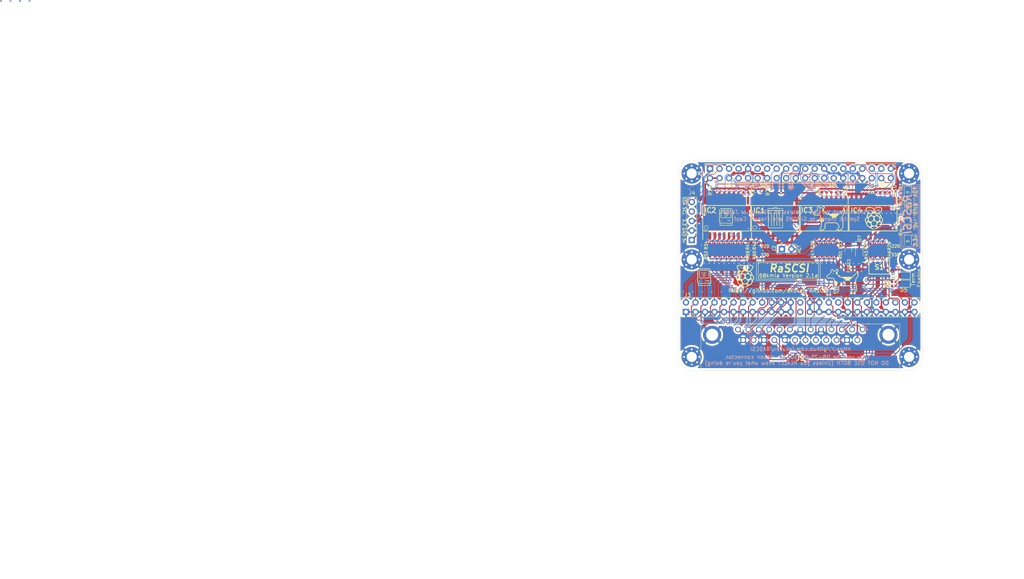
<source format=kicad_pcb>
(kicad_pcb (version 20171130) (host pcbnew "(5.1.4)-1")
  (layers (0 Top signal) (31 Bottom signal) (34 B.Paste user) (35 F.Paste user) (36 B.SilkS user) (37 F.SilkS user) (38 B.Mask user) (39 F.Mask user) (44 Edge.Cuts user))
  (net 0 "")
  (net 1 GND)
  (net 2 +3V3)
  (net 3 +5V)
  (net 4 C-REQ)
  (net 5 C-MSG)
  (net 6 C-BSY)
  (net 7 C-SEL)
  (net 8 C-RST)
  (net 9 C-ACK)
  (net 10 C-ATN)
  (net 11 C-DP)
  (net 12 C-D0)
  (net 13 C-D1)
  (net 14 C-D2)
  (net 15 C-D3)
  (net 16 C-D4)
  (net 17 C-D5)
  (net 18 C-D6)
  (net 19 C-D7)
  (net 20 C-I_O)
  (net 21 C-C_D)
  (net 22 TERMPOW)
  (net 23 "Net-(J3-Pad34)")
  (net 24 "Net-(J3-Pad26)")
  (net 25 "Net-(J3-Pad25)")
  (net 26 PI-D7)
  (net 27 PI-D6)
  (net 28 PI-D5)
  (net 29 PI-D4)
  (net 30 PI-D3)
  (net 31 PI-D2)
  (net 32 PI-D1)
  (net 33 PI-D0)
  (net 34 PI-DP)
  (net 35 PI-BSY)
  (net 36 PI-MSG)
  (net 37 PI-C_D)
  (net 38 PI-REQ)
  (net 39 PI-I_O)
  (net 40 PI-ATN)
  (net 41 PI-ACK)
  (net 42 PI-RST)
  (net 43 PI-SEL)
  (net 44 "Net-(J1-Pad28)")
  (net 45 "Net-(J1-Pad27)")
  (net 46 "Net-(J1-Pad21)")
  (net 47 "Net-(D2-Pad2)")
  (net 48 "Net-(D3-Pad2)")
  (net 49 "Net-(D4-Pad2)")
  (net 50 "Net-(D5-Pad2)")
  (net 51 DBG_LED)
  (net 52 PI_SCL)
  (net 53 PI_SDA)
  (net 54 PI-ACT)
  (net 55 "Net-(D6-Pad2)")
  (net 56 /TERM_GND)
  (net 57 /TERM_5v)
  (net 58 PI-IND)
  (net 59 PI-TAD)
  (net 60 PI-DTD)
  (net 61 "Net-(D1-Pad2)")
  (net 62 "Net-(D7-Pad1)")
  (module SamacSys_Parts:L717SDB25PA4CH4F (layer Top) (at 190.3515 87.6705)
    (fp_text reference J5 (at 16.62 7.67) (layer F.SilkS) (effects (font (size 1.27 1.27) (thickness 0.254))))
    (fp_text value L717SDB25PA4CH4F hide)
    (pad MH2 thru_hole circle (at 40.14 1.42) (size 4.845 4.845) (drill 3.23) (layers *.Cu *.Mask) (net 1 GND))
    (pad MH1 thru_hole circle (at -6.9 1.42) (size 4.845 4.845) (drill 3.23) (layers *.Cu *.Mask) (net 1 GND))
    (pad 25 thru_hole circle (at 31.855 2.84) (size 1.545 1.545) (drill 1.03) (layers *.Cu *.Mask) (net 22 TERMPOW))
    (pad 24 thru_hole circle (at 29.085 2.84) (size 1.545 1.545) (drill 1.03) (layers *.Cu *.Mask) (net 1 GND))
    (pad 23 thru_hole circle (at 26.315 2.84) (size 1.545 1.545) (drill 1.03) (layers *.Cu *.Mask) (net 16 C-D4))
    (pad 22 thru_hole circle (at 23.545 2.84) (size 1.545 1.545) (drill 1.03) (layers *.Cu *.Mask) (net 14 C-D2))
    (pad 21 thru_hole circle (at 20.775 2.84) (size 1.545 1.545) (drill 1.03) (layers *.Cu *.Mask) (net 13 C-D1))
    (pad 20 thru_hole circle (at 18.005 2.84) (size 1.545 1.545) (drill 1.03) (layers *.Cu *.Mask) (net 11 C-DP))
    (pad 19 thru_hole circle (at 15.235 2.84) (size 1.545 1.545) (drill 1.03) (layers *.Cu *.Mask) (net 7 C-SEL))
    (pad 18 thru_hole circle (at 12.465 2.84) (size 1.545 1.545) (drill 1.03) (layers *.Cu *.Mask) (net 1 GND))
    (pad 17 thru_hole circle (at 9.695 2.84) (size 1.545 1.545) (drill 1.03) (layers *.Cu *.Mask) (net 10 C-ATN))
    (pad 16 thru_hole circle (at 6.925 2.84) (size 1.545 1.545) (drill 1.03) (layers *.Cu *.Mask) (net 1 GND))
    (pad 15 thru_hole circle (at 4.155 2.84) (size 1.545 1.545) (drill 1.03) (layers *.Cu *.Mask) (net 21 C-C_D))
    (pad 14 thru_hole circle (at 1.385 2.84) (size 1.545 1.545) (drill 1.03) (layers *.Cu *.Mask) (net 1 GND))
    (pad 13 thru_hole circle (at 33.24 0) (size 1.545 1.545) (drill 1.03) (layers *.Cu *.Mask) (net 19 C-D7))
    (pad 12 thru_hole circle (at 30.47 0) (size 1.545 1.545) (drill 1.03) (layers *.Cu *.Mask) (net 18 C-D6))
    (pad 11 thru_hole circle (at 27.7 0) (size 1.545 1.545) (drill 1.03) (layers *.Cu *.Mask) (net 17 C-D5))
    (pad 10 thru_hole circle (at 24.93 0) (size 1.545 1.545) (drill 1.03) (layers *.Cu *.Mask) (net 15 C-D3))
    (pad 9 thru_hole circle (at 22.16 0) (size 1.545 1.545) (drill 1.03) (layers *.Cu *.Mask) (net 1 GND))
    (pad 8 thru_hole circle (at 19.39 0) (size 1.545 1.545) (drill 1.03) (layers *.Cu *.Mask) (net 12 C-D0))
    (pad 7 thru_hole circle (at 16.62 0) (size 1.545 1.545) (drill 1.03) (layers *.Cu *.Mask) (net 1 GND))
    (pad 6 thru_hole circle (at 13.85 0) (size 1.545 1.545) (drill 1.03) (layers *.Cu *.Mask) (net 6 C-BSY))
    (pad 5 thru_hole circle (at 11.08 0) (size 1.545 1.545) (drill 1.03) (layers *.Cu *.Mask) (net 9 C-ACK))
    (pad 4 thru_hole circle (at 8.31 0) (size 1.545 1.545) (drill 1.03) (layers *.Cu *.Mask) (net 8 C-RST))
    (pad 3 thru_hole circle (at 5.54 0) (size 1.545 1.545) (drill 1.03) (layers *.Cu *.Mask) (net 20 C-I_O))
    (pad 2 thru_hole circle (at 2.77 0) (size 1.545 1.545) (drill 1.03) (layers *.Cu *.Mask) (net 5 C-MSG))
    (pad 1 thru_hole circle (at 0 0) (size 1.545 1.545) (drill 1.03) (layers *.Cu *.Mask) (net 4 C-REQ))
  )
  (module SamacSys_Parts:SOIC127P1030X265-20N (layer Top) (at 226.3775 57.9755 270)
    (fp_text reference IC4 (at -2.0955 4.4323 180) (layer F.SilkS) (effects (font (size 1.27 1.27) (thickness 0.254))))
    (fp_text value SN74LS245DW hide)
    (pad 20 smd rect (at 4.725 -5.715) (size 0.65 1.95) (layers Top F.Paste F.Mask) (net 3 +5V))
    (pad 19 smd rect (at 4.725 -4.445) (size 0.65 1.95) (layers Top F.Paste F.Mask) (net 1 GND))
    (pad 18 smd rect (at 4.725 -3.175) (size 0.65 1.95) (layers Top F.Paste F.Mask) (net 7 C-SEL))
    (pad 17 smd rect (at 4.725 -1.905) (size 0.65 1.95) (layers Top F.Paste F.Mask) (net 8 C-RST))
    (pad 16 smd rect (at 4.725 -0.635) (size 0.65 1.95) (layers Top F.Paste F.Mask) (net 9 C-ACK))
    (pad 15 smd rect (at 4.725 0.635) (size 0.65 1.95) (layers Top F.Paste F.Mask) (net 10 C-ATN))
    (pad 14 smd rect (at 4.725 1.905) (size 0.65 1.95) (layers Top F.Paste F.Mask) (net 1 GND))
    (pad 13 smd rect (at 4.725 3.175) (size 0.65 1.95) (layers Top F.Paste F.Mask) (net 1 GND))
    (pad 12 smd rect (at 4.725 4.445) (size 0.65 1.95) (layers Top F.Paste F.Mask) (net 1 GND))
    (pad 11 smd rect (at 4.725 5.715) (size 0.65 1.95) (layers Top F.Paste F.Mask) (net 1 GND))
    (pad 10 smd rect (at -4.725 5.715) (size 0.65 1.95) (layers Top F.Paste F.Mask) (net 1 GND))
    (pad 9 smd rect (at -4.725 4.445) (size 0.65 1.95) (layers Top F.Paste F.Mask) (net 1 GND))
    (pad 8 smd rect (at -4.725 3.175) (size 0.65 1.95) (layers Top F.Paste F.Mask) (net 1 GND))
    (pad 7 smd rect (at -4.725 1.905) (size 0.65 1.95) (layers Top F.Paste F.Mask) (net 1 GND))
    (pad 6 smd rect (at -4.725 0.635) (size 0.65 1.95) (layers Top F.Paste F.Mask) (net 1 GND))
    (pad 5 smd rect (at -4.725 -0.635) (size 0.65 1.95) (layers Top F.Paste F.Mask) (net 40 PI-ATN))
    (pad 4 smd rect (at -4.725 -1.905) (size 0.65 1.95) (layers Top F.Paste F.Mask) (net 41 PI-ACK))
    (pad 3 smd rect (at -4.725 -3.175) (size 0.65 1.95) (layers Top F.Paste F.Mask) (net 42 PI-RST))
    (pad 2 smd rect (at -4.725 -4.445) (size 0.65 1.95) (layers Top F.Paste F.Mask) (net 43 PI-SEL))
    (pad 1 smd rect (at -4.725 -5.715) (size 0.65 1.95) (layers Top F.Paste F.Mask) (net 58 PI-IND))
  )
  (module SamacSys_Parts:SOIC127P1030X265-20N (layer Top) (at 213.36 57.9755 270)
    (fp_text reference IC3 (at -2.1971 4.6228 180) (layer F.SilkS) (effects (font (size 1.27 1.27) (thickness 0.254))))
    (fp_text value SN74LS245DW hide)
    (pad 20 smd rect (at 4.725 -5.715) (size 0.65 1.95) (layers Top F.Paste F.Mask) (net 3 +5V))
    (pad 19 smd rect (at 4.725 -4.445) (size 0.65 1.95) (layers Top F.Paste F.Mask) (net 1 GND))
    (pad 18 smd rect (at 4.725 -3.175) (size 0.65 1.95) (layers Top F.Paste F.Mask) (net 20 C-I_O))
    (pad 17 smd rect (at 4.725 -1.905) (size 0.65 1.95) (layers Top F.Paste F.Mask) (net 4 C-REQ))
    (pad 16 smd rect (at 4.725 -0.635) (size 0.65 1.95) (layers Top F.Paste F.Mask) (net 21 C-C_D))
    (pad 15 smd rect (at 4.725 0.635) (size 0.65 1.95) (layers Top F.Paste F.Mask) (net 5 C-MSG))
    (pad 14 smd rect (at 4.725 1.905) (size 0.65 1.95) (layers Top F.Paste F.Mask) (net 6 C-BSY))
    (pad 13 smd rect (at 4.725 3.175) (size 0.65 1.95) (layers Top F.Paste F.Mask) (net 1 GND))
    (pad 12 smd rect (at 4.725 4.445) (size 0.65 1.95) (layers Top F.Paste F.Mask) (net 1 GND))
    (pad 11 smd rect (at 4.725 5.715) (size 0.65 1.95) (layers Top F.Paste F.Mask) (net 1 GND))
    (pad 10 smd rect (at -4.725 5.715) (size 0.65 1.95) (layers Top F.Paste F.Mask) (net 1 GND))
    (pad 9 smd rect (at -4.725 4.445) (size 0.65 1.95) (layers Top F.Paste F.Mask) (net 1 GND))
    (pad 8 smd rect (at -4.725 3.175) (size 0.65 1.95) (layers Top F.Paste F.Mask) (net 1 GND))
    (pad 7 smd rect (at -4.725 1.905) (size 0.65 1.95) (layers Top F.Paste F.Mask) (net 1 GND))
    (pad 6 smd rect (at -4.725 0.635) (size 0.65 1.95) (layers Top F.Paste F.Mask) (net 35 PI-BSY))
    (pad 5 smd rect (at -4.725 -0.635) (size 0.65 1.95) (layers Top F.Paste F.Mask) (net 36 PI-MSG))
    (pad 4 smd rect (at -4.725 -1.905) (size 0.65 1.95) (layers Top F.Paste F.Mask) (net 37 PI-C_D))
    (pad 3 smd rect (at -4.725 -3.175) (size 0.65 1.95) (layers Top F.Paste F.Mask) (net 38 PI-REQ))
    (pad 2 smd rect (at -4.725 -4.445) (size 0.65 1.95) (layers Top F.Paste F.Mask) (net 39 PI-I_O))
    (pad 1 smd rect (at -4.725 -5.715) (size 0.65 1.95) (layers Top F.Paste F.Mask) (net 59 PI-TAD))
  )
  (module SamacSys_Parts:SOIC127P1030X265-20N (layer Top) (at 187.325 57.9755 90)
    (fp_text reference IC2 (at 2.1463 -4.3942 180) (layer F.SilkS) (effects (font (size 1.27 1.27) (thickness 0.254))))
    (fp_text value SN74LS245DW hide)
    (pad 20 smd rect (at 4.725 -5.715 180) (size 0.65 1.95) (layers Top F.Paste F.Mask) (net 3 +5V))
    (pad 19 smd rect (at 4.725 -4.445 180) (size 0.65 1.95) (layers Top F.Paste F.Mask) (net 1 GND))
    (pad 18 smd rect (at 4.725 -3.175 180) (size 0.65 1.95) (layers Top F.Paste F.Mask) (net 26 PI-D7))
    (pad 17 smd rect (at 4.725 -1.905 180) (size 0.65 1.95) (layers Top F.Paste F.Mask) (net 27 PI-D6))
    (pad 16 smd rect (at 4.725 -0.635 180) (size 0.65 1.95) (layers Top F.Paste F.Mask) (net 28 PI-D5))
    (pad 15 smd rect (at 4.725 0.635 180) (size 0.65 1.95) (layers Top F.Paste F.Mask) (net 29 PI-D4))
    (pad 14 smd rect (at 4.725 1.905 180) (size 0.65 1.95) (layers Top F.Paste F.Mask) (net 30 PI-D3))
    (pad 13 smd rect (at 4.725 3.175 180) (size 0.65 1.95) (layers Top F.Paste F.Mask) (net 31 PI-D2))
    (pad 12 smd rect (at 4.725 4.445 180) (size 0.65 1.95) (layers Top F.Paste F.Mask) (net 32 PI-D1))
    (pad 11 smd rect (at 4.725 5.715 180) (size 0.65 1.95) (layers Top F.Paste F.Mask) (net 33 PI-D0))
    (pad 10 smd rect (at -4.725 5.715 180) (size 0.65 1.95) (layers Top F.Paste F.Mask) (net 1 GND))
    (pad 9 smd rect (at -4.725 4.445 180) (size 0.65 1.95) (layers Top F.Paste F.Mask) (net 12 C-D0))
    (pad 8 smd rect (at -4.725 3.175 180) (size 0.65 1.95) (layers Top F.Paste F.Mask) (net 13 C-D1))
    (pad 7 smd rect (at -4.725 1.905 180) (size 0.65 1.95) (layers Top F.Paste F.Mask) (net 14 C-D2))
    (pad 6 smd rect (at -4.725 0.635 180) (size 0.65 1.95) (layers Top F.Paste F.Mask) (net 15 C-D3))
    (pad 5 smd rect (at -4.725 -0.635 180) (size 0.65 1.95) (layers Top F.Paste F.Mask) (net 16 C-D4))
    (pad 4 smd rect (at -4.725 -1.905 180) (size 0.65 1.95) (layers Top F.Paste F.Mask) (net 17 C-D5))
    (pad 3 smd rect (at -4.725 -3.175 180) (size 0.65 1.95) (layers Top F.Paste F.Mask) (net 18 C-D6))
    (pad 2 smd rect (at -4.725 -4.445 180) (size 0.65 1.95) (layers Top F.Paste F.Mask) (net 19 C-D7))
    (pad 1 smd rect (at -4.725 -5.715 180) (size 0.65 1.95) (layers Top F.Paste F.Mask) (net 60 PI-DTD))
  )
  (module SamacSys_Parts:SOIC127P1030X265-20N (layer Top) (at 200.3425 57.9755 90)
    (fp_text reference IC1 (at 2.0955 -4.3561 180) (layer F.SilkS) (effects (font (size 1.27 1.27) (thickness 0.254))))
    (fp_text value SN74LS245DW hide)
    (pad 20 smd rect (at 4.725 -5.715 180) (size 0.65 1.95) (layers Top F.Paste F.Mask) (net 3 +5V))
    (pad 19 smd rect (at 4.725 -4.445 180) (size 0.65 1.95) (layers Top F.Paste F.Mask) (net 1 GND))
    (pad 18 smd rect (at 4.725 -3.175 180) (size 0.65 1.95) (layers Top F.Paste F.Mask) (net 34 PI-DP))
    (pad 17 smd rect (at 4.725 -1.905 180) (size 0.65 1.95) (layers Top F.Paste F.Mask) (net 1 GND))
    (pad 16 smd rect (at 4.725 -0.635 180) (size 0.65 1.95) (layers Top F.Paste F.Mask) (net 1 GND))
    (pad 15 smd rect (at 4.725 0.635 180) (size 0.65 1.95) (layers Top F.Paste F.Mask) (net 1 GND))
    (pad 14 smd rect (at 4.725 1.905 180) (size 0.65 1.95) (layers Top F.Paste F.Mask) (net 1 GND))
    (pad 13 smd rect (at 4.725 3.175 180) (size 0.65 1.95) (layers Top F.Paste F.Mask) (net 1 GND))
    (pad 12 smd rect (at 4.725 4.445 180) (size 0.65 1.95) (layers Top F.Paste F.Mask) (net 1 GND))
    (pad 11 smd rect (at 4.725 5.715 180) (size 0.65 1.95) (layers Top F.Paste F.Mask) (net 1 GND))
    (pad 10 smd rect (at -4.725 5.715 180) (size 0.65 1.95) (layers Top F.Paste F.Mask) (net 1 GND))
    (pad 9 smd rect (at -4.725 4.445 180) (size 0.65 1.95) (layers Top F.Paste F.Mask) (net 1 GND))
    (pad 8 smd rect (at -4.725 3.175 180) (size 0.65 1.95) (layers Top F.Paste F.Mask) (net 1 GND))
    (pad 7 smd rect (at -4.725 1.905 180) (size 0.65 1.95) (layers Top F.Paste F.Mask) (net 1 GND))
    (pad 6 smd rect (at -4.725 0.635 180) (size 0.65 1.95) (layers Top F.Paste F.Mask) (net 1 GND))
    (pad 5 smd rect (at -4.725 -0.635 180) (size 0.65 1.95) (layers Top F.Paste F.Mask) (net 1 GND))
    (pad 4 smd rect (at -4.725 -1.905 180) (size 0.65 1.95) (layers Top F.Paste F.Mask) (net 1 GND))
    (pad 3 smd rect (at -4.725 -3.175 180) (size 0.65 1.95) (layers Top F.Paste F.Mask) (net 1 GND))
    (pad 2 smd rect (at -4.725 -4.445 180) (size 0.65 1.95) (layers Top F.Paste F.Mask) (net 11 C-DP))
    (pad 1 smd rect (at -4.725 -5.715 180) (size 0.65 1.95) (layers Top F.Paste F.Mask) (net 60 PI-DTD))
  )
  (module Resistor_SMD:R_0402_1005Metric (layer Top) (at 233.807 63.7285 270)
    (fp_text reference R4 (at -2.0065 0 90) (layer F.SilkS))
    (fp_text value 68)
    (pad 2 smd roundrect (at 0.485 0 270) (size 0.59 0.64) (layers Top F.Paste F.Mask) (net 49 "Net-(D4-Pad2)"))
    (pad 1 smd roundrect (at -0.485 0 270) (size 0.59 0.64) (layers Top F.Paste F.Mask) (net 2 +3V3))
  )
  (module Resistor_SMD:R_0402_1005Metric (layer Top) (at 233.807 55.422833 270)
    (fp_text reference R2 (at -1.955833 -0.0635 90) (layer F.SilkS))
    (fp_text value 68)
    (pad 2 smd roundrect (at 0.485 0 270) (size 0.59 0.64) (layers Top F.Paste F.Mask) (net 47 "Net-(D2-Pad2)"))
    (pad 1 smd roundrect (at -0.485 0 270) (size 0.59 0.64) (layers Top F.Paste F.Mask) (net 51 DBG_LED))
  )
  (module Resistor_SMD:R_0402_1005Metric (layer Top) (at 233.807 51.27 270)
    (fp_text reference R1 (at -1.867 -0.0635 90) (layer F.SilkS))
    (fp_text value 68)
    (pad 2 smd roundrect (at 0.485 0 270) (size 0.59 0.64) (layers Top F.Paste F.Mask) (net 61 "Net-(D1-Pad2)"))
    (pad 1 smd roundrect (at -0.485 0 270) (size 0.59 0.64) (layers Top F.Paste F.Mask) (net 54 PI-ACT))
  )
  (module Connector_PinHeader_2.54mm:PinHeader_2x25_P2.54mm_Vertical (layer Top) (at 176.4665 82.9945 90)
    (fp_text reference J3 (at 4.5085 0.4445 180) (layer F.SilkS))
    (fp_text value Conn_02x25_Odd_Even)
    (pad 50 thru_hole oval (at 2.54 60.96 90) (size 1.7 1.7) (drill 1) (layers *.Cu *.Mask) (net 20 C-I_O))
    (pad 49 thru_hole oval (at 0 60.96 90) (size 1.7 1.7) (drill 1) (layers *.Cu *.Mask) (net 1 GND))
    (pad 48 thru_hole oval (at 2.54 58.42 90) (size 1.7 1.7) (drill 1) (layers *.Cu *.Mask) (net 4 C-REQ))
    (pad 47 thru_hole oval (at 0 58.42 90) (size 1.7 1.7) (drill 1) (layers *.Cu *.Mask) (net 1 GND))
    (pad 46 thru_hole oval (at 2.54 55.88 90) (size 1.7 1.7) (drill 1) (layers *.Cu *.Mask) (net 21 C-C_D))
    (pad 45 thru_hole oval (at 0 55.88 90) (size 1.7 1.7) (drill 1) (layers *.Cu *.Mask) (net 1 GND))
    (pad 44 thru_hole oval (at 2.54 53.34 90) (size 1.7 1.7) (drill 1) (layers *.Cu *.Mask) (net 7 C-SEL))
    (pad 43 thru_hole oval (at 0 53.34 90) (size 1.7 1.7) (drill 1) (layers *.Cu *.Mask) (net 1 GND))
    (pad 42 thru_hole oval (at 2.54 50.8 90) (size 1.7 1.7) (drill 1) (layers *.Cu *.Mask) (net 5 C-MSG))
    (pad 41 thru_hole oval (at 0 50.8 90) (size 1.7 1.7) (drill 1) (layers *.Cu *.Mask) (net 1 GND))
    (pad 40 thru_hole oval (at 2.54 48.26 90) (size 1.7 1.7) (drill 1) (layers *.Cu *.Mask) (net 8 C-RST))
    (pad 39 thru_hole oval (at 0 48.26 90) (size 1.7 1.7) (drill 1) (layers *.Cu *.Mask) (net 1 GND))
    (pad 38 thru_hole oval (at 2.54 45.72 90) (size 1.7 1.7) (drill 1) (layers *.Cu *.Mask) (net 9 C-ACK))
    (pad 37 thru_hole oval (at 0 45.72 90) (size 1.7 1.7) (drill 1) (layers *.Cu *.Mask) (net 1 GND))
    (pad 36 thru_hole oval (at 2.54 43.18 90) (size 1.7 1.7) (drill 1) (layers *.Cu *.Mask) (net 6 C-BSY))
    (pad 35 thru_hole oval (at 0 43.18 90) (size 1.7 1.7) (drill 1) (layers *.Cu *.Mask) (net 1 GND))
    (pad 34 thru_hole oval (at 2.54 40.64 90) (size 1.7 1.7) (drill 1) (layers *.Cu *.Mask) (net 23 "Net-(J3-Pad34)"))
    (pad 33 thru_hole oval (at 0 40.64 90) (size 1.7 1.7) (drill 1) (layers *.Cu *.Mask) (net 1 GND))
    (pad 32 thru_hole oval (at 2.54 38.1 90) (size 1.7 1.7) (drill 1) (layers *.Cu *.Mask) (net 10 C-ATN))
    (pad 31 thru_hole oval (at 0 38.1 90) (size 1.7 1.7) (drill 1) (layers *.Cu *.Mask) (net 1 GND))
    (pad 30 thru_hole oval (at 2.54 35.56 90) (size 1.7 1.7) (drill 1) (layers *.Cu *.Mask) (net 1 GND))
    (pad 29 thru_hole oval (at 0 35.56 90) (size 1.7 1.7) (drill 1) (layers *.Cu *.Mask) (net 1 GND))
    (pad 28 thru_hole oval (at 2.54 33.02 90) (size 1.7 1.7) (drill 1) (layers *.Cu *.Mask) (net 1 GND))
    (pad 27 thru_hole oval (at 0 33.02 90) (size 1.7 1.7) (drill 1) (layers *.Cu *.Mask) (net 1 GND))
    (pad 26 thru_hole oval (at 2.54 30.48 90) (size 1.7 1.7) (drill 1) (layers *.Cu *.Mask) (net 24 "Net-(J3-Pad26)"))
    (pad 25 thru_hole oval (at 0 30.48 90) (size 1.7 1.7) (drill 1) (layers *.Cu *.Mask) (net 25 "Net-(J3-Pad25)"))
    (pad 24 thru_hole oval (at 2.54 27.94 90) (size 1.7 1.7) (drill 1) (layers *.Cu *.Mask) (net 1 GND))
    (pad 23 thru_hole oval (at 0 27.94 90) (size 1.7 1.7) (drill 1) (layers *.Cu *.Mask) (net 1 GND))
    (pad 22 thru_hole oval (at 2.54 25.4 90) (size 1.7 1.7) (drill 1) (layers *.Cu *.Mask) (net 1 GND))
    (pad 21 thru_hole oval (at 0 25.4 90) (size 1.7 1.7) (drill 1) (layers *.Cu *.Mask) (net 1 GND))
    (pad 20 thru_hole oval (at 2.54 22.86 90) (size 1.7 1.7) (drill 1) (layers *.Cu *.Mask) (net 1 GND))
    (pad 19 thru_hole oval (at 0 22.86 90) (size 1.7 1.7) (drill 1) (layers *.Cu *.Mask) (net 1 GND))
    (pad 18 thru_hole oval (at 2.54 20.32 90) (size 1.7 1.7) (drill 1) (layers *.Cu *.Mask) (net 11 C-DP))
    (pad 17 thru_hole oval (at 0 20.32 90) (size 1.7 1.7) (drill 1) (layers *.Cu *.Mask) (net 1 GND))
    (pad 16 thru_hole oval (at 2.54 17.78 90) (size 1.7 1.7) (drill 1) (layers *.Cu *.Mask) (net 19 C-D7))
    (pad 15 thru_hole oval (at 0 17.78 90) (size 1.7 1.7) (drill 1) (layers *.Cu *.Mask) (net 1 GND))
    (pad 14 thru_hole oval (at 2.54 15.24 90) (size 1.7 1.7) (drill 1) (layers *.Cu *.Mask) (net 18 C-D6))
    (pad 13 thru_hole oval (at 0 15.24 90) (size 1.7 1.7) (drill 1) (layers *.Cu *.Mask) (net 1 GND))
    (pad 12 thru_hole oval (at 2.54 12.7 90) (size 1.7 1.7) (drill 1) (layers *.Cu *.Mask) (net 17 C-D5))
    (pad 11 thru_hole oval (at 0 12.7 90) (size 1.7 1.7) (drill 1) (layers *.Cu *.Mask) (net 1 GND))
    (pad 10 thru_hole oval (at 2.54 10.16 90) (size 1.7 1.7) (drill 1) (layers *.Cu *.Mask) (net 16 C-D4))
    (pad 9 thru_hole oval (at 0 10.16 90) (size 1.7 1.7) (drill 1) (layers *.Cu *.Mask) (net 1 GND))
    (pad 8 thru_hole oval (at 2.54 7.62 90) (size 1.7 1.7) (drill 1) (layers *.Cu *.Mask) (net 15 C-D3))
    (pad 7 thru_hole oval (at 0 7.62 90) (size 1.7 1.7) (drill 1) (layers *.Cu *.Mask) (net 1 GND))
    (pad 6 thru_hole oval (at 2.54 5.08 90) (size 1.7 1.7) (drill 1) (layers *.Cu *.Mask) (net 14 C-D2))
    (pad 5 thru_hole oval (at 0 5.08 90) (size 1.7 1.7) (drill 1) (layers *.Cu *.Mask) (net 1 GND))
    (pad 4 thru_hole oval (at 2.54 2.54 90) (size 1.7 1.7) (drill 1) (layers *.Cu *.Mask) (net 13 C-D1))
    (pad 3 thru_hole oval (at 0 2.54 90) (size 1.7 1.7) (drill 1) (layers *.Cu *.Mask) (net 1 GND))
    (pad 2 thru_hole oval (at 2.54 0 90) (size 1.7 1.7) (drill 1) (layers *.Cu *.Mask) (net 12 C-D0))
    (pad 1 thru_hole rect (at 0 0 90) (size 1.7 1.7) (drill 1) (layers *.Cu *.Mask) (net 1 GND))
  )
  (module Connector_PinHeader_2.54mm:PinHeader_1x02_P2.54mm_Vertical (layer Top) (at 202.057 66.2305 90)
    (fp_text reference J2 (at 0.127 -2.032 90) (layer F.SilkS))
    (fp_text value Conn_01x02_Male)
    (pad 2 thru_hole oval (at 0 2.54 90) (size 1.7 1.7) (drill 1) (layers *.Cu *.Mask) (net 1 GND))
    (pad 1 thru_hole rect (at 0 0 90) (size 1.7 1.7) (drill 1) (layers *.Cu *.Mask) (net 54 PI-ACT))
  )
  (module SamacSys_Parts:mac_happy_small (layer Top) (at 181.356 73.66)
    (fp_text reference X3 hide)
    (fp_text value Mac2 hide)
  )
  (module SamacSys_Parts:pi_logo (layer Top) (at 192.2145 73.406)
    (fp_text reference X7 hide)
    (fp_text value Pi hide)
  )
  (module SamacSys_Parts:mac_trashcan (layer Top) (at 200.3425 57.9755)
    (fp_text reference X6 hide)
    (fp_text value "Mac Trashcan" hide)
  )
  (module SamacSys_Parts:dogcow (layer Top) (at 214.63 58.039)
    (fp_text reference X5 hide)
    (fp_text value Dogcow2 hide)
  )
  (module SamacSys_Parts:pi_logo (layer Top) (at 226.6315 57.9755)
    (fp_text reference X4 hide)
    (fp_text value "Raspberry Pi" hide)
  )
  (module SamacSys_Parts:dogcow (layer Top) (at 218.2495 74.8665)
    (fp_text reference X2 hide)
    (fp_text value Dogcow hide)
  )
  (module SamacSys_Parts:mac_happy_small (layer Top) (at 187.198 57.5945)
    (fp_text reference X1 hide)
    (fp_text value Mac hide)
  )
  (module Resistor_SMD:R_0402_1005Metric (layer Top) (at 195.8975 67.6275 90)
    (fp_text reference R60 (at -0.1905 -1.17 90) (layer F.SilkS) (effects (font (size 0.8 0.8))))
    (fp_text value 330)
    (pad 2 smd roundrect (at 0.485 0 90) (size 0.59 0.64) (layers Top F.Paste F.Mask) (net 11 C-DP))
    (pad 1 smd roundrect (at -0.485 0 90) (size 0.59 0.64) (layers Top F.Paste F.Mask) (net 56 /TERM_GND))
  )
  (module Resistor_SMD:R_0402_1005Metric (layer Top) (at 191.77 67.6275 90)
    (fp_text reference R59 (at -0.1905 1.2065 90) (layer F.SilkS) (effects (font (size 0.8 0.8))))
    (fp_text value 330)
    (pad 2 smd roundrect (at 0.485 0 90) (size 0.59 0.64) (layers Top F.Paste F.Mask) (net 12 C-D0))
    (pad 1 smd roundrect (at -0.485 0 90) (size 0.59 0.64) (layers Top F.Paste F.Mask) (net 56 /TERM_GND))
  )
  (module Resistor_SMD:R_0402_1005Metric (layer Top) (at 190.5 67.6275 90)
    (fp_text reference R58)
    (fp_text value 330)
    (pad 2 smd roundrect (at 0.485 0 90) (size 0.59 0.64) (layers Top F.Paste F.Mask) (net 13 C-D1))
    (pad 1 smd roundrect (at -0.485 0 90) (size 0.59 0.64) (layers Top F.Paste F.Mask) (net 56 /TERM_GND))
  )
  (module Resistor_SMD:R_0402_1005Metric (layer Top) (at 189.23 67.6275 90)
    (fp_text reference R57)
    (fp_text value 330)
    (pad 2 smd roundrect (at 0.485 0 90) (size 0.59 0.64) (layers Top F.Paste F.Mask) (net 14 C-D2))
    (pad 1 smd roundrect (at -0.485 0 90) (size 0.59 0.64) (layers Top F.Paste F.Mask) (net 56 /TERM_GND))
  )
  (module Resistor_SMD:R_0402_1005Metric (layer Top) (at 187.96 67.6275 90)
    (fp_text reference R56)
    (fp_text value 330)
    (pad 2 smd roundrect (at 0.485 0 90) (size 0.59 0.64) (layers Top F.Paste F.Mask) (net 15 C-D3))
    (pad 1 smd roundrect (at -0.485 0 90) (size 0.59 0.64) (layers Top F.Paste F.Mask) (net 56 /TERM_GND))
  )
  (module Resistor_SMD:R_0402_1005Metric (layer Top) (at 186.69 67.6275 90)
    (fp_text reference R55)
    (fp_text value 330)
    (pad 2 smd roundrect (at 0.485 0 90) (size 0.59 0.64) (layers Top F.Paste F.Mask) (net 16 C-D4))
    (pad 1 smd roundrect (at -0.485 0 90) (size 0.59 0.64) (layers Top F.Paste F.Mask) (net 56 /TERM_GND))
  )
  (module Resistor_SMD:R_0402_1005Metric (layer Top) (at 185.42 67.6275 90)
    (fp_text reference R54)
    (fp_text value 330)
    (pad 2 smd roundrect (at 0.485 0 90) (size 0.59 0.64) (layers Top F.Paste F.Mask) (net 17 C-D5))
    (pad 1 smd roundrect (at -0.485 0 90) (size 0.59 0.64) (layers Top F.Paste F.Mask) (net 56 /TERM_GND))
  )
  (module Resistor_SMD:R_0402_1005Metric (layer Top) (at 184.15 67.6275 90)
    (fp_text reference R53)
    (fp_text value 330)
    (pad 2 smd roundrect (at 0.485 0 90) (size 0.59 0.64) (layers Top F.Paste F.Mask) (net 18 C-D6))
    (pad 1 smd roundrect (at -0.485 0 90) (size 0.59 0.64) (layers Top F.Paste F.Mask) (net 56 /TERM_GND))
  )
  (module Resistor_SMD:R_0402_1005Metric (layer Top) (at 182.88 67.6275 90)
    (fp_text reference R52 (at -0.1905 -1.0795 90) (layer F.SilkS) (effects (font (size 0.8 0.8))))
    (fp_text value 330)
    (pad 2 smd roundrect (at 0.485 0 90) (size 0.59 0.64) (layers Top F.Paste F.Mask) (net 19 C-D7))
    (pad 1 smd roundrect (at -0.485 0 90) (size 0.59 0.64) (layers Top F.Paste F.Mask) (net 56 /TERM_GND))
  )
  (module Resistor_SMD:R_0402_1005Metric (layer Top) (at 216.535 67.6275 90)
    (fp_text reference R51 (at -0.127 1.143 90) (layer F.SilkS) (effects (font (size 0.8 0.8))))
    (fp_text value 330)
    (pad 2 smd roundrect (at 0.485 0 90) (size 0.59 0.64) (layers Top F.Paste F.Mask) (net 20 C-I_O))
    (pad 1 smd roundrect (at -0.485 0 90) (size 0.59 0.64) (layers Top F.Paste F.Mask) (net 56 /TERM_GND))
  )
  (module Resistor_SMD:R_0402_1005Metric (layer Top) (at 215.265 67.6275 90)
    (fp_text reference R50)
    (fp_text value 330)
    (pad 2 smd roundrect (at 0.485 0 90) (size 0.59 0.64) (layers Top F.Paste F.Mask) (net 4 C-REQ))
    (pad 1 smd roundrect (at -0.485 0 90) (size 0.59 0.64) (layers Top F.Paste F.Mask) (net 56 /TERM_GND))
  )
  (module Resistor_SMD:R_0402_1005Metric (layer Top) (at 213.995 67.6275 90)
    (fp_text reference R49)
    (fp_text value 330)
    (pad 2 smd roundrect (at 0.485 0 90) (size 0.59 0.64) (layers Top F.Paste F.Mask) (net 21 C-C_D))
    (pad 1 smd roundrect (at -0.485 0 90) (size 0.59 0.64) (layers Top F.Paste F.Mask) (net 56 /TERM_GND))
  )
  (module Resistor_SMD:R_0402_1005Metric (layer Top) (at 212.725 67.6275 90)
    (fp_text reference R48)
    (fp_text value 330)
    (pad 2 smd roundrect (at 0.485 0 90) (size 0.59 0.64) (layers Top F.Paste F.Mask) (net 5 C-MSG))
    (pad 1 smd roundrect (at -0.485 0 90) (size 0.59 0.64) (layers Top F.Paste F.Mask) (net 56 /TERM_GND))
  )
  (module Resistor_SMD:R_0402_1005Metric (layer Top) (at 211.455 67.6275 90)
    (fp_text reference R47 (at 0 -1.17 90) (layer F.SilkS) (effects (font (size 0.8 0.8))))
    (fp_text value 330)
    (pad 2 smd roundrect (at 0.485 0 90) (size 0.59 0.64) (layers Top F.Paste F.Mask) (net 6 C-BSY))
    (pad 1 smd roundrect (at -0.485 0 90) (size 0.59 0.64) (layers Top F.Paste F.Mask) (net 56 /TERM_GND))
  )
  (module Resistor_SMD:R_0402_1005Metric (layer Top) (at 229.5525 67.802501 90)
    (fp_text reference R46 (at -0.015499 1.2065 90) (layer F.SilkS) (effects (font (size 0.8 0.8))))
    (fp_text value 330)
    (pad 2 smd roundrect (at 0.485 0 90) (size 0.59 0.64) (layers Top F.Paste F.Mask) (net 7 C-SEL))
    (pad 1 smd roundrect (at -0.485 0 90) (size 0.59 0.64) (layers Top F.Paste F.Mask) (net 56 /TERM_GND))
  )
  (module Resistor_SMD:R_0402_1005Metric (layer Top) (at 228.2825 67.802501 90)
    (fp_text reference R45)
    (fp_text value 330)
    (pad 2 smd roundrect (at 0.485 0 90) (size 0.59 0.64) (layers Top F.Paste F.Mask) (net 8 C-RST))
    (pad 1 smd roundrect (at -0.485 0 90) (size 0.59 0.64) (layers Top F.Paste F.Mask) (net 56 /TERM_GND))
  )
  (module Resistor_SMD:R_0402_1005Metric (layer Top) (at 227.0125 67.802501 90)
    (fp_text reference R44)
    (fp_text value 330)
    (pad 2 smd roundrect (at 0.485 0 90) (size 0.59 0.64) (layers Top F.Paste F.Mask) (net 9 C-ACK))
    (pad 1 smd roundrect (at -0.485 0 90) (size 0.59 0.64) (layers Top F.Paste F.Mask) (net 56 /TERM_GND))
  )
  (module Resistor_SMD:R_0402_1005Metric (layer Top) (at 225.7425 67.802501 90)
    (fp_text reference R43 (at 0 -1.17 90) (layer F.SilkS) (effects (font (size 0.8 0.8))))
    (fp_text value 330)
    (pad 2 smd roundrect (at 0.485 0 90) (size 0.59 0.64) (layers Top F.Paste F.Mask) (net 10 C-ATN))
    (pad 1 smd roundrect (at -0.485 0 90) (size 0.59 0.64) (layers Top F.Paste F.Mask) (net 56 /TERM_GND))
  )
  (module Resistor_SMD:R_0402_1005Metric (layer Top) (at 195.8975 65.278 270)
    (fp_text reference R42 (at 0 1.143 90) (layer F.SilkS) (effects (font (size 0.8 0.8))))
    (fp_text value 220)
    (pad 2 smd roundrect (at 0.485 0 270) (size 0.59 0.64) (layers Top F.Paste F.Mask) (net 11 C-DP))
    (pad 1 smd roundrect (at -0.485 0 270) (size 0.59 0.64) (layers Top F.Paste F.Mask) (net 57 /TERM_5v))
  )
  (module Resistor_SMD:R_0402_1005Metric (layer Top) (at 191.77 65.278 270)
    (fp_text reference R41 (at 0 -1.17 90) (layer F.SilkS) (effects (font (size 0.8 0.8))))
    (fp_text value 220)
    (pad 2 smd roundrect (at 0.485 0 270) (size 0.59 0.64) (layers Top F.Paste F.Mask) (net 12 C-D0))
    (pad 1 smd roundrect (at -0.485 0 270) (size 0.59 0.64) (layers Top F.Paste F.Mask) (net 57 /TERM_5v))
  )
  (module Resistor_SMD:R_0402_1005Metric (layer Top) (at 190.5 65.278 270)
    (fp_text reference R40)
    (fp_text value 220)
    (pad 2 smd roundrect (at 0.485 0 270) (size 0.59 0.64) (layers Top F.Paste F.Mask) (net 13 C-D1))
    (pad 1 smd roundrect (at -0.485 0 270) (size 0.59 0.64) (layers Top F.Paste F.Mask) (net 57 /TERM_5v))
  )
  (module Resistor_SMD:R_0402_1005Metric (layer Top) (at 189.1665 65.278 270)
    (fp_text reference R39)
    (fp_text value 220)
    (pad 2 smd roundrect (at 0.485 0 270) (size 0.59 0.64) (layers Top F.Paste F.Mask) (net 14 C-D2))
    (pad 1 smd roundrect (at -0.485 0 270) (size 0.59 0.64) (layers Top F.Paste F.Mask) (net 57 /TERM_5v))
  )
  (module Resistor_SMD:R_0402_1005Metric (layer Top) (at 187.96 65.278 270)
    (fp_text reference R38)
    (fp_text value 220)
    (pad 2 smd roundrect (at 0.485 0 270) (size 0.59 0.64) (layers Top F.Paste F.Mask) (net 15 C-D3))
    (pad 1 smd roundrect (at -0.485 0 270) (size 0.59 0.64) (layers Top F.Paste F.Mask) (net 57 /TERM_5v))
  )
  (module Resistor_SMD:R_0402_1005Metric (layer Top) (at 186.69 65.278 270)
    (fp_text reference R37)
    (fp_text value 220)
    (pad 2 smd roundrect (at 0.485 0 270) (size 0.59 0.64) (layers Top F.Paste F.Mask) (net 16 C-D4))
    (pad 1 smd roundrect (at -0.485 0 270) (size 0.59 0.64) (layers Top F.Paste F.Mask) (net 57 /TERM_5v))
  )
  (module Resistor_SMD:R_0402_1005Metric (layer Top) (at 185.42 65.278 270)
    (fp_text reference R36)
    (fp_text value 220)
    (pad 2 smd roundrect (at 0.485 0 270) (size 0.59 0.64) (layers Top F.Paste F.Mask) (net 17 C-D5))
    (pad 1 smd roundrect (at -0.485 0 270) (size 0.59 0.64) (layers Top F.Paste F.Mask) (net 57 /TERM_5v))
  )
  (module Resistor_SMD:R_0402_1005Metric (layer Top) (at 184.15 65.278 270)
    (fp_text reference R35)
    (fp_text value 220)
    (pad 2 smd roundrect (at 0.485 0 270) (size 0.59 0.64) (layers Top F.Paste F.Mask) (net 18 C-D6))
    (pad 1 smd roundrect (at -0.485 0 270) (size 0.59 0.64) (layers Top F.Paste F.Mask) (net 57 /TERM_5v))
  )
  (module Resistor_SMD:R_0402_1005Metric (layer Top) (at 182.88 65.278 270)
    (fp_text reference R34 (at -0.0635 1.016 270) (layer F.SilkS) (effects (font (size 0.8 0.8))))
    (fp_text value 220)
    (pad 2 smd roundrect (at 0.485 0 270) (size 0.59 0.64) (layers Top F.Paste F.Mask) (net 19 C-D7))
    (pad 1 smd roundrect (at -0.485 0 270) (size 0.59 0.64) (layers Top F.Paste F.Mask) (net 57 /TERM_5v))
  )
  (module Resistor_SMD:R_0402_1005Metric (layer Top) (at 215.2015 65.278 270)
    (fp_text reference R32)
    (fp_text value 220)
    (pad 2 smd roundrect (at 0.485 0 270) (size 0.59 0.64) (layers Top F.Paste F.Mask) (net 4 C-REQ))
    (pad 1 smd roundrect (at -0.485 0 270) (size 0.59 0.64) (layers Top F.Paste F.Mask) (net 57 /TERM_5v))
  )
  (module Resistor_SMD:R_0402_1005Metric (layer Top) (at 213.995 65.278 270)
    (fp_text reference R31)
    (fp_text value 220)
    (pad 2 smd roundrect (at 0.485 0 270) (size 0.59 0.64) (layers Top F.Paste F.Mask) (net 21 C-C_D))
    (pad 1 smd roundrect (at -0.485 0 270) (size 0.59 0.64) (layers Top F.Paste F.Mask) (net 57 /TERM_5v))
  )
  (module Resistor_SMD:R_0402_1005Metric (layer Top) (at 212.725 65.278 270)
    (fp_text reference R30)
    (fp_text value 220)
    (pad 2 smd roundrect (at 0.485 0 270) (size 0.59 0.64) (layers Top F.Paste F.Mask) (net 5 C-MSG))
    (pad 1 smd roundrect (at -0.485 0 270) (size 0.59 0.64) (layers Top F.Paste F.Mask) (net 57 /TERM_5v))
  )
  (module Resistor_SMD:R_0402_1005Metric (layer Top) (at 211.455 65.278 270)
    (fp_text reference R29 (at -0.127 1.2065 90) (layer F.SilkS) (effects (font (size 0.8 0.8))))
    (fp_text value 220)
    (pad 2 smd roundrect (at 0.485 0 270) (size 0.59 0.64) (layers Top F.Paste F.Mask) (net 6 C-BSY))
    (pad 1 smd roundrect (at -0.485 0 270) (size 0.59 0.64) (layers Top F.Paste F.Mask) (net 57 /TERM_5v))
  )
  (module Resistor_SMD:R_0402_1005Metric (layer Top) (at 229.5525 65.405 270)
    (fp_text reference R28 (at 0 -1.17 90) (layer F.SilkS) (effects (font (size 0.8 0.8))))
    (fp_text value 220)
    (pad 2 smd roundrect (at 0.485 0 270) (size 0.59 0.64) (layers Top F.Paste F.Mask) (net 7 C-SEL))
    (pad 1 smd roundrect (at -0.485 0 270) (size 0.59 0.64) (layers Top F.Paste F.Mask) (net 57 /TERM_5v))
  )
  (module Resistor_SMD:R_0402_1005Metric (layer Top) (at 228.2825 65.405 270)
    (fp_text reference R27)
    (fp_text value 220)
    (pad 2 smd roundrect (at 0.485 0 270) (size 0.59 0.64) (layers Top F.Paste F.Mask) (net 8 C-RST))
    (pad 1 smd roundrect (at -0.485 0 270) (size 0.59 0.64) (layers Top F.Paste F.Mask) (net 57 /TERM_5v))
  )
  (module Resistor_SMD:R_0402_1005Metric (layer Top) (at 227.0125 65.405 270)
    (fp_text reference R26)
    (fp_text value 220)
    (pad 2 smd roundrect (at 0.485 0 270) (size 0.59 0.64) (layers Top F.Paste F.Mask) (net 9 C-ACK))
    (pad 1 smd roundrect (at -0.485 0 270) (size 0.59 0.64) (layers Top F.Paste F.Mask) (net 57 /TERM_5v))
  )
  (module Resistor_SMD:R_0402_1005Metric (layer Top) (at 225.7425 65.405 270)
    (fp_text reference R25 (at -0.1905 1.2065 90) (layer F.SilkS) (effects (font (size 0.8 0.8))))
    (fp_text value 220)
    (pad 2 smd roundrect (at 0.485 0 270) (size 0.59 0.64) (layers Top F.Paste F.Mask) (net 10 C-ATN))
    (pad 1 smd roundrect (at -0.485 0 270) (size 0.59 0.64) (layers Top F.Paste F.Mask) (net 57 /TERM_5v))
  )
  (module Resistor_SMD:R_0402_1005Metric (layer Top) (at 197.1675 50.569 270)
    (fp_text reference R24 (at 0 -1.17 90) (layer F.SilkS))
    (fp_text value 10k)
    (pad 2 smd roundrect (at 0.485 0 270) (size 0.59 0.64) (layers Top F.Paste F.Mask) (net 34 PI-DP))
    (pad 1 smd roundrect (at -0.485 0 270) (size 0.59 0.64) (layers Top F.Paste F.Mask) (net 2 +3V3))
  )
  (module Resistor_SMD:R_0402_1005Metric (layer Top) (at 193.04 50.569 270)
    (fp_text reference R23 (at 0 -1.17 90) (layer F.SilkS))
    (fp_text value 10k)
    (pad 2 smd roundrect (at 0.485 0 270) (size 0.59 0.64) (layers Top F.Paste F.Mask) (net 33 PI-D0))
    (pad 1 smd roundrect (at -0.485 0 270) (size 0.59 0.64) (layers Top F.Paste F.Mask) (net 2 +3V3))
  )
  (module Resistor_SMD:R_0402_1005Metric (layer Top) (at 191.77 50.569 270)
    (fp_text reference R22)
    (fp_text value 10k)
    (pad 2 smd roundrect (at 0.485 0 270) (size 0.59 0.64) (layers Top F.Paste F.Mask) (net 32 PI-D1))
    (pad 1 smd roundrect (at -0.485 0 270) (size 0.59 0.64) (layers Top F.Paste F.Mask) (net 2 +3V3))
  )
  (module Resistor_SMD:R_0402_1005Metric (layer Top) (at 190.5 50.569 270)
    (fp_text reference R21)
    (fp_text value 10k)
    (pad 2 smd roundrect (at 0.485 0 270) (size 0.59 0.64) (layers Top F.Paste F.Mask) (net 31 PI-D2))
    (pad 1 smd roundrect (at -0.485 0 270) (size 0.59 0.64) (layers Top F.Paste F.Mask) (net 2 +3V3))
  )
  (module Resistor_SMD:R_0402_1005Metric (layer Top) (at 189.23 50.569 270)
    (fp_text reference R20)
    (fp_text value 10k)
    (pad 2 smd roundrect (at 0.485 0 270) (size 0.59 0.64) (layers Top F.Paste F.Mask) (net 30 PI-D3))
    (pad 1 smd roundrect (at -0.485 0 270) (size 0.59 0.64) (layers Top F.Paste F.Mask) (net 2 +3V3))
  )
  (module Resistor_SMD:R_0402_1005Metric (layer Top) (at 187.96 50.569 270)
    (fp_text reference R19)
    (fp_text value 10k)
    (pad 2 smd roundrect (at 0.485 0 270) (size 0.59 0.64) (layers Top F.Paste F.Mask) (net 29 PI-D4))
    (pad 1 smd roundrect (at -0.485 0 270) (size 0.59 0.64) (layers Top F.Paste F.Mask) (net 2 +3V3))
  )
  (module Resistor_SMD:R_0402_1005Metric (layer Top) (at 186.69 50.569 270)
    (fp_text reference R18)
    (fp_text value 10k)
    (pad 2 smd roundrect (at 0.485 0 270) (size 0.59 0.64) (layers Top F.Paste F.Mask) (net 28 PI-D5))
    (pad 1 smd roundrect (at -0.485 0 270) (size 0.59 0.64) (layers Top F.Paste F.Mask) (net 2 +3V3))
  )
  (module Resistor_SMD:R_0402_1005Metric (layer Top) (at 185.42 50.569 270)
    (fp_text reference R17)
    (fp_text value 10k)
    (pad 2 smd roundrect (at 0.485 0 270) (size 0.59 0.64) (layers Top F.Paste F.Mask) (net 27 PI-D6))
    (pad 1 smd roundrect (at -0.485 0 270) (size 0.59 0.64) (layers Top F.Paste F.Mask) (net 2 +3V3))
  )
  (module Resistor_SMD:R_0402_1005Metric (layer Top) (at 184.15 50.569 270)
    (fp_text reference R16 (at -0.023 1.2065 90) (layer F.SilkS))
    (fp_text value 10k)
    (pad 2 smd roundrect (at 0.485 0 270) (size 0.59 0.64) (layers Top F.Paste F.Mask) (net 26 PI-D7))
    (pad 1 smd roundrect (at -0.485 0 270) (size 0.59 0.64) (layers Top F.Paste F.Mask) (net 2 +3V3))
  )
  (module Resistor_SMD:R_0402_1005Metric (layer Top) (at 217.805 50.569 270)
    (fp_text reference R15 (at 0 -1.17 90) (layer F.SilkS))
    (fp_text value 10k)
    (pad 2 smd roundrect (at 0.485 0 270) (size 0.59 0.64) (layers Top F.Paste F.Mask) (net 39 PI-I_O))
    (pad 1 smd roundrect (at -0.485 0 270) (size 0.59 0.64) (layers Top F.Paste F.Mask) (net 2 +3V3))
  )
  (module Resistor_SMD:R_0402_1005Metric (layer Top) (at 216.535 50.569 270)
    (fp_text reference R14)
    (fp_text value 10k)
    (pad 2 smd roundrect (at 0.485 0 270) (size 0.59 0.64) (layers Top F.Paste F.Mask) (net 38 PI-REQ))
    (pad 1 smd roundrect (at -0.485 0 270) (size 0.59 0.64) (layers Top F.Paste F.Mask) (net 2 +3V3))
  )
  (module Resistor_SMD:R_0402_1005Metric (layer Top) (at 215.265 50.569 270)
    (fp_text reference R13)
    (fp_text value 10k)
    (pad 2 smd roundrect (at 0.485 0 270) (size 0.59 0.64) (layers Top F.Paste F.Mask) (net 37 PI-C_D))
    (pad 1 smd roundrect (at -0.485 0 270) (size 0.59 0.64) (layers Top F.Paste F.Mask) (net 2 +3V3))
  )
  (module Resistor_SMD:R_0402_1005Metric (layer Top) (at 213.995 50.569 270)
    (fp_text reference R12)
    (fp_text value 10k)
    (pad 2 smd roundrect (at 0.485 0 270) (size 0.59 0.64) (layers Top F.Paste F.Mask) (net 36 PI-MSG))
    (pad 1 smd roundrect (at -0.485 0 270) (size 0.59 0.64) (layers Top F.Paste F.Mask) (net 2 +3V3))
  )
  (module Resistor_SMD:R_0402_1005Metric (layer Top) (at 212.725 50.569 270)
    (fp_text reference R11 (at 0 1.016 90) (layer F.SilkS))
    (fp_text value 10k)
    (pad 2 smd roundrect (at 0.485 0 270) (size 0.59 0.64) (layers Top F.Paste F.Mask) (net 35 PI-BSY))
    (pad 1 smd roundrect (at -0.485 0 270) (size 0.59 0.64) (layers Top F.Paste F.Mask) (net 2 +3V3))
  )
  (module Resistor_SMD:R_0402_1005Metric (layer Top) (at 230.8225 50.569 270)
    (fp_text reference R10 (at -0.1246 -1.2827 90) (layer F.SilkS))
    (fp_text value 10k)
    (pad 2 smd roundrect (at 0.485 0 270) (size 0.59 0.64) (layers Top F.Paste F.Mask) (net 43 PI-SEL))
    (pad 1 smd roundrect (at -0.485 0 270) (size 0.59 0.64) (layers Top F.Paste F.Mask) (net 2 +3V3))
  )
  (module Resistor_SMD:R_0402_1005Metric (layer Top) (at 229.5525 50.569 270)
    (fp_text reference R9)
    (fp_text value 10k)
    (pad 2 smd roundrect (at 0.485 0 270) (size 0.59 0.64) (layers Top F.Paste F.Mask) (net 42 PI-RST))
    (pad 1 smd roundrect (at -0.485 0 270) (size 0.59 0.64) (layers Top F.Paste F.Mask) (net 2 +3V3))
  )
  (module Resistor_SMD:R_0402_1005Metric (layer Top) (at 228.2825 50.569 270)
    (fp_text reference R8)
    (fp_text value 10k)
    (pad 2 smd roundrect (at 0.485 0 270) (size 0.59 0.64) (layers Top F.Paste F.Mask) (net 41 PI-ACK))
    (pad 1 smd roundrect (at -0.485 0 270) (size 0.59 0.64) (layers Top F.Paste F.Mask) (net 2 +3V3))
  )
  (module Resistor_SMD:R_0402_1005Metric (layer Top) (at 227.0125 50.569 270)
    (fp_text reference R7 (at 0 1.0795 90) (layer F.SilkS))
    (fp_text value 10k)
    (pad 2 smd roundrect (at 0.485 0 270) (size 0.59 0.64) (layers Top F.Paste F.Mask) (net 40 PI-ATN))
    (pad 1 smd roundrect (at -0.485 0 270) (size 0.59 0.64) (layers Top F.Paste F.Mask) (net 2 +3V3))
  )
  (module Resistor_SMD:R_0402_1005Metric (layer Top) (at 231.902 74.93)
    (fp_text reference R6 (at -1.778 0.0635) (layer F.SilkS) (effects (font (size 0.8 0.8))))
    (fp_text value 120)
    (pad 2 smd roundrect (at 0.485 0) (size 0.59 0.64) (layers Top F.Paste F.Mask) (net 55 "Net-(D6-Pad2)"))
    (pad 1 smd roundrect (at -0.485 0) (size 0.59 0.64) (layers Top F.Paste F.Mask) (net 3 +5V))
  )
  (module Resistor_SMD:R_0402_1005Metric (layer Top) (at 233.807 59.575666 270)
    (fp_text reference R3 (at -1.981166 -0.0635 90) (layer F.SilkS))
    (fp_text value 120)
    (pad 2 smd roundrect (at 0.485 0 270) (size 0.59 0.64) (layers Top F.Paste F.Mask) (net 48 "Net-(D3-Pad2)"))
    (pad 1 smd roundrect (at -0.485 0 270) (size 0.59 0.64) (layers Top F.Paste F.Mask) (net 3 +5V))
  )
  (module Resistor_SMD:R_0402_1005Metric (layer Top) (at 231.902 76.0095)
    (fp_text reference R5 (at -1.778 0.0635) (layer F.SilkS) (effects (font (size 0.8 0.8))))
    (fp_text value 120)
    (pad 2 smd roundrect (at 0.485 0) (size 0.59 0.64) (layers Top F.Paste F.Mask) (net 50 "Net-(D5-Pad2)"))
    (pad 1 smd roundrect (at -0.485 0) (size 0.59 0.64) (layers Top F.Paste F.Mask) (net 57 /TERM_5v))
  )
  (module Fuse:Fuse_1206_3216Metric (layer Top) (at 219.7735 66.424 90)
    (fp_text reference FUSE1 (at -4.188 0.127 270) (layer F.SilkS) (effects (font (size 0.8 0.8))))
    (fp_text value 1A)
    (pad 2 smd roundrect (at 1.4 0 90) (size 1.25 1.75) (layers Top F.Paste F.Mask) (roundrect_rratio 0.2) (net 22 TERMPOW))
    (pad 1 smd roundrect (at -1.4 0 90) (size 1.25 1.75) (layers Top F.Paste F.Mask) (roundrect_rratio 0.2) (net 62 "Net-(D7-Pad1)"))
  )
  (module Diode_SMD:D_SOD-123 (layer Top) (at 222.6945 66.42 270)
    (fp_text reference D7 (at -3.176 -0.0635 90) (layer F.SilkS) (effects (font (size 0.8 0.8))))
    (fp_text value 1N4004)
    (pad 2 smd rect (at 1.65 0 270) (size 0.9 1.2) (layers Top F.Paste F.Mask) (net 3 +5V))
    (pad 1 smd rect (at -1.65 0 270) (size 0.9 1.2) (layers Top F.Paste F.Mask) (net 62 "Net-(D7-Pad1)"))
  )
  (module Resistor_SMD:R_0402_1005Metric (layer Top) (at 216.535 65.278 270)
    (fp_text reference R33 (at -0.1905 -1.17 90) (layer F.SilkS) (effects (font (size 0.8 0.8))))
    (fp_text value 220)
    (pad 2 smd roundrect (at 0.485 0 270) (size 0.59 0.64) (layers Top F.Paste F.Mask) (net 20 C-I_O))
    (pad 1 smd roundrect (at -0.485 0 270) (size 0.59 0.64) (layers Top F.Paste F.Mask) (net 57 /TERM_5v))
  )
  (module rascsi_din:SOIC127P812X230-4N (layer Top) (at 228.0285 71.0565)
    (fp_text reference S1 (at 0 0) (layer F.SilkS) (effects (font (size 1.27 1.27) (thickness 0.254))))
    (fp_text value TDA02H0SB1R hide)
    (pad 1 smd rect (at -3.812 -0.635 90) (size 0.75 1.425) (layers Top F.Paste F.Mask) (net 3 +5V))
    (pad 2 smd rect (at -3.812 0.635 90) (size 0.75 1.425) (layers Top F.Paste F.Mask) (net 1 GND))
    (pad 3 smd rect (at 3.812 0.635 90) (size 0.75 1.425) (layers Top F.Paste F.Mask) (net 56 /TERM_GND))
    (pad 4 smd rect (at 3.812 -0.635 90) (size 0.75 1.425) (layers Top F.Paste F.Mask) (net 57 /TERM_5v))
  )
  (module LED_SMD:LED_0805_2012Metric (layer Top) (at 234.6325 75.438 180)
    (fp_text reference D5 (at 0.0635 -1.7145) (layer F.SilkS))
    (fp_text value LED_Small)
    (pad 1 smd roundrect (at -0.9375 0 180) (size 0.975 1.4) (layers Top F.Paste F.Mask) (net 1 GND))
    (pad 2 smd roundrect (at 0.9375 0 180) (size 0.975 1.4) (layers Top F.Paste F.Mask) (net 50 "Net-(D5-Pad2)"))
  )
  (module LED_SMD:LED_0805_2012Metric (layer Top) (at 234.6325 73.279 180)
    (fp_text reference D6 (at 2.667 -0.4445 180) (layer F.SilkS))
    (fp_text value Green)
    (pad 2 smd roundrect (at 0.9375 0 180) (size 0.975 1.4) (layers Top F.Paste F.Mask) (net 55 "Net-(D6-Pad2)"))
    (pad 1 smd roundrect (at -0.9375 0 180) (size 0.975 1.4) (layers Top F.Paste F.Mask) (net 56 /TERM_GND))
  )
  (module Connector_PinSocket_2.54mm:PinSocket_2x20_P2.54mm_Vertical (layer Top) (at 182.88 44.73 90)
    (fp_text reference J1 (at -1.27 -2.77 90) (layer F.SilkS))
    (fp_text value Raspberry_Pi_2_3)
    (pad 40 thru_hole oval (at -2.54 48.26 90) (size 1.7 1.7) (drill 1) (layers *.Cu *.Mask) (net 41 PI-ACK))
    (pad 39 thru_hole oval (at 0 48.26 90) (size 1.7 1.7) (drill 1) (layers *.Cu *.Mask) (net 1 GND))
    (pad 38 thru_hole oval (at -2.54 45.72 90) (size 1.7 1.7) (drill 1) (layers *.Cu *.Mask) (net 42 PI-RST))
    (pad 37 thru_hole oval (at 0 45.72 90) (size 1.7 1.7) (drill 1) (layers *.Cu *.Mask) (net 35 PI-BSY))
    (pad 36 thru_hole oval (at -2.54 43.18 90) (size 1.7 1.7) (drill 1) (layers *.Cu *.Mask) (net 27 PI-D6))
    (pad 35 thru_hole oval (at 0 43.18 90) (size 1.7 1.7) (drill 1) (layers *.Cu *.Mask) (net 40 PI-ATN))
    (pad 34 thru_hole oval (at -2.54 40.64 90) (size 1.7 1.7) (drill 1) (layers *.Cu *.Mask) (net 1 GND))
    (pad 33 thru_hole oval (at 0 40.64 90) (size 1.7 1.7) (drill 1) (layers *.Cu *.Mask) (net 30 PI-D3))
    (pad 32 thru_hole oval (at -2.54 38.1 90) (size 1.7 1.7) (drill 1) (layers *.Cu *.Mask) (net 31 PI-D2))
    (pad 31 thru_hole oval (at 0 38.1 90) (size 1.7 1.7) (drill 1) (layers *.Cu *.Mask) (net 58 PI-IND))
    (pad 30 thru_hole oval (at -2.54 35.56 90) (size 1.7 1.7) (drill 1) (layers *.Cu *.Mask) (net 1 GND))
    (pad 29 thru_hole oval (at 0 35.56 90) (size 1.7 1.7) (drill 1) (layers *.Cu *.Mask) (net 51 DBG_LED))
    (pad 28 thru_hole oval (at -2.54 33.02 90) (size 1.7 1.7) (drill 1) (layers *.Cu *.Mask) (net 44 "Net-(J1-Pad28)"))
    (pad 27 thru_hole oval (at 0 33.02 90) (size 1.7 1.7) (drill 1) (layers *.Cu *.Mask) (net 45 "Net-(J1-Pad27)"))
    (pad 26 thru_hole oval (at -2.54 30.48 90) (size 1.7 1.7) (drill 1) (layers *.Cu *.Mask) (net 59 PI-TAD))
    (pad 25 thru_hole oval (at 0 30.48 90) (size 1.7 1.7) (drill 1) (layers *.Cu *.Mask) (net 1 GND))
    (pad 24 thru_hole oval (at -2.54 27.94 90) (size 1.7 1.7) (drill 1) (layers *.Cu *.Mask) (net 60 PI-DTD))
    (pad 23 thru_hole oval (at 0 27.94 90) (size 1.7 1.7) (drill 1) (layers *.Cu *.Mask) (net 32 PI-D1))
    (pad 22 thru_hole oval (at -2.54 25.4 90) (size 1.7 1.7) (drill 1) (layers *.Cu *.Mask) (net 39 PI-I_O))
    (pad 21 thru_hole oval (at 0 25.4 90) (size 1.7 1.7) (drill 1) (layers *.Cu *.Mask) (net 46 "Net-(J1-Pad21)"))
    (pad 20 thru_hole oval (at -2.54 22.86 90) (size 1.7 1.7) (drill 1) (layers *.Cu *.Mask) (net 1 GND))
    (pad 19 thru_hole oval (at 0 22.86 90) (size 1.7 1.7) (drill 1) (layers *.Cu *.Mask) (net 33 PI-D0))
    (pad 18 thru_hole oval (at -2.54 20.32 90) (size 1.7 1.7) (drill 1) (layers *.Cu *.Mask) (net 37 PI-C_D))
    (pad 17 thru_hole oval (at 0 20.32 90) (size 1.7 1.7) (drill 1) (layers *.Cu *.Mask) (net 2 +3V3))
    (pad 16 thru_hole oval (at -2.54 17.78 90) (size 1.7 1.7) (drill 1) (layers *.Cu *.Mask) (net 36 PI-MSG))
    (pad 15 thru_hole oval (at 0 17.78 90) (size 1.7 1.7) (drill 1) (layers *.Cu *.Mask) (net 38 PI-REQ))
    (pad 14 thru_hole oval (at -2.54 15.24 90) (size 1.7 1.7) (drill 1) (layers *.Cu *.Mask) (net 1 GND))
    (pad 13 thru_hole oval (at 0 15.24 90) (size 1.7 1.7) (drill 1) (layers *.Cu *.Mask) (net 43 PI-SEL))
    (pad 12 thru_hole oval (at -2.54 12.7 90) (size 1.7 1.7) (drill 1) (layers *.Cu *.Mask) (net 34 PI-DP))
    (pad 11 thru_hole oval (at 0 12.7 90) (size 1.7 1.7) (drill 1) (layers *.Cu *.Mask) (net 26 PI-D7))
    (pad 10 thru_hole oval (at -2.54 10.16 90) (size 1.7 1.7) (drill 1) (layers *.Cu *.Mask) (net 28 PI-D5))
    (pad 9 thru_hole oval (at 0 10.16 90) (size 1.7 1.7) (drill 1) (layers *.Cu *.Mask) (net 1 GND))
    (pad 8 thru_hole oval (at -2.54 7.62 90) (size 1.7 1.7) (drill 1) (layers *.Cu *.Mask) (net 29 PI-D4))
    (pad 7 thru_hole oval (at 0 7.62 90) (size 1.7 1.7) (drill 1) (layers *.Cu *.Mask) (net 54 PI-ACT))
    (pad 6 thru_hole oval (at -2.54 5.08 90) (size 1.7 1.7) (drill 1) (layers *.Cu *.Mask) (net 1 GND))
    (pad 5 thru_hole oval (at 0 5.08 90) (size 1.7 1.7) (drill 1) (layers *.Cu *.Mask) (net 52 PI_SCL))
    (pad 4 thru_hole oval (at -2.54 2.54 90) (size 1.7 1.7) (drill 1) (layers *.Cu *.Mask) (net 3 +5V))
    (pad 3 thru_hole oval (at 0 2.54 90) (size 1.7 1.7) (drill 1) (layers *.Cu *.Mask) (net 53 PI_SDA))
    (pad 2 thru_hole oval (at -2.54 0 90) (size 1.7 1.7) (drill 1) (layers *.Cu *.Mask) (net 3 +5V))
    (pad 1 thru_hole rect (at 0 0 90) (size 1.7 1.7) (drill 1) (layers *.Cu *.Mask) (net 2 +3V3))
  )
  (module MountingHole:MountingHole_2.7mm_M2.5_Pad_Via (layer Top) (at 236 46)
    (fp_text reference H2 hide)
    (fp_text value Hole2 hide)
    (pad 1 thru_hole circle (at 1.431891 -1.431891) (size 0.8 0.8) (drill 0.5) (layers *.Cu *.Mask) (net 1 GND))
    (pad 1 thru_hole circle (at 0 -2.025) (size 0.8 0.8) (drill 0.5) (layers *.Cu *.Mask) (net 1 GND))
    (pad 1 thru_hole circle (at -1.431891 -1.431891) (size 0.8 0.8) (drill 0.5) (layers *.Cu *.Mask) (net 1 GND))
    (pad 1 thru_hole circle (at -2.025 0) (size 0.8 0.8) (drill 0.5) (layers *.Cu *.Mask) (net 1 GND))
    (pad 1 thru_hole circle (at -1.431891 1.431891) (size 0.8 0.8) (drill 0.5) (layers *.Cu *.Mask) (net 1 GND))
    (pad 1 thru_hole circle (at 0 2.025) (size 0.8 0.8) (drill 0.5) (layers *.Cu *.Mask) (net 1 GND))
    (pad 1 thru_hole circle (at 1.431891 1.431891) (size 0.8 0.8) (drill 0.5) (layers *.Cu *.Mask) (net 1 GND))
    (pad 1 thru_hole circle (at 2.025 0) (size 0.8 0.8) (drill 0.5) (layers *.Cu *.Mask) (net 1 GND))
    (pad 1 thru_hole circle (at 0 0) (size 5.4 5.4) (drill 2.7) (layers *.Cu *.Mask) (net 1 GND))
  )
  (module MountingHole:MountingHole_2.7mm_M2.5_Pad_Via (layer Top) (at 178 46)
    (fp_text reference H1 hide)
    (fp_text value Hole1 hide)
    (pad 1 thru_hole circle (at 1.431891 -1.431891) (size 0.8 0.8) (drill 0.5) (layers *.Cu *.Mask) (net 1 GND))
    (pad 1 thru_hole circle (at 0 -2.025) (size 0.8 0.8) (drill 0.5) (layers *.Cu *.Mask) (net 1 GND))
    (pad 1 thru_hole circle (at -1.431891 -1.431891) (size 0.8 0.8) (drill 0.5) (layers *.Cu *.Mask) (net 1 GND))
    (pad 1 thru_hole circle (at -2.025 0) (size 0.8 0.8) (drill 0.5) (layers *.Cu *.Mask) (net 1 GND))
    (pad 1 thru_hole circle (at -1.431891 1.431891) (size 0.8 0.8) (drill 0.5) (layers *.Cu *.Mask) (net 1 GND))
    (pad 1 thru_hole circle (at 0 2.025) (size 0.8 0.8) (drill 0.5) (layers *.Cu *.Mask) (net 1 GND))
    (pad 1 thru_hole circle (at 1.431891 1.431891) (size 0.8 0.8) (drill 0.5) (layers *.Cu *.Mask) (net 1 GND))
    (pad 1 thru_hole circle (at 2.025 0) (size 0.8 0.8) (drill 0.5) (layers *.Cu *.Mask) (net 1 GND))
    (pad 1 thru_hole circle (at 0 0) (size 5.4 5.4) (drill 2.7) (layers *.Cu *.Mask) (net 1 GND))
  )
  (module Connector_PinSocket_2.54mm:PinSocket_1x05_P2.54mm_Vertical (layer Top) (at 178.01 63.78 180)
    (fp_text reference J4 (at -0.09 12.58) (layer F.SilkS))
    (fp_text value "I2C Pinout")
    (pad 5 thru_hole oval (at 0 10.16 180) (size 1.7 1.7) (drill 1) (layers *.Cu *.Mask) (net 53 PI_SDA))
    (pad 4 thru_hole oval (at 0 7.62 180) (size 1.7 1.7) (drill 1) (layers *.Cu *.Mask) (net 52 PI_SCL))
    (pad 3 thru_hole oval (at 0 5.08 180) (size 1.7 1.7) (drill 1) (layers *.Cu *.Mask) (net 2 +3V3))
    (pad 2 thru_hole oval (at 0 2.54 180) (size 1.7 1.7) (drill 1) (layers *.Cu *.Mask) (net 1 GND))
    (pad 1 thru_hole rect (at 0 0 180) (size 1.7 1.7) (drill 1) (layers *.Cu *.Mask) (net 3 +5V))
  )
  (module MountingHole:MountingHole_2.7mm_M2.5_Pad_Via (layer Top) (at 236 95)
    (fp_text reference H6 hide)
    (fp_text value Hole6)
    (pad 1 thru_hole circle (at 1.431891 -1.431891) (size 0.8 0.8) (drill 0.5) (layers *.Cu *.Mask) (net 1 GND))
    (pad 1 thru_hole circle (at 0 -2.025) (size 0.8 0.8) (drill 0.5) (layers *.Cu *.Mask) (net 1 GND))
    (pad 1 thru_hole circle (at -1.431891 -1.431891) (size 0.8 0.8) (drill 0.5) (layers *.Cu *.Mask) (net 1 GND))
    (pad 1 thru_hole circle (at -2.025 0) (size 0.8 0.8) (drill 0.5) (layers *.Cu *.Mask) (net 1 GND))
    (pad 1 thru_hole circle (at -1.431891 1.431891) (size 0.8 0.8) (drill 0.5) (layers *.Cu *.Mask) (net 1 GND))
    (pad 1 thru_hole circle (at 0 2.025) (size 0.8 0.8) (drill 0.5) (layers *.Cu *.Mask) (net 1 GND))
    (pad 1 thru_hole circle (at 1.431891 1.431891) (size 0.8 0.8) (drill 0.5) (layers *.Cu *.Mask) (net 1 GND))
    (pad 1 thru_hole circle (at 2.025 0) (size 0.8 0.8) (drill 0.5) (layers *.Cu *.Mask) (net 1 GND))
    (pad 1 thru_hole circle (at 0 0) (size 5.4 5.4) (drill 2.7) (layers *.Cu *.Mask) (net 1 GND))
  )
  (module MountingHole:MountingHole_2.7mm_M2.5_Pad_Via (layer Top) (at 178 95)
    (fp_text reference H5 hide)
    (fp_text value Hole4)
    (pad 1 thru_hole circle (at 1.431891 -1.431891) (size 0.8 0.8) (drill 0.5) (layers *.Cu *.Mask) (net 1 GND))
    (pad 1 thru_hole circle (at 0 -2.025) (size 0.8 0.8) (drill 0.5) (layers *.Cu *.Mask) (net 1 GND))
    (pad 1 thru_hole circle (at -1.431891 -1.431891) (size 0.8 0.8) (drill 0.5) (layers *.Cu *.Mask) (net 1 GND))
    (pad 1 thru_hole circle (at -2.025 0) (size 0.8 0.8) (drill 0.5) (layers *.Cu *.Mask) (net 1 GND))
    (pad 1 thru_hole circle (at -1.431891 1.431891) (size 0.8 0.8) (drill 0.5) (layers *.Cu *.Mask) (net 1 GND))
    (pad 1 thru_hole circle (at 0 2.025) (size 0.8 0.8) (drill 0.5) (layers *.Cu *.Mask) (net 1 GND))
    (pad 1 thru_hole circle (at 1.431891 1.431891) (size 0.8 0.8) (drill 0.5) (layers *.Cu *.Mask) (net 1 GND))
    (pad 1 thru_hole circle (at 2.025 0) (size 0.8 0.8) (drill 0.5) (layers *.Cu *.Mask) (net 1 GND))
    (pad 1 thru_hole circle (at 0 0) (size 5.4 5.4) (drill 2.7) (layers *.Cu *.Mask) (net 1 GND))
  )
  (module MountingHole:MountingHole_2.7mm_M2.5_Pad_Via (layer Top) (at 236 69)
    (fp_text reference H4 hide)
    (fp_text value Hole5 hide)
    (pad 1 thru_hole circle (at 1.431891 -1.431891) (size 0.8 0.8) (drill 0.5) (layers *.Cu *.Mask) (net 1 GND))
    (pad 1 thru_hole circle (at 0 -2.025) (size 0.8 0.8) (drill 0.5) (layers *.Cu *.Mask) (net 1 GND))
    (pad 1 thru_hole circle (at -1.431891 -1.431891) (size 0.8 0.8) (drill 0.5) (layers *.Cu *.Mask) (net 1 GND))
    (pad 1 thru_hole circle (at -2.025 0) (size 0.8 0.8) (drill 0.5) (layers *.Cu *.Mask) (net 1 GND))
    (pad 1 thru_hole circle (at -1.431891 1.431891) (size 0.8 0.8) (drill 0.5) (layers *.Cu *.Mask) (net 1 GND))
    (pad 1 thru_hole circle (at 0 2.025) (size 0.8 0.8) (drill 0.5) (layers *.Cu *.Mask) (net 1 GND))
    (pad 1 thru_hole circle (at 1.431891 1.431891) (size 0.8 0.8) (drill 0.5) (layers *.Cu *.Mask) (net 1 GND))
    (pad 1 thru_hole circle (at 2.025 0) (size 0.8 0.8) (drill 0.5) (layers *.Cu *.Mask) (net 1 GND))
    (pad 1 thru_hole circle (at 0 0) (size 5.4 5.4) (drill 2.7) (layers *.Cu *.Mask) (net 1 GND))
  )
  (module MountingHole:MountingHole_2.7mm_M2.5_Pad_Via (layer Top) (at 178 69)
    (fp_text reference H3 hide)
    (fp_text value Hole3 hide)
    (pad 1 thru_hole circle (at 1.431891 -1.431891) (size 0.8 0.8) (drill 0.5) (layers *.Cu *.Mask) (net 1 GND))
    (pad 1 thru_hole circle (at 0 -2.025) (size 0.8 0.8) (drill 0.5) (layers *.Cu *.Mask) (net 1 GND))
    (pad 1 thru_hole circle (at -1.431891 -1.431891) (size 0.8 0.8) (drill 0.5) (layers *.Cu *.Mask) (net 1 GND))
    (pad 1 thru_hole circle (at -2.025 0) (size 0.8 0.8) (drill 0.5) (layers *.Cu *.Mask) (net 1 GND))
    (pad 1 thru_hole circle (at -1.431891 1.431891) (size 0.8 0.8) (drill 0.5) (layers *.Cu *.Mask) (net 1 GND))
    (pad 1 thru_hole circle (at 0 2.025) (size 0.8 0.8) (drill 0.5) (layers *.Cu *.Mask) (net 1 GND))
    (pad 1 thru_hole circle (at 1.431891 1.431891) (size 0.8 0.8) (drill 0.5) (layers *.Cu *.Mask) (net 1 GND))
    (pad 1 thru_hole circle (at 2.025 0) (size 0.8 0.8) (drill 0.5) (layers *.Cu *.Mask) (net 1 GND))
    (pad 1 thru_hole circle (at 0 0) (size 5.4 5.4) (drill 2.7) (layers *.Cu *.Mask) (net 1 GND))
  )
  (module LED_SMD:LED_0805_2012Metric (layer Top) (at 235.6485 64.12 270)
    (fp_text reference D4 (at 0.015 0 180) (layer F.SilkS) (effects (font (size 0.5 0.5) (thickness 0.1))))
    (fp_text value Green)
    (pad 2 smd roundrect (at 0.9375 0 270) (size 0.975 1.4) (layers Top F.Paste F.Mask) (net 49 "Net-(D4-Pad2)"))
    (pad 1 smd roundrect (at -0.9375 0 270) (size 0.975 1.4) (layers Top F.Paste F.Mask) (net 1 GND))
  )
  (module LED_SMD:LED_0805_2012Metric (layer Top) (at 235.6485 59.759666 270)
    (fp_text reference D3 (at -0.006166 0 180) (layer F.SilkS) (effects (font (size 0.5 0.5) (thickness 0.1))))
    (fp_text value Green)
    (pad 2 smd roundrect (at 0.9375 0 270) (size 0.975 1.4) (layers Top F.Paste F.Mask) (net 48 "Net-(D3-Pad2)"))
    (pad 1 smd roundrect (at -0.9375 0 270) (size 0.975 1.4) (layers Top F.Paste F.Mask) (net 1 GND))
  )
  (module LED_SMD:LED_0805_2012Metric (layer Top) (at 235.6485 55.399333 270)
    (fp_text reference D2 (at 0.036167 0 180) (layer F.SilkS) (effects (font (size 0.5 0.5) (thickness 0.1))))
    (fp_text value Green)
    (pad 2 smd roundrect (at 0.9375 0 270) (size 0.975 1.4) (layers Top F.Paste F.Mask) (net 47 "Net-(D2-Pad2)"))
    (pad 1 smd roundrect (at -0.9375 0 270) (size 0.975 1.4) (layers Top F.Paste F.Mask) (net 1 GND))
  )
  (module LED_SMD:LED_0805_2012Metric (layer Top) (at 235.6485 51.039 270)
    (fp_text reference D1 (at 0.015 0 180) (layer F.SilkS) (effects (font (size 0.5 0.5) (thickness 0.1))))
    (fp_text value Green)
    (pad 2 smd roundrect (at 0.9375 0 270) (size 0.975 1.4) (layers Top F.Paste F.Mask) (net 61 "Net-(D1-Pad2)"))
    (pad 1 smd roundrect (at -0.9375 0 270) (size 0.975 1.4) (layers Top F.Paste F.Mask) (net 1 GND))
  )
  (gr_line (start 238.379 65.4685) (end 234.1245 65.4685) (layer B.SilkS) (width 0.12))
  (gr_line (start 234.061 49.403) (end 238.379 49.403) (layer B.SilkS) (width 0.12))
  (gr_line (start 238.379 49.403) (end 238.379 65.4685) (layer B.SilkS) (width 0.12))
  (gr_line (start 234.061 65.405) (end 234.061 49.403) (layer B.SilkS) (width 0.12))
  (gr_text RaSCSI (at 235.585 56.8325 90) (layer B.SilkS) (effects (font (size 2 2) (thickness 0.4) italic) (justify mirror)))
  (gr_text "68kmla Version 2.1a" (at 237.4265 57.3405 90) (layer B.SilkS) (effects (font (size 1 1)) (justify mirror)))
  (gr_line (start 234.061 65.4685) (end 234.315 65.4685) (layer B.SilkS) (width 0.12))
  (gr_line (start 233.68 65.9765) (end 238.76 65.9765) (layer B.SilkS) (width 0.12))
  (gr_line (start 238.76 48.9585) (end 233.68 48.9585) (layer B.SilkS) (width 0.12))
  (gr_line (start 233.68 49.022) (end 233.68 65.9765) (layer B.SilkS) (width 0.12))
  (gr_line (start 238.76 48.9585) (end 238.76 65.9765) (layer B.SilkS) (width 0.12))
  (gr_line (start 234.061 65.405) (end 234.061 65.4685) (layer B.SilkS) (width 0.12))
  (gr_text 10k (at 228.6 49.0728) (layer F.SilkS) (effects (font (size 0.8 0.8))))
  (gr_text 10k (at 215.6968 49.0728) (layer F.SilkS) (effects (font (size 0.8 0.8))))
  (gr_text 10k (at 197.2056 49.0728) (layer F.SilkS) (effects (font (size 0.8 0.8))))
  (gr_text SDA (at 175.9712 53.34 270) (layer F.SilkS) (effects (font (size 0.8 0.8))))
  (gr_text SCL (at 176.022 56.0324 270) (layer F.SilkS) (effects (font (size 0.8 0.8))))
  (gr_text 3.3 (at 176.022 59.0296 270) (layer F.SilkS) (effects (font (size 0.8 0.8))))
  (gr_text "GND\n" (at 175.9204 61.6712 270) (layer F.SilkS) (effects (font (size 0.8 0.8))))
  (gr_text 5v (at 175.9712 63.9572 270) (layer F.SilkS) (effects (font (size 0.8 0.8))))
  (gr_text 220 (at 197.5612 65.4812) (layer F.SilkS) (effects (font (size 0.8 0.8))))
  (gr_text 330 (at 197.5104 67.7672) (layer F.SilkS) (effects (font (size 0.8 0.8))))
  (gr_text 330 (at 232.3592 67.7164) (layer F.SilkS) (effects (font (size 0.8 0.8))))
  (gr_text 220 (at 232.41 65.4304) (layer F.SilkS) (effects (font (size 0.8 0.8))))
  (gr_text 10k (at 188.0616 49.1744) (layer F.SilkS) (effects (font (size 0.8 0.8))))
  (gr_text + (at 201.9808 64.6684) (layer F.SilkS) (effects (font (size 0.8 0.8))))
  (gr_text "BAD WOLF" (at 186.9948 62.4332) (layer Bottom) (effects (font (size 1 1)) (justify mirror)))
  (gr_text ACT (at 206.6925 66.2305 90) (layer F.SilkS) (effects (font (size 0.8 0.8))))
  (gr_text https://github.com/akuker/RASCSI (at 207.01 92.9005) (layer B.SilkS) (effects (font (size 1 1)) (justify mirror)))
  (gr_text https://github.com/akuker/RASCSI (at 201.168 77.2795) (layer F.SilkS) (effects (font (size 1 1))))
  (gr_line (start 195.2625 74.549) (end 195.2625 69.469) (layer F.SilkS) (width 0.12))
  (gr_line (start 212.217 74.549) (end 195.2625 74.549) (layer F.SilkS) (width 0.12))
  (gr_line (start 212.2805 69.469) (end 212.2805 74.549) (layer F.SilkS) (width 0.12))
  (gr_text ACT (at 237.6805 50.9905 90) (layer F.SilkS) (effects (font (size 1 1))))
  (gr_text ENB (at 237.6805 55.372 90) (layer F.SilkS) (effects (font (size 1 1))))
  (gr_text 3.3v (at 237.6805 64.0715 90) (layer F.SilkS) (effects (font (size 1 1))))
  (gr_text 5v (at 237.6805 59.7535 90) (layer F.SilkS) (effects (font (size 1 1))))
  (gr_circle (center 181.864 60.452) (end 182.3085 60.198) (layer F.SilkS) (width 0.12))
  (gr_circle (center 194.818 60.452) (end 195.2625 60.198) (layer F.SilkS) (width 0.12))
  (gr_circle (center 218.948 55.372) (end 219.3925 55.118) (layer F.SilkS) (width 0.12))
  (gr_circle (center 231.902 55.372) (end 232.3465 55.118) (layer F.SilkS) (width 0.12))
  (gr_text "Term \nEnable" (at 237.871 73.914 90) (layer F.SilkS) (effects (font (size 1 1))))
  (gr_text "FULLSPEC Board Version - Works as Initiator or Target" (at 206.9592 56.2864) (layer B.SilkS) (effects (font (size 1 1)) (justify mirror)))
  (gr_text "Special thanks to GIMONS and Francis Cap!" (at 206.0956 58.166) (layer B.SilkS) (effects (font (size 1 1)) (justify mirror)))
  (gr_text "Only use the DB-25 OR 50-pin ribbon connector.\nDO NOT USE BOTH (Unless you REALLY know what you're doing)" (at 206.0575 95.8215) (layer B.SilkS) (effects (font (size 1 1)) (justify mirror)))
  (gr_line (start 195.7705 74.168) (end 195.7705 73.914) (layer F.SilkS) (width 0.12))
  (gr_line (start 195.834 74.168) (end 195.7705 74.168) (layer F.SilkS) (width 0.12))
  (gr_line (start 212.2805 69.469) (end 195.2625 69.469) (layer F.SilkS) (width 0.12))
  (gr_line (start 195.7705 69.85) (end 195.7705 74.1045) (layer F.SilkS) (width 0.12))
  (gr_line (start 211.836 69.85) (end 195.7705 69.85) (layer F.SilkS) (width 0.12))
  (gr_line (start 211.836 74.168) (end 211.836 69.85) (layer F.SilkS) (width 0.12))
  (gr_line (start 195.834 74.168) (end 211.836 74.168) (layer F.SilkS) (width 0.12))
  (gr_text "68kmla Version 2.1a" (at 203.835 73.279) (layer F.SilkS) (effects (font (size 1 1))))
  (gr_text RaSCSI (at 204.0255 71.374) (layer F.SilkS) (effects (font (size 2 2) (thickness 0.4) italic)))
  (gr_line (start 178 98.496) (end 236 98.496) (layer Edge.Cuts) (width 0.05))
  (gr_arc (start 178 94.996) (end 174.5 94.996) (angle -90) (layer Edge.Cuts) (width 0.05))
  (gr_arc (start 236 94.996) (end 236 98.496) (angle -90) (layer Edge.Cuts) (width 0.05))
  (gr_line (start 174.5 46) (end 174.5 94.996) (layer Edge.Cuts) (width 0.05))
  (gr_line (start 239.5 46) (end 239.5 94.996) (layer Edge.Cuts) (width 0.05))
  (gr_line (start 178 42.5) (end 236 42.5) (layer Edge.Cuts) (width 0.05))
  (gr_arc (start 178 46) (end 178 42.5) (angle -90) (layer Edge.Cuts) (width 0.05))
  (gr_arc (start 236 46) (end 239.5 46) (angle -90) (layer Edge.Cuts) (width 0.05))
  (via (at 1.3335 -0.0635) (size 0.5) (drill 0.25) (layers Top Bottom) (net 0))
  (via (at -1.217085 -0.0635) (size 0.5) (drill 0.25) (layers Top Bottom) (net 0))
  (via (at -6.318251 -0.0635) (size 0.5) (drill 0.25) (layers Top Bottom) (net 0))
  (via (at -3.767668 -0.0635) (size 0.5) (drill 0.25) (layers Top Bottom) (net 0))
  (via (at 196.140915 77.597) (size 0.5) (drill 0.25) (layers Top Bottom) (net 1))
  (via (at 193.590332 77.597) (size 0.5) (drill 0.25) (layers Top Bottom) (net 1))
  (via (at 206.3115 77.597) (size 0.5) (drill 0.25) (layers Top Bottom) (net 1))
  (via (at 198.659749 77.597) (size 0.5) (drill 0.25) (layers Top Bottom) (net 1))
  (via (at 201.210332 77.597) (size 0.5) (drill 0.25) (layers Top Bottom) (net 1))
  (via (at 188.457415 77.597) (size 0.5) (drill 0.25) (layers Top Bottom) (net 1))
  (via (at 191.008 77.597) (size 0.5) (drill 0.25) (layers Top Bottom) (net 1))
  (via (at 192.79177 56.642) (size 0.5) (drill 0.25) (layers Top Bottom) (net 1))
  (via (at 187.988862 56.642) (size 0.5) (drill 0.25) (layers Top Bottom) (net 1))
  (via (at 181.991 56.642) (size 0.5) (drill 0.25) (layers Top Bottom) (net 1))
  (via (at 183.185954 56.642) (size 0.5) (drill 0.25) (layers Top Bottom) (net 1))
  (via (at 186.788135 56.642) (size 0.5) (drill 0.25) (layers Top Bottom) (net 1))
  (via (at 189.189589 56.642) (size 0.5) (drill 0.25) (layers Top Bottom) (net 1))
  (via (at 191.591043 56.642) (size 0.5) (drill 0.25) (layers Top Bottom) (net 1))
  (via (at 190.390316 56.642) (size 0.5) (drill 0.25) (layers Top Bottom) (net 1))
  (via (at 185.587408 56.642) (size 0.5) (drill 0.25) (layers Top Bottom) (net 1))
  (via (at 219.20777 56.642) (size 0.5) (drill 0.25) (layers Top Bottom) (net 1))
  (via (at 214.404862 56.642) (size 0.5) (drill 0.25) (layers Top Bottom) (net 1))
  (via (at 208.401227 56.642) (size 0.5) (drill 0.25) (layers Top Bottom) (net 1))
  (via (at 209.601954 56.642) (size 0.5) (drill 0.25) (layers Top Bottom) (net 1))
  (via (at 213.204135 56.642) (size 0.5) (drill 0.25) (layers Top Bottom) (net 1))
  (via (at 215.605589 56.642) (size 0.5) (drill 0.25) (layers Top Bottom) (net 1))
  (via (at 207.2005 56.642) (size 0.5) (drill 0.25) (layers Top Bottom) (net 1))
  (via (at 210.802681 56.642) (size 0.5) (drill 0.25) (layers Top Bottom) (net 1))
  (via (at 218.007043 56.642) (size 0.5) (drill 0.25) (layers Top Bottom) (net 1))
  (via (at 216.806316 56.642) (size 0.5) (drill 0.25) (layers Top Bottom) (net 1))
  (via (at 212.003408 56.642) (size 0.5) (drill 0.25) (layers Top Bottom) (net 1))
  (via (at 232.41577 56.642) (size 0.5) (drill 0.25) (layers Top Bottom) (net 1))
  (via (at 227.612862 56.642) (size 0.5) (drill 0.25) (layers Top Bottom) (net 1))
  (via (at 221.609227 56.642) (size 0.5) (drill 0.25) (layers Top Bottom) (net 1))
  (via (at 222.809954 56.642) (size 0.5) (drill 0.25) (layers Top Bottom) (net 1))
  (via (at 226.412135 56.642) (size 0.5) (drill 0.25) (layers Top Bottom) (net 1))
  (via (at 228.813589 56.642) (size 0.5) (drill 0.25) (layers Top Bottom) (net 1))
  (via (at 184.386681 56.642) (size 0.5) (drill 0.25) (layers Top Bottom) (net 1))
  (via (at 179.578 56.642) (size 0.5) (drill 0.25) (layers Top Bottom) (net 1))
  (via (at 224.010681 56.642) (size 0.5) (drill 0.25) (layers Top Bottom) (net 1))
  (via (at 230.014316 56.642) (size 0.5) (drill 0.25) (layers Top Bottom) (net 1))
  (via (at 225.211408 56.642) (size 0.5) (drill 0.25) (layers Top Bottom) (net 1))
  (via (at 216.4715 70.0405) (size 0.5) (drill 0.25) (layers Top Bottom) (net 1))
  (segment (start 218.44 46.506538) (end 218.44 47.27) (width 0.5) (layer Bottom) (net 1))
  (segment (start 219.409039 45.537499) (end 218.44 46.506538) (width 0.5) (layer Bottom) (net 1))
  (segment (start 220.010961 45.537499) (end 219.409039 45.537499) (width 0.5) (layer Bottom) (net 1))
  (segment (start 220.516461 46.042999) (end 220.010961 45.537499) (width 0.5) (layer Bottom) (net 1))
  (segment (start 222.292999 46.042999) (end 220.516461 46.042999) (width 0.5) (layer Bottom) (net 1))
  (segment (start 223.52 47.27) (end 222.292999 46.042999) (width 0.5) (layer Bottom) (net 1))
  (segment (start 214.587001 45.957001) (end 213.36 44.73) (width 0.5) (layer Bottom) (net 1))
  (segment (start 217.127001 45.957001) (end 214.587001 45.957001) (width 0.5) (layer Bottom) (net 1))
  (segment (start 218.44 47.27) (end 217.127001 45.957001) (width 0.5) (layer Bottom) (net 1))
  (segment (start 191.862999 45.907001) (end 193.04 44.73) (width 0.4) (layer Top) (net 1))
  (segment (start 189.322999 45.907001) (end 191.862999 45.907001) (width 0.4) (layer Top) (net 1))
  (segment (start 187.96 47.27) (end 189.322999 45.907001) (width 0.4) (layer Top) (net 1))
  (segment (start 196.942999 46.092999) (end 198.12 47.27) (width 0.4) (layer Top) (net 1))
  (segment (start 194.402999 46.092999) (end 196.942999 46.092999) (width 0.4) (layer Top) (net 1))
  (segment (start 193.04 44.73) (end 194.402999 46.092999) (width 0.4) (layer Top) (net 1))
  (via (at 179.8955 53.5305) (size 0.8) (drill 0.4) (layers Top Bottom) (net 1))
  (via (at 179.959 59.3725) (size 0.8) (drill 0.4) (layers Top Bottom) (net 1))
  (segment (start 235.57 76.238) (end 235.57 75.438) (width 0.4) (layer Top) (net 1))
  (segment (start 236.063501 76.731501) (end 235.57 76.238) (width 0.4) (layer Top) (net 1))
  (segment (start 236.063501 81.817499) (end 236.063501 76.731501) (width 0.4) (layer Top) (net 1))
  (segment (start 234.8865 82.9945) (end 236.063501 81.817499) (width 0.4) (layer Top) (net 1))
  (via (at 228.6635 78.613) (size 0.5) (drill 0.25) (layers Top Bottom) (net 1))
  (segment (start 228.629499 78.647001) (end 228.6635 78.613) (width 0.4) (layer Top) (net 1))
  (segment (start 229.8065 82.9945) (end 228.629499 81.817499) (width 0.4) (layer Top) (net 1))
  (segment (start 228.629499 81.817499) (end 228.629499 78.647001) (width 0.4) (layer Top) (net 1))
  (via (at 225.171 78.6765) (size 0.5) (drill 0.25) (layers Top Bottom) (net 1))
  (segment (start 226.089499 79.594999) (end 225.171 78.6765) (width 0.4) (layer Bottom) (net 1))
  (segment (start 227.2665 82.9945) (end 226.089499 81.817499) (width 0.4) (layer Bottom) (net 1))
  (segment (start 226.089499 81.817499) (end 226.089499 79.594999) (width 0.4) (layer Bottom) (net 1))
  (via (at 217.932 78.8035) (size 0.5) (drill 0.25) (layers Top Bottom) (net 1))
  (segment (start 218.469499 79.340999) (end 217.932 78.8035) (width 0.4) (layer Top) (net 1))
  (segment (start 219.6465 82.9945) (end 218.469499 81.817499) (width 0.4) (layer Top) (net 1))
  (segment (start 218.469499 81.817499) (end 218.469499 79.340999) (width 0.4) (layer Top) (net 1))
  (via (at 193.04 60.706) (size 0.5) (drill 0.25) (layers Top Bottom) (net 1))
  (via (at 196.088 60.7695) (size 0.5) (drill 0.25) (layers Top Bottom) (net 1))
  (via (at 196.977 66.548) (size 0.5) (drill 0.25) (layers Top Bottom) (net 1))
  (via (at 193.675 66.6115) (size 0.5) (drill 0.25) (layers Top Bottom) (net 1))
  (segment (start 176.4665 82.9945) (end 176.4665 83.693) (width 0.4) (layer Top) (net 1))
  (segment (start 206.67149 46.33851) (end 205.74 47.27) (width 0.4) (layer Bottom) (net 1))
  (segment (start 213.36 44.73) (end 212.182999 43.552999) (width 0.4) (layer Bottom) (net 1))
  (segment (start 212.182999 43.552999) (end 207.602201 43.552999) (width 0.4) (layer Bottom) (net 1))
  (segment (start 207.602201 43.552999) (end 206.917001 44.238199) (width 0.4) (layer Bottom) (net 1))
  (segment (start 206.917001 44.238199) (end 206.917001 45.314637) (width 0.4) (layer Bottom) (net 1))
  (segment (start 206.917001 45.314637) (end 206.67149 45.560148) (width 0.4) (layer Bottom) (net 1))
  (segment (start 206.67149 45.560148) (end 206.67149 46.33851) (width 0.4) (layer Bottom) (net 1))
  (via (at 207.391 92.5195) (size 0.5) (drill 0.25) (layers Top Bottom) (net 1))
  (via (at 215.8365 92.583) (size 0.5) (drill 0.25) (layers Top Bottom) (net 1))
  (via (at 225.1075 86.1695) (size 0.5) (drill 0.25) (layers Top Bottom) (net 1))
  (via (at 212.725 70.0405) (size 0.5) (drill 0.25) (layers Top Bottom) (net 1))
  (via (at 213.9315 70.0405) (size 0.5) (drill 0.25) (layers Top Bottom) (net 1))
  (via (at 215.265 70.0405) (size 0.5) (drill 0.25) (layers Top Bottom) (net 1))
  (via (at 219.0115 70.0405) (size 0.5) (drill 0.25) (layers Top Bottom) (net 1))
  (via (at 221.1705 70.0405) (size 0.5) (drill 0.25) (layers Top Bottom) (net 1))
  (via (at 227.0125 70.0405) (size 0.5) (drill 0.25) (layers Top Bottom) (net 1))
  (via (at 228.2825 70.0405) (size 0.5) (drill 0.25) (layers Top Bottom) (net 1))
  (via (at 211.455 70.0405) (size 0.5) (drill 0.25) (layers Top Bottom) (net 1))
  (via (at 210.25427 70.0405) (size 0.5) (drill 0.25) (layers Top Bottom) (net 1))
  (via (at 209.053543 70.0405) (size 0.5) (drill 0.25) (layers Top Bottom) (net 1))
  (via (at 207.852816 70.0405) (size 0.5) (drill 0.25) (layers Top Bottom) (net 1))
  (via (at 206.652089 70.0405) (size 0.5) (drill 0.25) (layers Top Bottom) (net 1))
  (via (at 205.451362 70.0405) (size 0.5) (drill 0.25) (layers Top Bottom) (net 1))
  (via (at 203.049908 70.0405) (size 0.5) (drill 0.25) (layers Top Bottom) (net 1))
  (via (at 200.648454 70.0405) (size 0.5) (drill 0.25) (layers Top Bottom) (net 1))
  (via (at 198.247 70.0405) (size 0.5) (drill 0.25) (layers Top Bottom) (net 1))
  (via (at 195.834 70.0405) (size 0.5) (drill 0.25) (layers Top Bottom) (net 1))
  (via (at 199.447727 70.0405) (size 0.5) (drill 0.25) (layers Top Bottom) (net 1))
  (via (at 201.849181 70.0405) (size 0.5) (drill 0.25) (layers Top Bottom) (net 1))
  (via (at 204.250635 70.0405) (size 0.5) (drill 0.25) (layers Top Bottom) (net 1))
  (via (at 194.564 70.0405) (size 0.5) (drill 0.25) (layers Top Bottom) (net 1))
  (via (at 193.2305 70.0405) (size 0.5) (drill 0.25) (layers Top Bottom) (net 1))
  (via (at 182.626 70.0405) (size 0.5) (drill 0.25) (layers Top Bottom) (net 1))
  (via (at 181.2925 70.0405) (size 0.5) (drill 0.25) (layers Top Bottom) (net 1))
  (via (at 222.631 70.0405) (size 0.5) (drill 0.25) (layers Top Bottom) (net 1))
  (segment (start 221.1705 70.0405) (end 222.631 70.0405) (width 0.25) (layer Top) (net 1))
  (via (at 202.397589 56.642) (size 0.5) (drill 0.25) (layers Top Bottom) (net 1))
  (via (at 196.393954 56.642) (size 0.5) (drill 0.25) (layers Top Bottom) (net 1))
  (via (at 198.795408 56.642) (size 0.5) (drill 0.25) (layers Top Bottom) (net 1))
  (via (at 203.598316 56.642) (size 0.5) (drill 0.25) (layers Top Bottom) (net 1))
  (via (at 204.799043 56.642) (size 0.5) (drill 0.25) (layers Top Bottom) (net 1))
  (via (at 197.594681 56.642) (size 0.5) (drill 0.25) (layers Top Bottom) (net 1))
  (via (at 201.196862 56.642) (size 0.5) (drill 0.25) (layers Top Bottom) (net 1))
  (via (at 199.996135 56.642) (size 0.5) (drill 0.25) (layers Top Bottom) (net 1))
  (via (at 195.193227 56.642) (size 0.5) (drill 0.25) (layers Top Bottom) (net 1))
  (via (at 220.4085 56.642) (size 0.5) (drill 0.25) (layers Top Bottom) (net 1))
  (via (at 175.7045 77.597) (size 0.5) (drill 0.25) (layers Top Bottom) (net 1))
  (via (at 178.255083 77.597) (size 0.5) (drill 0.25) (layers Top Bottom) (net 1))
  (via (at 180.805666 77.597) (size 0.5) (drill 0.25) (layers Top Bottom) (net 1))
  (via (at 183.356249 77.597) (size 0.5) (drill 0.25) (layers Top Bottom) (net 1))
  (via (at 185.906832 77.597) (size 0.5) (drill 0.25) (layers Top Bottom) (net 1))
  (via (at 209.6135 77.597) (size 0.5) (drill 0.25) (layers Top Bottom) (net 1))
  (via (at 211.836 77.597) (size 0.5) (drill 0.25) (layers Top Bottom) (net 1))
  (via (at 231.215043 56.642) (size 0.5) (drill 0.25) (layers Top Bottom) (net 1))
  (via (at 205.999771 56.642) (size 0.5) (drill 0.25) (layers Top Bottom) (net 1))
  (via (at 194.945 51.1175) (size 0.5) (drill 0.25) (layers Top Bottom) (net 1))
  (segment (start 195.8975 52.07) (end 194.945 51.1175) (width 0.15) (layer Top) (net 1))
  (segment (start 195.8975 53.2505) (end 195.8975 52.07) (width 0.15) (layer Top) (net 1))
  (via (at 182.6895 51.1175) (size 0.5) (drill 0.25) (layers Top Bottom) (net 1))
  (via (at 177.419 50.2285) (size 0.5) (drill 0.25) (layers Top Bottom) (net 1))
  (via (at 180.594 65.151) (size 0.5) (drill 0.25) (layers Top Bottom) (net 1))
  (via (at 199.7075 93.1545) (size 0.5) (drill 0.25) (layers Top Bottom) (net 1))
  (via (at 183.956 70.0405) (size 0.5) (drill 0.25) (layers Top Bottom) (net 1))
  (via (at 185.2895 70.0405) (size 0.5) (drill 0.25) (layers Top Bottom) (net 1))
  (via (at 186.623 70.0405) (size 0.5) (drill 0.25) (layers Top Bottom) (net 1))
  (via (at 187.9565 70.0405) (size 0.5) (drill 0.25) (layers Top Bottom) (net 1))
  (via (at 189.29 70.0405) (size 0.5) (drill 0.25) (layers Top Bottom) (net 1))
  (via (at 190.6235 70.0405) (size 0.5) (drill 0.25) (layers Top Bottom) (net 1))
  (via (at 191.957 70.0405) (size 0.5) (drill 0.25) (layers Top Bottom) (net 1))
  (segment (start 191.957 70.0405) (end 191.419999 70.577501) (width 0.2) (layer Top) (net 1))
  (segment (start 187.9565 70.0405) (end 188.401 70.485) (width 0.2) (layer Top) (net 1))
  (segment (start 188.401 70.485) (end 188.401 71.2435) (width 0.2) (layer Top) (net 1))
  (segment (start 188.401 71.2435) (end 188.6585 71.501) (width 0.2) (layer Top) (net 1))
  (segment (start 185.2895 70.0405) (end 185.9245 70.6755) (width 0.2) (layer Top) (net 1))
  (segment (start 185.9245 70.6755) (end 185.9245 72.0055) (width 0.2) (layer Top) (net 1))
  (segment (start 185.9245 72.0055) (end 186.182 72.263) (width 0.2) (layer Top) (net 1))
  (segment (start 192.705832 50.418168) (end 193.04 50.084) (width 0.4) (layer Top) (net 2))
  (segment (start 192.312206 50.418168) (end 192.705832 50.418168) (width 0.4) (layer Top) (net 2))
  (segment (start 191.863037 49.968999) (end 192.312206 50.418168) (width 0.4) (layer Top) (net 2))
  (segment (start 184.472191 49.968999) (end 191.863037 49.968999) (width 0.4) (layer Top) (net 2))
  (segment (start 184.35719 50.084) (end 184.472191 49.968999) (width 0.4) (layer Top) (net 2))
  (segment (start 184.15 50.084) (end 184.35719 50.084) (width 0.4) (layer Top) (net 2))
  (segment (start 196.7475 50.084) (end 197.1675 50.084) (width 0.4) (layer Top) (net 2))
  (segment (start 196.649469 50.182031) (end 196.7475 50.084) (width 0.4) (layer Top) (net 2))
  (segment (start 193.737004 50.182031) (end 196.649469 50.182031) (width 0.4) (layer Top) (net 2))
  (segment (start 193.638971 50.084) (end 193.737004 50.182031) (width 0.4) (layer Top) (net 2))
  (segment (start 193.04 50.084) (end 193.638971 50.084) (width 0.4) (layer Top) (net 2))
  (segment (start 197.501668 50.418168) (end 197.674668 50.418168) (width 0.4) (layer Top) (net 2))
  (segment (start 197.1675 50.084) (end 197.501668 50.418168) (width 0.4) (layer Top) (net 2))
  (segment (start 197.674668 50.418168) (end 198.4375 51.181) (width 0.4) (layer Top) (net 2))
  (segment (start 211.208 51.181) (end 201.8665 51.181) (width 0.4) (layer Top) (net 2))
  (segment (start 212.305 50.084) (end 211.208 51.181) (width 0.4) (layer Top) (net 2))
  (segment (start 212.725 50.084) (end 212.305 50.084) (width 0.4) (layer Top) (net 2))
  (segment (start 203.2 44.73) (end 202.022999 45.907001) (width 0.4) (layer Bottom) (net 2))
  (segment (start 201.8665 51.181) (end 198.4375 51.181) (width 0.4) (layer Top) (net 2))
  (via (at 201.8665 51.181) (size 0.8) (drill 0.4) (layers Top Bottom) (net 2))
  (segment (start 202.022999 46.705039) (end 202.022999 45.907001) (width 0.4) (layer Bottom) (net 2))
  (segment (start 201.8665 46.861538) (end 202.022999 46.705039) (width 0.4) (layer Bottom) (net 2))
  (segment (start 201.8665 51.181) (end 201.8665 46.861538) (width 0.4) (layer Bottom) (net 2))
  (segment (start 212.725 50.084) (end 217.805 50.084) (width 0.4) (layer Top) (net 2))
  (segment (start 227.0125 50.084) (end 229.5525 50.084) (width 0.4) (layer Top) (net 2))
  (segment (start 229.5525 50.084) (end 230.8225 50.084) (width 0.4) (layer Top) (net 2))
  (segment (start 232.9815 62.418) (end 233.807 63.2435) (width 0.15) (layer Top) (net 2))
  (segment (start 232.9815 60.049448) (end 232.9815 62.418) (width 0.15) (layer Top) (net 2))
  (segment (start 230.8225 50.084) (end 231.565499 50.826999) (width 0.15) (layer Top) (net 2))
  (via (at 182.8165 49.53) (size 0.8) (drill 0.4) (layers Top Bottom) (net 2))
  (segment (start 184.15 50.084) (end 183.3705 50.084) (width 0.5) (layer Top) (net 2))
  (segment (start 183.3705 50.084) (end 182.8165 49.53) (width 0.5) (layer Top) (net 2))
  (segment (start 227.0125 50.165) (end 227.0125 50.084) (width 0.4) (layer Top) (net 2))
  (segment (start 226.74551 50.43199) (end 227.0125 50.165) (width 0.4) (layer Top) (net 2))
  (segment (start 218.57299 50.43199) (end 226.74551 50.43199) (width 0.4) (layer Top) (net 2))
  (segment (start 217.805 50.084) (end 218.225 50.084) (width 0.4) (layer Top) (net 2))
  (segment (start 218.225 50.084) (end 218.57299 50.43199) (width 0.4) (layer Top) (net 2))
  (segment (start 181.077001 47.257037) (end 182.88 45.454038) (width 0.5) (layer Bottom) (net 2))
  (segment (start 181.077001 56.628037) (end 181.077001 47.257037) (width 0.5) (layer Bottom) (net 2))
  (segment (start 182.88 45.454038) (end 182.88 44.73) (width 0.5) (layer Bottom) (net 2))
  (segment (start 179.005038 58.7) (end 181.077001 56.628037) (width 0.5) (layer Bottom) (net 2))
  (segment (start 178.01 58.7) (end 179.005038 58.7) (width 0.5) (layer Bottom) (net 2))
  (segment (start 181.077001 47.790501) (end 181.077001 47.257037) (width 0.5) (layer Bottom) (net 2))
  (segment (start 182.8165 49.53) (end 181.077001 47.790501) (width 0.5) (layer Bottom) (net 2))
  (segment (start 231.565499 56.051499) (end 231.817526 56.303526) (width 0.15) (layer Top) (net 2))
  (segment (start 231.565499 50.826999) (end 231.565499 56.051499) (width 0.15) (layer Top) (net 2))
  (segment (start 231.817526 56.303526) (end 231.817526 58.885474) (width 0.15) (layer Top) (net 2))
  (segment (start 231.817526 58.885474) (end 232.9815 60.049448) (width 0.15) (layer Top) (net 2))
  (segment (start 181.61 48.54) (end 181.61 53.2505) (width 0.4) (layer Top) (net 3))
  (segment (start 182.88 47.27) (end 181.61 48.54) (width 0.4) (layer Top) (net 3))
  (segment (start 182.88 47.27) (end 185.42 47.27) (width 0.4) (layer Top) (net 3))
  (segment (start 232.0925 60.198) (end 232.0925 62.7005) (width 0.4) (layer Top) (net 3))
  (segment (start 230.929957 59.035457) (end 232.0925 60.198) (width 0.4) (layer Top) (net 3))
  (segment (start 181.61 53.2505) (end 181.61 53.9005) (width 0.4) (layer Top) (net 3))
  (segment (start 186.744957 59.035457) (end 193.718957 59.035457) (width 0.4) (layer Top) (net 3))
  (segment (start 219.075 60.095414) (end 219.075 62.7005) (width 0.4) (layer Top) (net 3))
  (segment (start 218.015043 59.035457) (end 219.075 60.095414) (width 0.4) (layer Top) (net 3))
  (segment (start 218.015043 59.035457) (end 230.929957 59.035457) (width 0.4) (layer Top) (net 3))
  (via (at 232.0925 60.198) (size 0.5) (drill 0.25) (layers Top Bottom) (net 3))
  (via (at 233.807 58.039) (size 0.5) (drill 0.25) (layers Top Bottom) (net 3))
  (segment (start 233.68 58.963666) (end 233.807 59.090666) (width 0.15) (layer Top) (net 3))
  (segment (start 186.744957 59.035457) (end 182.754543 59.035457) (width 0.4) (layer Top) (net 3))
  (segment (start 222.6945 68.8995) (end 224.2165 70.4215) (width 0.4) (layer Top) (net 3))
  (segment (start 222.6945 68.07) (end 222.6945 68.8995) (width 0.4) (layer Top) (net 3))
  (via (at 224.282 64.389) (size 0.5) (drill 0.25) (layers Top Bottom) (net 3))
  (segment (start 224.282 65.6325) (end 224.282 64.389) (width 0.4) (layer Top) (net 3))
  (segment (start 222.6945 68.07) (end 222.6945 67.22) (width 0.4) (layer Top) (net 3))
  (segment (start 222.6945 67.22) (end 224.282 65.6325) (width 0.4) (layer Top) (net 3))
  (segment (start 228.473 60.198) (end 232.0925 60.198) (width 0.4) (layer Bottom) (net 3))
  (segment (start 224.282 64.389) (end 228.473 60.198) (width 0.4) (layer Bottom) (net 3))
  (via (at 224.5995 74.4855) (size 0.8) (drill 0.4) (layers Top Bottom) (net 3))
  (segment (start 225.256001 73.828999) (end 224.5995 74.4855) (width 0.4) (layer Top) (net 3))
  (segment (start 225.256001 71.054899) (end 225.256001 73.828999) (width 0.4) (layer Top) (net 3))
  (segment (start 224.2165 70.4215) (end 224.622602 70.4215) (width 0.4) (layer Top) (net 3))
  (segment (start 224.622602 70.4215) (end 225.256001 71.054899) (width 0.4) (layer Top) (net 3))
  (segment (start 224.5995 74.4855) (end 231.244999 74.4855) (width 0.4) (layer Bottom) (net 3))
  (segment (start 231.308499 74.821499) (end 231.417 74.93) (width 0.4) (layer Top) (net 3))
  (via (at 231.902 73.9775) (size 0.8) (drill 0.4) (layers Top Bottom) (net 3))
  (segment (start 231.417 74.93) (end 231.417 74.4625) (width 0.4) (layer Top) (net 3))
  (segment (start 231.417 74.4625) (end 231.902 73.9775) (width 0.4) (layer Top) (net 3))
  (segment (start 231.394 74.4855) (end 224.5995 74.4855) (width 0.4) (layer Bottom) (net 3))
  (segment (start 231.902 73.9775) (end 231.394 74.4855) (width 0.4) (layer Bottom) (net 3))
  (segment (start 181.61 53.2505) (end 180.7845 54.076) (width 0.4) (layer Top) (net 3))
  (segment (start 182.754543 59.035457) (end 178.01 63.78) (width 0.4) (layer Top) (net 3))
  (segment (start 180.7845 57.065414) (end 180.7845 54.076) (width 0.4) (layer Top) (net 3))
  (segment (start 182.754543 59.035457) (end 180.7845 57.065414) (width 0.4) (layer Top) (net 3))
  (segment (start 194.6275 53.2505) (end 194.6275 55.5625) (width 0.4) (layer Top) (net 3))
  (segment (start 193.948543 56.241457) (end 193.948543 59.035457) (width 0.4) (layer Top) (net 3))
  (segment (start 194.6275 55.5625) (end 193.948543 56.241457) (width 0.4) (layer Top) (net 3))
  (segment (start 193.718957 59.035457) (end 193.948543 59.035457) (width 0.4) (layer Top) (net 3))
  (segment (start 193.948543 59.035457) (end 218.015043 59.035457) (width 0.4) (layer Top) (net 3))
  (segment (start 233.68 58.166) (end 233.807 58.039) (width 0.15) (layer Bottom) (net 3))
  (segment (start 232.0925 60.198) (end 233.68 58.6105) (width 0.15) (layer Bottom) (net 3))
  (segment (start 233.68 58.6105) (end 233.68 58.166) (width 0.15) (layer Bottom) (net 3))
  (segment (start 233.807 58.039) (end 233.807 59.090666) (width 0.15) (layer Top) (net 3))
  (segment (start 215.2015 67.079) (end 215.265 67.1425) (width 0.25) (layer Top) (net 4))
  (segment (start 215.2015 65.763) (end 215.2015 67.079) (width 0.25) (layer Top) (net 4))
  (via (at 216.2175 76.702) (size 0.5) (drill 0.25) (layers Top Bottom) (net 4))
  (segment (start 232.41 77.978) (end 234.8865 80.4545) (width 0.25) (layer Bottom) (net 4))
  (segment (start 231.500962 77.978) (end 232.41 77.978) (width 0.25) (layer Bottom) (net 4))
  (segment (start 216.2175 76.702) (end 230.224962 76.702) (width 0.25) (layer Bottom) (net 4))
  (segment (start 230.224962 76.702) (end 231.500962 77.978) (width 0.25) (layer Bottom) (net 4))
  (segment (start 214.62949 65.19099) (end 215.2015 65.763) (width 0.25) (layer Top) (net 4))
  (segment (start 214.62949 63.900548) (end 214.62949 65.19099) (width 0.25) (layer Top) (net 4))
  (segment (start 215.265 63.265038) (end 214.62949 63.900548) (width 0.25) (layer Top) (net 4))
  (segment (start 215.265 62.7005) (end 215.265 63.265038) (width 0.25) (layer Top) (net 4))
  (segment (start 216.2175 76.092038) (end 216.2175 76.702) (width 0.25) (layer Top) (net 4))
  (segment (start 215.83701 75.711548) (end 216.2175 76.092038) (width 0.25) (layer Top) (net 4))
  (segment (start 215.265 67.1425) (end 215.83701 67.71451) (width 0.25) (layer Top) (net 4))
  (via (at 206.201946 75.317) (size 0.5) (drill 0.25) (layers Top Bottom) (net 4))
  (via (at 215.83701 75.43749) (size 0.5) (drill 0.25) (layers Top Bottom) (net 4))
  (segment (start 215.71652 75.317) (end 215.83701 75.43749) (width 0.25) (layer Bottom) (net 4))
  (segment (start 206.201946 75.317) (end 215.71652 75.317) (width 0.25) (layer Bottom) (net 4))
  (segment (start 215.83701 67.71451) (end 215.83701 75.43749) (width 0.25) (layer Top) (net 4))
  (segment (start 215.83701 75.43749) (end 215.83701 75.711548) (width 0.25) (layer Top) (net 4))
  (segment (start 200.764499 80.754447) (end 199.626447 81.892499) (width 0.25) (layer Top) (net 4))
  (segment (start 200.764499 79.850454) (end 200.764499 80.754447) (width 0.25) (layer Top) (net 4))
  (segment (start 194.146001 87.372945) (end 194.146001 88.162261) (width 0.25) (layer Top) (net 4))
  (segment (start 191.376001 88.695001) (end 190.3515 87.6705) (width 0.25) (layer Top) (net 4))
  (segment (start 198.797539 81.892499) (end 198.224499 82.465539) (width 0.25) (layer Top) (net 4))
  (segment (start 198.224499 82.465539) (end 198.224499 83.294447) (width 0.25) (layer Top) (net 4))
  (segment (start 198.224499 83.294447) (end 194.146001 87.372945) (width 0.25) (layer Top) (net 4))
  (segment (start 193.613261 88.695001) (end 191.376001 88.695001) (width 0.25) (layer Top) (net 4))
  (segment (start 199.626447 81.892499) (end 198.797539 81.892499) (width 0.25) (layer Top) (net 4))
  (segment (start 194.146001 88.162261) (end 193.613261 88.695001) (width 0.25) (layer Top) (net 4))
  (segment (start 206.201946 75.317) (end 203.350446 78.1685) (width 0.25) (layer Top) (net 4))
  (segment (start 202.446453 78.1685) (end 200.764499 79.850454) (width 0.25) (layer Top) (net 4))
  (segment (start 203.350446 78.1685) (end 202.446453 78.1685) (width 0.25) (layer Top) (net 4))
  (segment (start 212.15 65.188) (end 212.725 65.763) (width 0.25) (layer Top) (net 5))
  (segment (start 212.15 63.9255) (end 212.15 65.188) (width 0.25) (layer Top) (net 5))
  (segment (start 212.725 63.3505) (end 212.15 63.9255) (width 0.25) (layer Top) (net 5))
  (segment (start 212.725 62.7005) (end 212.725 63.3505) (width 0.25) (layer Top) (net 5))
  (segment (start 212.725 65.763) (end 212.725 67.1425) (width 0.25) (layer Top) (net 5))
  (via (at 213.868 77.343) (size 0.5) (drill 0.25) (layers Top Bottom) (net 5))
  (segment (start 213.29701 76.77201) (end 213.868 77.343) (width 0.25) (layer Top) (net 5))
  (segment (start 212.725 67.1425) (end 213.29701 67.71451) (width 0.25) (layer Top) (net 5))
  (segment (start 213.29701 67.71451) (end 213.29701 76.77201) (width 0.25) (layer Top) (net 5))
  (segment (start 214.117999 77.592999) (end 226.182999 77.592999) (width 0.25) (layer Bottom) (net 5))
  (segment (start 213.868 77.343) (end 214.117999 77.592999) (width 0.25) (layer Bottom) (net 5))
  (segment (start 227.2665 78.6765) (end 227.2665 80.4545) (width 0.25) (layer Bottom) (net 5))
  (segment (start 226.182999 77.592999) (end 227.2665 78.6765) (width 0.25) (layer Bottom) (net 5))
  (via (at 206.694206 74.815) (size 0.5) (drill 0.25) (layers Top Bottom) (net 5))
  (via (at 213.29701 74.815) (size 0.5) (drill 0.25) (layers Top Bottom) (net 5))
  (segment (start 206.694206 74.815) (end 213.29701 74.815) (width 0.25) (layer Bottom) (net 5))
  (segment (start 195.684499 85.107501) (end 193.1215 87.6705) (width 0.25) (layer Top) (net 5))
  (segment (start 195.684499 82.465539) (end 195.684499 85.107501) (width 0.25) (layer Top) (net 5))
  (segment (start 197.315461 81.892499) (end 196.257539 81.892499) (width 0.25) (layer Top) (net 5))
  (segment (start 198.224499 80.983461) (end 197.315461 81.892499) (width 0.25) (layer Top) (net 5))
  (segment (start 200.8385 74.815) (end 199.39 76.2635) (width 0.25) (layer Top) (net 5))
  (segment (start 199.39 76.2635) (end 199.39 78.760038) (width 0.25) (layer Top) (net 5))
  (segment (start 206.694206 74.815) (end 200.8385 74.815) (width 0.25) (layer Top) (net 5))
  (segment (start 199.39 78.760038) (end 198.224499 79.925539) (width 0.25) (layer Top) (net 5))
  (segment (start 196.257539 81.892499) (end 195.684499 82.465539) (width 0.25) (layer Top) (net 5))
  (segment (start 198.224499 79.925539) (end 198.224499 80.983461) (width 0.25) (layer Top) (net 5))
  (segment (start 210.88299 65.19099) (end 211.455 65.763) (width 0.25) (layer Top) (net 6))
  (segment (start 210.88299 63.92251) (end 210.88299 65.19099) (width 0.25) (layer Top) (net 6))
  (segment (start 211.455 63.3505) (end 210.88299 63.92251) (width 0.25) (layer Top) (net 6))
  (segment (start 211.455 62.7005) (end 211.455 63.3505) (width 0.25) (layer Top) (net 6))
  (segment (start 211.455 65.763) (end 211.455 67.1425) (width 0.25) (layer Top) (net 6))
  (segment (start 219.6465 79.252419) (end 218.372081 77.978) (width 0.25) (layer Bottom) (net 6))
  (segment (start 219.6465 80.4545) (end 219.6465 79.252419) (width 0.25) (layer Bottom) (net 6))
  (via (at 211.455 76.3905) (size 0.5) (drill 0.25) (layers Top Bottom) (net 6))
  (segment (start 218.372081 77.978) (end 213.0425 77.978) (width 0.25) (layer Bottom) (net 6))
  (segment (start 213.0425 77.978) (end 211.455 76.3905) (width 0.25) (layer Bottom) (net 6))
  (segment (start 212.02701 75.81849) (end 211.455 76.3905) (width 0.25) (layer Top) (net 6))
  (segment (start 212.02701 67.799516) (end 212.02701 75.81849) (width 0.25) (layer Top) (net 6))
  (segment (start 211.455 67.227506) (end 212.02701 67.799516) (width 0.25) (layer Top) (net 6))
  (segment (start 211.455 67.1425) (end 211.455 67.227506) (width 0.25) (layer Top) (net 6))
  (segment (start 208.743538 76.3905) (end 211.455 76.3905) (width 0.25) (layer Top) (net 6))
  (segment (start 205.844499 79.289539) (end 208.743538 76.3905) (width 0.25) (layer Top) (net 6))
  (segment (start 205.844499 86.027501) (end 205.844499 79.289539) (width 0.25) (layer Top) (net 6))
  (segment (start 204.2015 87.6705) (end 205.844499 86.027501) (width 0.25) (layer Top) (net 6))
  (segment (start 229.5525 65.89) (end 229.5525 67.317501) (width 0.25) (layer Top) (net 7))
  (segment (start 229.5525 63.3505) (end 229.5525 62.7005) (width 0.25) (layer Top) (net 7))
  (segment (start 228.9775 63.9255) (end 229.5525 63.3505) (width 0.25) (layer Top) (net 7))
  (segment (start 228.9775 64.49452) (end 228.9775 63.9255) (width 0.25) (layer Top) (net 7))
  (segment (start 228.98049 64.49751) (end 228.9775 64.49452) (width 0.25) (layer Top) (net 7))
  (segment (start 228.98049 65.31799) (end 228.98049 64.49751) (width 0.25) (layer Top) (net 7))
  (segment (start 229.5525 65.89) (end 228.98049 65.31799) (width 0.25) (layer Top) (net 7))
  (segment (start 230.656499 68.4215) (end 230.656499 79.604501) (width 0.25) (layer Top) (net 7))
  (segment (start 229.5525 67.317501) (end 230.656499 68.4215) (width 0.25) (layer Top) (net 7))
  (segment (start 205.5865 90.5105) (end 205.5865 92.9375) (width 0.25) (layer Top) (net 7))
  (segment (start 205.5865 92.9375) (end 209.55 96.901) (width 0.25) (layer Top) (net 7))
  (segment (start 230.656499 79.604501) (end 229.8065 80.4545) (width 0.25) (layer Top) (net 7))
  (segment (start 232.875461 79.352499) (end 230.908501 79.352499) (width 0.25) (layer Top) (net 7))
  (segment (start 230.908501 79.352499) (end 230.656499 79.604501) (width 0.25) (layer Top) (net 7))
  (segment (start 233.448501 79.925539) (end 232.875461 79.352499) (width 0.25) (layer Top) (net 7))
  (segment (start 233.448501 93.182537) (end 233.448501 79.925539) (width 0.25) (layer Top) (net 7))
  (segment (start 229.730038 96.901) (end 233.448501 93.182537) (width 0.25) (layer Top) (net 7))
  (segment (start 209.55 96.901) (end 229.730038 96.901) (width 0.25) (layer Top) (net 7))
  (segment (start 224.7265 80.4545) (end 224.828899 80.4545) (width 0.25) (layer Top) (net 8))
  (segment (start 228.2825 65.89) (end 228.2825 67.317501) (width 0.25) (layer Top) (net 8))
  (segment (start 228.2825 63.3505) (end 228.2825 62.7005) (width 0.25) (layer Top) (net 8))
  (segment (start 227.7075 63.9255) (end 228.2825 63.3505) (width 0.25) (layer Top) (net 8))
  (segment (start 227.7075 64.49452) (end 227.7075 63.9255) (width 0.25) (layer Top) (net 8))
  (segment (start 227.71049 64.49751) (end 227.7075 64.49452) (width 0.25) (layer Top) (net 8))
  (segment (start 227.71049 65.31799) (end 227.71049 64.49751) (width 0.25) (layer Top) (net 8))
  (segment (start 228.2825 65.89) (end 227.71049 65.31799) (width 0.25) (layer Top) (net 8))
  (segment (start 228.85451 76.32649) (end 224.7265 80.4545) (width 0.25) (layer Top) (net 8))
  (segment (start 228.85451 67.889511) (end 228.85451 76.32649) (width 0.25) (layer Top) (net 8))
  (segment (start 228.2825 67.317501) (end 228.85451 67.889511) (width 0.25) (layer Top) (net 8))
  (segment (start 226.164499 82.801537) (end 226.164499 94.320001) (width 0.25) (layer Top) (net 8))
  (segment (start 224.7265 80.4545) (end 224.7265 81.363538) (width 0.25) (layer Top) (net 8))
  (segment (start 224.7265 81.363538) (end 226.164499 82.801537) (width 0.25) (layer Top) (net 8))
  (segment (start 226.164499 94.320001) (end 224.409 96.0755) (width 0.25) (layer Top) (net 8))
  (segment (start 224.409 96.0755) (end 209.434436 96.0755) (width 0.25) (layer Top) (net 8))
  (via (at 209.079468 95.720532) (size 0.5) (drill 0.25) (layers Top Bottom) (net 8))
  (segment (start 209.434436 96.0755) (end 209.079468 95.720532) (width 0.25) (layer Top) (net 8))
  (segment (start 209.079468 95.720532) (end 208.725915 95.720532) (width 0.25) (layer Bottom) (net 8))
  (segment (start 198.301001 88.030999) (end 198.301001 94.732501) (width 0.25) (layer Bottom) (net 8))
  (segment (start 198.6615 87.6705) (end 198.301001 88.030999) (width 0.25) (layer Bottom) (net 8))
  (segment (start 198.301001 94.732501) (end 199.3265 95.758) (width 0.25) (layer Bottom) (net 8))
  (segment (start 199.363968 95.720532) (end 209.079468 95.720532) (width 0.25) (layer Bottom) (net 8))
  (segment (start 199.3265 95.758) (end 199.363968 95.720532) (width 0.25) (layer Bottom) (net 8))
  (segment (start 227.0125 65.89) (end 227.0125 67.317501) (width 0.25) (layer Top) (net 9))
  (segment (start 227.0125 63.3505) (end 227.0125 62.7005) (width 0.25) (layer Top) (net 9))
  (segment (start 226.4375 63.9255) (end 227.0125 63.3505) (width 0.25) (layer Top) (net 9))
  (segment (start 226.4375 64.49452) (end 226.4375 63.9255) (width 0.25) (layer Top) (net 9))
  (segment (start 226.44049 64.49751) (end 226.4375 64.49452) (width 0.25) (layer Top) (net 9))
  (segment (start 226.44049 65.31799) (end 226.44049 64.49751) (width 0.25) (layer Top) (net 9))
  (segment (start 227.0125 65.89) (end 226.44049 65.31799) (width 0.25) (layer Top) (net 9))
  (segment (start 226.44049 76.20051) (end 222.1865 80.4545) (width 0.25) (layer Top) (net 9))
  (segment (start 226.44049 67.889511) (end 226.44049 76.20051) (width 0.25) (layer Top) (net 9))
  (segment (start 227.0125 67.317501) (end 226.44049 67.889511) (width 0.25) (layer Top) (net 9))
  (segment (start 222.1865 80.4545) (end 223.288501 81.556501) (width 0.25) (layer Top) (net 9))
  (segment (start 223.288501 81.556501) (end 223.288501 86.019999) (width 0.25) (layer Top) (net 9))
  (segment (start 201.8665 87.2355) (end 201.4315 87.6705) (width 0.25) (layer Top) (net 9))
  (via (at 223.5835 95.5735) (size 0.5) (drill 0.25) (layers Top Bottom) (net 9))
  (segment (start 224.616001 94.540999) (end 223.5835 95.5735) (width 0.25) (layer Top) (net 9))
  (segment (start 224.616001 87.178739) (end 224.616001 94.540999) (width 0.25) (layer Top) (net 9))
  (segment (start 223.288501 86.019999) (end 223.457261 86.019999) (width 0.25) (layer Top) (net 9))
  (segment (start 223.457261 86.019999) (end 224.616001 87.178739) (width 0.25) (layer Top) (net 9))
  (via (at 201.8665 95.218532) (size 0.5) (drill 0.25) (layers Top Bottom) (net 9))
  (segment (start 223.5835 95.5735) (end 223.228532 95.218532) (width 0.25) (layer Bottom) (net 9))
  (segment (start 223.228532 95.218532) (end 201.8665 95.218532) (width 0.25) (layer Bottom) (net 9))
  (segment (start 201.4315 94.429979) (end 201.4315 87.6705) (width 0.25) (layer Top) (net 9))
  (segment (start 201.8665 94.864979) (end 201.4315 94.429979) (width 0.25) (layer Top) (net 9))
  (segment (start 201.8665 95.218532) (end 201.8665 94.864979) (width 0.25) (layer Top) (net 9))
  (segment (start 225.17049 65.31799) (end 225.7425 65.89) (width 0.25) (layer Top) (net 10))
  (segment (start 225.17049 63.92251) (end 225.17049 65.31799) (width 0.25) (layer Top) (net 10))
  (segment (start 225.7425 63.3505) (end 225.17049 63.92251) (width 0.25) (layer Top) (net 10))
  (segment (start 225.7425 62.7005) (end 225.7425 63.3505) (width 0.25) (layer Top) (net 10))
  (segment (start 225.7425 65.89) (end 225.7425 67.317501) (width 0.25) (layer Top) (net 10))
  (via (at 224.2185 76.2) (size 0.5) (drill 0.25) (layers Top Bottom) (net 10))
  (via (at 215.5825 76.2) (size 0.5) (drill 0.25) (layers Top Bottom) (net 10))
  (segment (start 224.2185 76.2) (end 215.5825 76.2) (width 0.25) (layer Bottom) (net 10))
  (segment (start 214.5665 76.862447) (end 214.5665 80.4545) (width 0.25) (layer Top) (net 10))
  (segment (start 215.228947 76.2) (end 214.5665 76.862447) (width 0.25) (layer Top) (net 10))
  (segment (start 215.5825 76.2) (end 215.228947 76.2) (width 0.25) (layer Top) (net 10))
  (segment (start 225.17049 67.889511) (end 225.7425 67.317501) (width 0.25) (layer Top) (net 10))
  (segment (start 225.17049 69.834388) (end 225.17049 67.889511) (width 0.25) (layer Top) (net 10))
  (segment (start 225.7425 70.406398) (end 225.17049 69.834388) (width 0.25) (layer Top) (net 10))
  (segment (start 225.7425 74.676) (end 225.7425 70.406398) (width 0.25) (layer Top) (net 10))
  (segment (start 224.2185 76.2) (end 225.7425 74.676) (width 0.25) (layer Top) (net 10))
  (via (at 218.694 94.716532) (size 0.5) (drill 0.25) (layers Top Bottom) (net 10))
  (segment (start 217.691001 90.018739) (end 217.691001 93.713533) (width 0.25) (layer Top) (net 10))
  (segment (start 219.076001 88.633739) (end 217.691001 90.018739) (width 0.25) (layer Top) (net 10))
  (segment (start 219.076001 87.58845) (end 219.076001 88.633739) (width 0.25) (layer Top) (net 10))
  (segment (start 220.656501 86.00795) (end 219.076001 87.58845) (width 0.25) (layer Top) (net 10))
  (segment (start 215.668501 81.556501) (end 215.668501 83.523461) (width 0.25) (layer Top) (net 10))
  (segment (start 215.668501 83.523461) (end 216.241541 84.096501) (width 0.25) (layer Top) (net 10))
  (segment (start 217.691001 93.713533) (end 218.694 94.716532) (width 0.25) (layer Top) (net 10))
  (segment (start 216.241541 84.096501) (end 219.226974 84.096501) (width 0.25) (layer Top) (net 10))
  (segment (start 219.226974 84.096501) (end 220.656501 85.526028) (width 0.25) (layer Top) (net 10))
  (segment (start 214.5665 80.4545) (end 215.668501 81.556501) (width 0.25) (layer Top) (net 10))
  (segment (start 220.656501 85.526028) (end 220.656501 86.00795) (width 0.25) (layer Top) (net 10))
  (segment (start 218.340447 94.716532) (end 218.302415 94.6785) (width 0.25) (layer Bottom) (net 10))
  (segment (start 218.694 94.716532) (end 218.340447 94.716532) (width 0.25) (layer Bottom) (net 10))
  (segment (start 218.302415 94.6785) (end 204.2145 94.6785) (width 0.25) (layer Bottom) (net 10))
  (segment (start 204.2145 94.6785) (end 200.0465 90.5105) (width 0.25) (layer Bottom) (net 10))
  (segment (start 197.4215 80.4545) (end 196.7865 80.4545) (width 0.25) (layer Top) (net 11))
  (segment (start 195.32549 65.19099) (end 195.8975 65.763) (width 0.25) (layer Top) (net 11))
  (segment (start 195.32549 63.92251) (end 195.32549 65.19099) (width 0.25) (layer Top) (net 11))
  (segment (start 195.8975 63.3505) (end 195.32549 63.92251) (width 0.25) (layer Top) (net 11))
  (segment (start 195.8975 62.7005) (end 195.8975 63.3505) (width 0.25) (layer Top) (net 11))
  (segment (start 195.8975 65.763) (end 195.8975 67.1425) (width 0.25) (layer Top) (net 11))
  (segment (start 195.8975 67.1425) (end 196.7865 68.0315) (width 0.25) (layer Top) (net 11))
  (via (at 207.915013 77.961987) (size 0.5) (drill 0.25) (layers Top Bottom) (net 11))
  (segment (start 208.3565 90.5105) (end 208.3565 78.403474) (width 0.25) (layer Top) (net 11))
  (segment (start 208.3565 78.403474) (end 207.915013 77.961987) (width 0.25) (layer Top) (net 11))
  (via (at 196.7865 76.454) (size 0.5) (drill 0.25) (layers Top Bottom) (net 11))
  (segment (start 206.407026 76.454) (end 196.7865 76.454) (width 0.25) (layer Bottom) (net 11))
  (segment (start 207.915013 77.961987) (end 206.407026 76.454) (width 0.25) (layer Bottom) (net 11))
  (segment (start 196.7865 68.0315) (end 196.7865 76.454) (width 0.25) (layer Top) (net 11))
  (segment (start 196.7865 76.454) (end 196.7865 80.4545) (width 0.25) (layer Top) (net 11))
  (segment (start 191.19799 65.19099) (end 191.77 65.763) (width 0.25) (layer Top) (net 12))
  (segment (start 191.19799 63.92251) (end 191.19799 65.19099) (width 0.25) (layer Top) (net 12))
  (segment (start 191.77 63.3505) (end 191.19799 63.92251) (width 0.25) (layer Top) (net 12))
  (segment (start 191.77 62.7005) (end 191.77 63.3505) (width 0.25) (layer Top) (net 12))
  (segment (start 191.77 65.763) (end 191.77 67.1425) (width 0.25) (layer Top) (net 12))
  (via (at 192.4685 71.1835) (size 0.5) (drill 0.25) (layers Top Bottom) (net 12))
  (segment (start 179.5145 72.7075) (end 176.4665 75.7555) (width 0.25) (layer Bottom) (net 12))
  (segment (start 176.4665 75.7555) (end 176.4665 80.4545) (width 0.25) (layer Bottom) (net 12))
  (via (at 210.693 83.881939) (size 0.5) (drill 0.25) (layers Top Bottom) (net 12))
  (segment (start 209.7415 87.6705) (end 209.7415 84.833439) (width 0.25) (layer Top) (net 12))
  (segment (start 209.7415 84.833439) (end 210.693 83.881939) (width 0.25) (layer Top) (net 12))
  (segment (start 210.693 80.030038) (end 206.481962 75.819) (width 0.25) (layer Bottom) (net 12))
  (segment (start 210.693 83.881939) (end 210.693 80.030038) (width 0.25) (layer Bottom) (net 12))
  (segment (start 206.481962 75.819) (end 191.77 75.819) (width 0.25) (layer Bottom) (net 12))
  (segment (start 191.129001 72.828501) (end 191.008 72.7075) (width 0.25) (layer Bottom) (net 12))
  (segment (start 191.129001 75.178001) (end 191.129001 72.828501) (width 0.25) (layer Bottom) (net 12))
  (segment (start 191.77 75.819) (end 191.129001 75.178001) (width 0.25) (layer Bottom) (net 12))
  (segment (start 191.008 72.7075) (end 179.5145 72.7075) (width 0.25) (layer Bottom) (net 12))
  (segment (start 191.77 67.1425) (end 192.434001 67.806501) (width 0.2) (layer Top) (net 12))
  (segment (start 191.129001 72.522999) (end 191.129001 72.828501) (width 0.25) (layer Bottom) (net 12))
  (segment (start 192.4685 71.1835) (end 191.129001 72.522999) (width 0.25) (layer Bottom) (net 12))
  (segment (start 192.4685 67.841) (end 191.77 67.1425) (width 0.2) (layer Top) (net 12))
  (segment (start 192.4685 71.1835) (end 192.4685 67.841) (width 0.2) (layer Top) (net 12))
  (segment (start 189.92799 65.19099) (end 190.5 65.763) (width 0.25) (layer Top) (net 13))
  (segment (start 189.92799 63.92251) (end 189.92799 65.19099) (width 0.25) (layer Top) (net 13))
  (segment (start 190.5 63.3505) (end 189.92799 63.92251) (width 0.25) (layer Top) (net 13))
  (segment (start 190.5 62.7005) (end 190.5 63.3505) (width 0.25) (layer Top) (net 13))
  (segment (start 190.5 65.763) (end 190.5 67.1425) (width 0.25) (layer Top) (net 13))
  (via (at 190.627 73.2095) (size 0.5) (drill 0.25) (layers Top Bottom) (net 13))
  (segment (start 190.273447 73.2095) (end 190.267447 73.2155) (width 0.25) (layer Bottom) (net 13))
  (segment (start 190.627 73.2095) (end 190.273447 73.2095) (width 0.25) (layer Bottom) (net 13))
  (segment (start 190.267447 73.2155) (end 180.2765 73.2155) (width 0.25) (layer Bottom) (net 13))
  (segment (start 179.0065 74.4855) (end 179.0065 80.4545) (width 0.25) (layer Bottom) (net 13))
  (segment (start 180.2765 73.2155) (end 179.0065 74.4855) (width 0.25) (layer Bottom) (net 13))
  (segment (start 190.5 67.1425) (end 190.5 67.227506) (width 0.25) (layer Top) (net 13))
  (via (at 213.2965 84.258949) (size 0.5) (drill 0.25) (layers Top Bottom) (net 13))
  (segment (start 211.1265 90.5105) (end 211.1265 86.428949) (width 0.25) (layer Top) (net 13))
  (segment (start 211.1265 86.428949) (end 213.2965 84.258949) (width 0.25) (layer Top) (net 13))
  (segment (start 213.2965 84.2645) (end 213.177061 84.383939) (width 0.25) (layer Bottom) (net 13))
  (segment (start 213.2965 84.258949) (end 213.2965 84.2645) (width 0.25) (layer Bottom) (net 13))
  (segment (start 213.177061 84.383939) (end 186.888061 84.383939) (width 0.25) (layer Bottom) (net 13))
  (segment (start 185.6105 85.6615) (end 185.6105 85.718866) (width 0.25) (layer Bottom) (net 13))
  (segment (start 186.888061 84.383939) (end 185.6105 85.6615) (width 0.25) (layer Bottom) (net 13))
  (segment (start 185.6105 85.718866) (end 185.600376 85.72899) (width 0.25) (layer Bottom) (net 13))
  (segment (start 185.600376 85.72899) (end 181.102 85.72899) (width 0.25) (layer Bottom) (net 13))
  (via (at 180.0285 85.217) (size 0.5) (drill 0.25) (layers Top Bottom) (net 13))
  (segment (start 180.701962 85.217) (end 180.0285 85.217) (width 0.25) (layer Bottom) (net 13))
  (segment (start 181.102 85.72899) (end 181.102 85.617038) (width 0.25) (layer Bottom) (net 13))
  (segment (start 181.102 85.617038) (end 180.701962 85.217) (width 0.25) (layer Bottom) (net 13))
  (segment (start 177.904499 81.556501) (end 179.0065 80.4545) (width 0.25) (layer Top) (net 13))
  (segment (start 177.904499 83.523461) (end 177.904499 81.556501) (width 0.25) (layer Top) (net 13))
  (segment (start 179.598038 85.217) (end 177.904499 83.523461) (width 0.25) (layer Top) (net 13))
  (segment (start 180.0285 85.217) (end 179.598038 85.217) (width 0.25) (layer Top) (net 13))
  (segment (start 190.146499 72.728999) (end 190.627 73.2095) (width 0.2) (layer Top) (net 13))
  (segment (start 190.146499 69.811539) (end 190.146499 72.728999) (width 0.2) (layer Top) (net 13))
  (segment (start 191.04701 68.911028) (end 190.146499 69.811539) (width 0.2) (layer Top) (net 13))
  (segment (start 191.04701 67.809872) (end 191.04701 68.911028) (width 0.2) (layer Top) (net 13))
  (segment (start 190.5 67.262862) (end 191.04701 67.809872) (width 0.2) (layer Top) (net 13))
  (segment (start 190.5 67.1425) (end 190.5 67.262862) (width 0.2) (layer Top) (net 13))
  (segment (start 189.1665 67.079) (end 189.23 67.1425) (width 0.25) (layer Top) (net 14))
  (segment (start 189.1665 65.763) (end 189.1665 67.079) (width 0.25) (layer Top) (net 14))
  (segment (start 188.59449 65.19099) (end 189.1665 65.763) (width 0.25) (layer Top) (net 14))
  (segment (start 188.59449 63.900548) (end 188.59449 65.19099) (width 0.25) (layer Top) (net 14))
  (segment (start 189.23 63.265038) (end 188.59449 63.900548) (width 0.25) (layer Top) (net 14))
  (segment (start 189.23 62.7005) (end 189.23 63.265038) (width 0.25) (layer Top) (net 14))
  (segment (start 189.762704 73.8675) (end 182.0375 73.8675) (width 0.25) (layer Bottom) (net 14))
  (segment (start 181.5465 74.3585) (end 181.5465 80.4545) (width 0.25) (layer Bottom) (net 14))
  (segment (start 182.0375 73.8675) (end 181.5465 74.3585) (width 0.25) (layer Bottom) (net 14))
  (via (at 190.627 73.8675) (size 0.5) (drill 0.25) (layers Top Bottom) (net 14))
  (via (at 215.194825 84.627982) (size 0.5) (drill 0.25) (layers Top Bottom) (net 14))
  (segment (start 213.8965 90.5105) (end 213.8965 85.926307) (width 0.25) (layer Top) (net 14))
  (segment (start 213.8965 85.926307) (end 215.194825 84.627982) (width 0.25) (layer Top) (net 14))
  (segment (start 215.194825 84.627982) (end 215.061858 84.760949) (width 0.25) (layer Bottom) (net 14))
  (segment (start 187.101589 84.760949) (end 185.756538 86.106) (width 0.25) (layer Bottom) (net 14))
  (segment (start 215.061858 84.760949) (end 187.101589 84.760949) (width 0.25) (layer Bottom) (net 14))
  (via (at 180.5305 85.7885) (size 0.5) (drill 0.25) (layers Top Bottom) (net 14))
  (segment (start 185.756538 86.106) (end 180.848 86.106) (width 0.25) (layer Bottom) (net 14))
  (segment (start 180.848 86.106) (end 180.5305 85.7885) (width 0.25) (layer Bottom) (net 14))
  (segment (start 180.444499 81.556501) (end 181.5465 80.4545) (width 0.25) (layer Top) (net 14))
  (segment (start 180.444499 83.523461) (end 180.444499 81.556501) (width 0.25) (layer Top) (net 14))
  (segment (start 180.5305 83.609462) (end 180.444499 83.523461) (width 0.25) (layer Top) (net 14))
  (segment (start 180.5305 85.7885) (end 180.5305 83.609462) (width 0.25) (layer Top) (net 14))
  (segment (start 189.23 67.1425) (end 189.819489 67.731989) (width 0.2) (layer Top) (net 14))
  (segment (start 190.579038 73.8675) (end 190.627 73.8675) (width 0.2) (layer Top) (net 14))
  (segment (start 189.819489 73.107951) (end 190.579038 73.8675) (width 0.2) (layer Top) (net 14))
  (segment (start 189.819489 69.676088) (end 189.819489 73.107951) (width 0.2) (layer Top) (net 14))
  (segment (start 190.022999 69.472579) (end 189.819489 69.676088) (width 0.2) (layer Top) (net 14))
  (segment (start 190.022999 68.674499) (end 190.022999 69.472579) (width 0.2) (layer Top) (net 14))
  (segment (start 189.819489 68.470989) (end 190.022999 68.674499) (width 0.2) (layer Top) (net 14))
  (segment (start 189.819489 67.731989) (end 189.819489 68.470989) (width 0.2) (layer Top) (net 14))
  (segment (start 189.762704 73.8675) (end 190.627 73.8675) (width 0.25) (layer Bottom) (net 14))
  (segment (start 187.38799 65.19099) (end 187.96 65.763) (width 0.25) (layer Top) (net 15))
  (segment (start 187.38799 63.92251) (end 187.38799 65.19099) (width 0.25) (layer Top) (net 15))
  (segment (start 187.96 63.3505) (end 187.38799 63.92251) (width 0.25) (layer Top) (net 15))
  (segment (start 187.96 62.7005) (end 187.96 63.3505) (width 0.25) (layer Top) (net 15))
  (segment (start 187.96 65.763) (end 187.96 67.1425) (width 0.25) (layer Top) (net 15))
  (via (at 216.154 85.012969) (size 0.5) (drill 0.25) (layers Top Bottom) (net 15))
  (segment (start 215.2815 87.6705) (end 215.2815 85.885469) (width 0.25) (layer Top) (net 15))
  (segment (start 215.2815 85.885469) (end 216.154 85.012969) (width 0.25) (layer Top) (net 15))
  (segment (start 216.154 85.012969) (end 215.51699 85.012969) (width 0.25) (layer Bottom) (net 15))
  (segment (start 215.51699 85.012969) (end 215.392 85.137959) (width 0.25) (layer Bottom) (net 15))
  (via (at 186.4995 86.106) (size 0.5) (drill 0.25) (layers Top Bottom) (net 15))
  (segment (start 215.392 85.137959) (end 187.467541 85.137959) (width 0.25) (layer Bottom) (net 15))
  (segment (start 187.467541 85.137959) (end 186.4995 86.106) (width 0.25) (layer Bottom) (net 15))
  (segment (start 182.984499 81.556501) (end 184.0865 80.4545) (width 0.25) (layer Top) (net 15))
  (segment (start 182.984499 83.523461) (end 182.984499 81.556501) (width 0.25) (layer Top) (net 15))
  (segment (start 185.567038 86.106) (end 182.984499 83.523461) (width 0.25) (layer Top) (net 15))
  (segment (start 186.4995 86.106) (end 185.567038 86.106) (width 0.25) (layer Top) (net 15))
  (segment (start 184.0865 75.1205) (end 184.0865 80.4545) (width 0.25) (layer Bottom) (net 15))
  (segment (start 188.479018 74.496518) (end 188.456037 74.5195) (width 0.25) (layer Top) (net 15))
  (segment (start 184.6875 74.5195) (end 184.0865 75.1205) (width 0.25) (layer Bottom) (net 15))
  (segment (start 188.456037 74.5195) (end 184.6875 74.5195) (width 0.25) (layer Bottom) (net 15))
  (via (at 188.479018 74.496518) (size 0.5) (drill 0.25) (layers Top Bottom) (net 15))
  (segment (start 187.479499 69.811539) (end 187.479499 73.496999) (width 0.2) (layer Top) (net 15))
  (segment (start 187.727539 69.563499) (end 187.479499 69.811539) (width 0.2) (layer Top) (net 15))
  (segment (start 187.872963 69.563499) (end 187.727539 69.563499) (width 0.2) (layer Top) (net 15))
  (segment (start 188.50701 68.929452) (end 187.872963 69.563499) (width 0.2) (layer Top) (net 15))
  (segment (start 188.50701 67.809872) (end 188.50701 68.929452) (width 0.2) (layer Top) (net 15))
  (segment (start 187.96 67.262862) (end 188.50701 67.809872) (width 0.2) (layer Top) (net 15))
  (segment (start 187.479499 73.496999) (end 188.479018 74.496518) (width 0.2) (layer Top) (net 15))
  (segment (start 187.96 67.1425) (end 187.96 67.262862) (width 0.2) (layer Top) (net 15))
  (segment (start 186.115 65.188) (end 186.69 65.763) (width 0.25) (layer Top) (net 16))
  (segment (start 186.115 63.9255) (end 186.115 65.188) (width 0.25) (layer Top) (net 16))
  (segment (start 186.69 63.3505) (end 186.115 63.9255) (width 0.25) (layer Top) (net 16))
  (segment (start 186.69 62.7005) (end 186.69 63.3505) (width 0.25) (layer Top) (net 16))
  (segment (start 186.69 65.763) (end 186.69 67.1425) (width 0.25) (layer Top) (net 16))
  (via (at 188.214 75.2475) (size 0.5) (drill 0.25) (layers Top Bottom) (net 16))
  (segment (start 186.6265 80.4545) (end 185.1025 78.9305) (width 0.25) (layer Bottom) (net 16))
  (segment (start 188.214 75.2475) (end 185.42 75.2475) (width 0.25) (layer Bottom) (net 16))
  (segment (start 185.1025 75.565) (end 185.1025 76.327) (width 0.25) (layer Bottom) (net 16))
  (segment (start 185.42 75.2475) (end 185.1025 75.565) (width 0.25) (layer Bottom) (net 16))
  (segment (start 185.1025 78.9305) (end 185.1025 76.327) (width 0.25) (layer Bottom) (net 16))
  (segment (start 185.1025 76.327) (end 185.1025 76.1365) (width 0.25) (layer Bottom) (net 16))
  (via (at 218.059 85.389979) (size 0.5) (drill 0.25) (layers Top Bottom) (net 16))
  (segment (start 216.6665 90.5105) (end 216.6665 86.782479) (width 0.25) (layer Top) (net 16))
  (segment (start 216.6665 86.782479) (end 218.059 85.389979) (width 0.25) (layer Top) (net 16))
  (segment (start 217.705447 85.389979) (end 217.580457 85.514969) (width 0.25) (layer Bottom) (net 16))
  (segment (start 218.059 85.389979) (end 217.705447 85.389979) (width 0.25) (layer Bottom) (net 16))
  (via (at 187.6425 86.1695) (size 0.5) (drill 0.25) (layers Top Bottom) (net 16))
  (segment (start 187.6425 86.061538) (end 187.6425 86.1695) (width 0.25) (layer Bottom) (net 16))
  (segment (start 217.580457 85.514969) (end 188.189069 85.514969) (width 0.25) (layer Bottom) (net 16))
  (segment (start 188.189069 85.514969) (end 187.6425 86.061538) (width 0.25) (layer Bottom) (net 16))
  (segment (start 185.524499 81.556501) (end 186.6265 80.4545) (width 0.25) (layer Top) (net 16))
  (segment (start 185.524499 84.051499) (end 185.524499 81.556501) (width 0.25) (layer Top) (net 16))
  (segment (start 187.6425 86.1695) (end 185.524499 84.051499) (width 0.25) (layer Top) (net 16))
  (segment (start 187.152489 74.185989) (end 188.214 75.2475) (width 0.2) (layer Top) (net 16))
  (segment (start 187.23701 69.591567) (end 187.152489 69.676088) (width 0.2) (layer Top) (net 16))
  (segment (start 187.23701 67.809872) (end 187.23701 69.591567) (width 0.2) (layer Top) (net 16))
  (segment (start 186.69 67.262862) (end 187.23701 67.809872) (width 0.2) (layer Top) (net 16))
  (segment (start 187.152489 69.676088) (end 187.152489 74.185989) (width 0.2) (layer Top) (net 16))
  (segment (start 186.69 67.1425) (end 186.69 67.262862) (width 0.2) (layer Top) (net 16))
  (segment (start 184.84799 65.19099) (end 185.42 65.763) (width 0.25) (layer Top) (net 17))
  (segment (start 184.84799 63.92251) (end 184.84799 65.19099) (width 0.25) (layer Top) (net 17))
  (segment (start 185.42 63.3505) (end 184.84799 63.92251) (width 0.25) (layer Top) (net 17))
  (segment (start 185.42 62.7005) (end 185.42 63.3505) (width 0.25) (layer Top) (net 17))
  (segment (start 185.42 65.763) (end 185.42 67.1425) (width 0.25) (layer Top) (net 17))
  (via (at 188.7855 76.0095) (size 0.5) (drill 0.25) (layers Top Bottom) (net 17))
  (segment (start 188.7855 80.0735) (end 189.1665 80.4545) (width 0.25) (layer Bottom) (net 17))
  (via (at 220.1545 85.766989) (size 0.5) (drill 0.25) (layers Top Bottom) (net 17))
  (segment (start 218.0515 87.6705) (end 219.955011 85.766989) (width 0.25) (layer Top) (net 17))
  (segment (start 219.955011 85.766989) (end 220.1545 85.766989) (width 0.25) (layer Top) (net 17))
  (segment (start 219.800947 85.766989) (end 219.675957 85.891979) (width 0.25) (layer Bottom) (net 17))
  (segment (start 220.1545 85.766989) (end 219.800947 85.766989) (width 0.25) (layer Bottom) (net 17))
  (via (at 188.341 86.106) (size 0.5) (drill 0.25) (layers Top Bottom) (net 17))
  (segment (start 219.675957 85.891979) (end 188.555021 85.891979) (width 0.25) (layer Bottom) (net 17))
  (segment (start 188.555021 85.891979) (end 188.341 86.106) (width 0.25) (layer Bottom) (net 17))
  (segment (start 188.064499 81.556501) (end 189.1665 80.4545) (width 0.25) (layer Top) (net 17))
  (segment (start 188.064499 85.829499) (end 188.064499 81.556501) (width 0.25) (layer Top) (net 17))
  (segment (start 188.341 86.106) (end 188.064499 85.829499) (width 0.25) (layer Top) (net 17))
  (segment (start 188.7855 76.0095) (end 188.7855 76.454) (width 0.25) (layer Bottom) (net 17))
  (segment (start 189.29749 80.32351) (end 189.1665 80.4545) (width 0.25) (layer Bottom) (net 17))
  (segment (start 189.29749 76.96599) (end 189.29749 80.32351) (width 0.25) (layer Bottom) (net 17))
  (segment (start 188.7855 76.454) (end 189.29749 76.96599) (width 0.25) (layer Bottom) (net 17))
  (segment (start 188.270038 76.0095) (end 188.7855 76.0095) (width 0.2) (layer Top) (net 17))
  (segment (start 184.812501 72.551963) (end 188.270038 76.0095) (width 0.2) (layer Top) (net 17))
  (segment (start 185.060539 69.563499) (end 184.812496 69.811543) (width 0.2) (layer Top) (net 17))
  (segment (start 185.332963 69.563499) (end 185.060539 69.563499) (width 0.2) (layer Top) (net 17))
  (segment (start 185.96701 68.929452) (end 185.332963 69.563499) (width 0.2) (layer Top) (net 17))
  (segment (start 184.812496 69.811543) (end 184.812501 72.551963) (width 0.2) (layer Top) (net 17))
  (segment (start 185.96701 67.68951) (end 185.96701 68.929452) (width 0.2) (layer Top) (net 17))
  (segment (start 185.42 67.1425) (end 185.96701 67.68951) (width 0.2) (layer Top) (net 17))
  (segment (start 183.57799 65.19099) (end 184.15 65.763) (width 0.25) (layer Top) (net 18))
  (segment (start 183.57799 63.92251) (end 183.57799 65.19099) (width 0.25) (layer Top) (net 18))
  (segment (start 184.15 63.3505) (end 183.57799 63.92251) (width 0.25) (layer Top) (net 18))
  (segment (start 184.15 62.7005) (end 184.15 63.3505) (width 0.25) (layer Top) (net 18))
  (segment (start 184.15 65.763) (end 184.15 67.1425) (width 0.25) (layer Top) (net 18))
  (via (at 189.6745 76.581) (size 0.5) (drill 0.25) (layers Top Bottom) (net 18))
  (segment (start 189.6745 78.4225) (end 191.7065 80.4545) (width 0.25) (layer Bottom) (net 18))
  (segment (start 189.6745 76.581) (end 189.6745 78.4225) (width 0.25) (layer Bottom) (net 18))
  (segment (start 190.604499 83.467316) (end 190.604499 81.556501) (width 0.25) (layer Top) (net 18))
  (via (at 221.6295 86.143999) (size 0.5) (drill 0.25) (layers Top Bottom) (net 18))
  (segment (start 220.8215 87.6705) (end 220.8215 86.951999) (width 0.25) (layer Top) (net 18))
  (segment (start 220.8215 86.951999) (end 221.6295 86.143999) (width 0.25) (layer Top) (net 18))
  (segment (start 221.275947 86.143999) (end 221.150957 86.268989) (width 0.25) (layer Bottom) (net 18))
  (segment (start 221.6295 86.143999) (end 221.275947 86.143999) (width 0.25) (layer Bottom) (net 18))
  (segment (start 221.150957 86.268989) (end 189.575011 86.268989) (width 0.25) (layer Bottom) (net 18))
  (via (at 189.357 86.487) (size 0.5) (drill 0.25) (layers Top Bottom) (net 18))
  (segment (start 189.575011 86.268989) (end 189.357 86.487) (width 0.25) (layer Bottom) (net 18))
  (segment (start 190.604499 81.556501) (end 191.7065 80.4545) (width 0.25) (layer Top) (net 18))
  (segment (start 190.604499 85.239501) (end 190.604499 81.556501) (width 0.25) (layer Top) (net 18))
  (segment (start 189.357 86.487) (end 190.604499 85.239501) (width 0.25) (layer Top) (net 18))
  (segment (start 188.379078 76.581) (end 189.6745 76.581) (width 0.2) (layer Top) (net 18))
  (segment (start 184.485487 69.676093) (end 184.485493 72.687415) (width 0.2) (layer Top) (net 18))
  (segment (start 184.69701 69.464568) (end 184.485487 69.676093) (width 0.2) (layer Top) (net 18))
  (segment (start 184.69701 67.68951) (end 184.69701 69.464568) (width 0.2) (layer Top) (net 18))
  (segment (start 184.485493 72.687415) (end 188.379078 76.581) (width 0.2) (layer Top) (net 18))
  (segment (start 184.15 67.1425) (end 184.69701 67.68951) (width 0.2) (layer Top) (net 18))
  (segment (start 182.30799 65.19099) (end 182.88 65.763) (width 0.25) (layer Top) (net 19))
  (segment (start 182.30799 63.92251) (end 182.30799 65.19099) (width 0.25) (layer Top) (net 19))
  (segment (start 182.88 63.3505) (end 182.30799 63.92251) (width 0.25) (layer Top) (net 19))
  (segment (start 182.88 62.7005) (end 182.88 63.3505) (width 0.25) (layer Top) (net 19))
  (segment (start 182.88 65.763) (end 182.88 67.1425) (width 0.25) (layer Top) (net 19))
  (via (at 191.135 76.5175) (size 0.5) (drill 0.25) (layers Top Bottom) (net 19))
  (segment (start 194.2465 79.629) (end 194.2465 80.4545) (width 0.25) (layer Bottom) (net 19))
  (segment (start 191.135 76.5175) (end 194.2465 79.629) (width 0.25) (layer Bottom) (net 19))
  (segment (start 223.5915 87.6705) (end 223.727501 87.534499) (width 0.25) (layer Bottom) (net 19))
  (via (at 192.224253 86.951958) (size 0.5) (drill 0.25) (layers Top Bottom) (net 19))
  (segment (start 192.530212 86.645999) (end 192.224253 86.951958) (width 0.25) (layer Bottom) (net 19))
  (segment (start 223.5915 87.6705) (end 222.566999 86.645999) (width 0.25) (layer Bottom) (net 19))
  (segment (start 222.566999 86.645999) (end 192.530212 86.645999) (width 0.25) (layer Bottom) (net 19))
  (segment (start 193.144499 81.556501) (end 194.2465 80.4545) (width 0.25) (layer Top) (net 19))
  (segment (start 193.144499 86.031712) (end 193.144499 81.556501) (width 0.25) (layer Top) (net 19))
  (segment (start 192.224253 86.951958) (end 193.144499 86.031712) (width 0.25) (layer Top) (net 19))
  (segment (start 182.56 67.1425) (end 181.8005 67.902) (width 0.2) (layer Top) (net 19))
  (segment (start 182.88 67.1425) (end 182.56 67.1425) (width 0.2) (layer Top) (net 19))
  (segment (start 190.594499 77.058001) (end 191.135 76.5175) (width 0.2) (layer Top) (net 19))
  (segment (start 188.393618 77.058001) (end 190.594499 77.058001) (width 0.2) (layer Top) (net 19))
  (segment (start 181.8005 70.464883) (end 188.393618 77.058001) (width 0.2) (layer Top) (net 19))
  (segment (start 181.8005 67.902) (end 181.8005 70.464883) (width 0.2) (layer Top) (net 19))
  (segment (start 215.96299 65.19099) (end 216.535 65.763) (width 0.25) (layer Top) (net 20))
  (segment (start 215.96299 63.92251) (end 215.96299 65.19099) (width 0.25) (layer Top) (net 20))
  (segment (start 216.535 63.3505) (end 215.96299 63.92251) (width 0.25) (layer Top) (net 20))
  (segment (start 216.535 62.7005) (end 216.535 63.3505) (width 0.25) (layer Top) (net 20))
  (segment (start 216.535 65.763) (end 216.535 67.1425) (width 0.25) (layer Top) (net 20))
  (segment (start 216.535 67.1425) (end 218.186 68.7935) (width 0.25) (layer Top) (net 20))
  (segment (start 237.4265 80.4545) (end 234.118501 77.146501) (width 0.25) (layer Bottom) (net 20))
  (via (at 218.3765 75.6285) (size 0.5) (drill 0.25) (layers Top Bottom) (net 20))
  (segment (start 229.825538 75.6285) (end 218.3765 75.6285) (width 0.25) (layer Bottom) (net 20))
  (segment (start 231.343539 77.146501) (end 229.825538 75.6285) (width 0.25) (layer Bottom) (net 20))
  (segment (start 234.118501 77.146501) (end 231.343539 77.146501) (width 0.25) (layer Bottom) (net 20))
  (segment (start 218.186 75.084447) (end 218.186 72.0725) (width 0.25) (layer Top) (net 20))
  (segment (start 218.3765 75.274947) (end 218.186 75.084447) (width 0.25) (layer Top) (net 20))
  (segment (start 218.3765 75.6285) (end 218.3765 75.274947) (width 0.25) (layer Top) (net 20))
  (segment (start 218.186 68.7935) (end 218.186 72.0725) (width 0.25) (layer Top) (net 20))
  (segment (start 218.186 72.0725) (end 218.186 72.263) (width 0.25) (layer Top) (net 20))
  (via (at 204.6605 93.98) (size 0.5) (drill 0.25) (layers Top Bottom) (net 20))
  (segment (start 202.919967 95.720533) (end 204.6605 93.98) (width 0.25) (layer Top) (net 20))
  (segment (start 198.200271 95.720533) (end 202.919967 95.720533) (width 0.25) (layer Top) (net 20))
  (segment (start 193.481999 91.002261) (end 198.200271 95.720533) (width 0.25) (layer Top) (net 20))
  (segment (start 195.8915 87.6705) (end 193.481999 90.080001) (width 0.25) (layer Top) (net 20))
  (segment (start 193.481999 90.080001) (end 193.481999 91.002261) (width 0.25) (layer Top) (net 20))
  (segment (start 236.324499 81.556501) (end 237.4265 80.4545) (width 0.25) (layer Bottom) (net 20))
  (segment (start 236.324499 90.306539) (end 236.324499 81.556501) (width 0.25) (layer Bottom) (net 20))
  (segment (start 232.651038 93.98) (end 236.324499 90.306539) (width 0.25) (layer Bottom) (net 20))
  (segment (start 204.6605 93.98) (end 232.651038 93.98) (width 0.25) (layer Bottom) (net 20))
  (segment (start 213.42299 65.19099) (end 213.995 65.763) (width 0.25) (layer Top) (net 21))
  (segment (start 213.42299 63.92251) (end 213.42299 65.19099) (width 0.25) (layer Top) (net 21))
  (segment (start 213.995 63.3505) (end 213.42299 63.92251) (width 0.25) (layer Top) (net 21))
  (segment (start 213.995 62.7005) (end 213.995 63.3505) (width 0.25) (layer Top) (net 21))
  (segment (start 213.995 65.763) (end 213.995 67.1425) (width 0.25) (layer Top) (net 21))
  (segment (start 232.3465 80.4545) (end 228.981 77.089) (width 0.25) (layer Bottom) (net 21))
  (via (at 213.995 76.454) (size 0.5) (drill 0.25) (layers Top Bottom) (net 21))
  (segment (start 214.745001 77.204001) (end 213.995 76.454) (width 0.25) (layer Bottom) (net 21))
  (segment (start 228.981 77.089) (end 228.865999 77.204001) (width 0.25) (layer Bottom) (net 21))
  (segment (start 228.865999 77.204001) (end 214.745001 77.204001) (width 0.25) (layer Bottom) (net 21))
  (segment (start 214.59901 75.84999) (end 213.995 76.454) (width 0.25) (layer Top) (net 21))
  (segment (start 214.59901 67.74651) (end 214.59901 75.84999) (width 0.25) (layer Top) (net 21))
  (segment (start 213.995 67.1425) (end 214.59901 67.74651) (width 0.25) (layer Top) (net 21))
  (via (at 207.5815 75.946) (size 0.5) (drill 0.25) (layers Top Bottom) (net 21))
  (segment (start 213.429499 75.888499) (end 213.995 76.454) (width 0.25) (layer Bottom) (net 21))
  (segment (start 211.214039 75.888499) (end 213.429499 75.888499) (width 0.25) (layer Bottom) (net 21))
  (segment (start 211.156538 75.946) (end 211.214039 75.888499) (width 0.25) (layer Bottom) (net 21))
  (segment (start 207.5815 75.946) (end 211.156538 75.946) (width 0.25) (layer Bottom) (net 21))
  (segment (start 196.916001 88.100999) (end 194.5065 90.5105) (width 0.25) (layer Top) (net 21))
  (segment (start 200.764499 83.330241) (end 196.916001 87.178739) (width 0.25) (layer Top) (net 21))
  (segment (start 200.764499 82.465539) (end 200.764499 83.330241) (width 0.25) (layer Top) (net 21))
  (segment (start 207.5815 75.946) (end 206.154877 75.946) (width 0.25) (layer Top) (net 21))
  (segment (start 203.304499 80.647463) (end 202.395461 81.556501) (width 0.25) (layer Top) (net 21))
  (segment (start 196.916001 87.178739) (end 196.916001 88.100999) (width 0.25) (layer Top) (net 21))
  (segment (start 206.154877 75.946) (end 203.304499 78.796378) (width 0.25) (layer Top) (net 21))
  (segment (start 201.673537 81.556501) (end 200.764499 82.465539) (width 0.25) (layer Top) (net 21))
  (segment (start 202.395461 81.556501) (end 201.673537 81.556501) (width 0.25) (layer Top) (net 21))
  (segment (start 203.304499 78.796378) (end 203.304499 80.647463) (width 0.25) (layer Top) (net 21))
  (segment (start 218.57149 66.22601) (end 219.7735 65.024) (width 0.4) (layer Top) (net 22))
  (segment (start 218.57149 68.438008) (end 218.57149 66.22601) (width 0.4) (layer Top) (net 22))
  (segment (start 221.009499 70.876017) (end 218.57149 68.438008) (width 0.4) (layer Top) (net 22))
  (segment (start 221.009499 83.559461) (end 221.009499 70.876017) (width 0.4) (layer Top) (net 22))
  (segment (start 222.2065 84.756462) (end 221.009499 83.559461) (width 0.4) (layer Top) (net 22))
  (segment (start 222.2065 90.5105) (end 222.2065 84.756462) (width 0.4) (layer Top) (net 22))
  (segment (start 184.15 51.054) (end 184.241152 51.054) (width 0.15) (layer Top) (net 26))
  (via (at 184.404 48.1965) (size 0.5) (drill 0.25) (layers Top Bottom) (net 26))
  (segment (start 185.192049 48.599011) (end 194.26201 48.599011) (width 0.15) (layer Top) (net 26))
  (segment (start 184.404 48.1965) (end 184.789538 48.1965) (width 0.15) (layer Top) (net 26))
  (segment (start 184.789538 48.1965) (end 185.192049 48.599011) (width 0.15) (layer Top) (net 26))
  (via (at 194.437 48.774001) (size 0.5) (drill 0.25) (layers Top Bottom) (net 26))
  (segment (start 194.26201 48.599011) (end 194.437 48.774001) (width 0.15) (layer Top) (net 26))
  (segment (start 194.437 45.873) (end 195.58 44.73) (width 0.15) (layer Bottom) (net 26))
  (segment (start 194.437 48.774001) (end 194.437 45.873) (width 0.15) (layer Bottom) (net 26))
  (segment (start 184.15 51.054) (end 184.15 53.2505) (width 0.15) (layer Top) (net 26))
  (via (at 184.798618 50.545999) (size 0.5) (drill 0.25) (layers Top Bottom) (net 26))
  (segment (start 184.15 51.054) (end 184.290617 51.054) (width 0.15) (layer Top) (net 26))
  (segment (start 184.290617 51.054) (end 184.798618 50.545999) (width 0.15) (layer Top) (net 26))
  (segment (start 184.404 48.550053) (end 184.404 48.1965) (width 0.15) (layer Bottom) (net 26))
  (segment (start 184.404 49.540751) (end 184.404 48.550053) (width 0.15) (layer Bottom) (net 26))
  (segment (start 184.798618 49.935369) (end 184.404 49.540751) (width 0.15) (layer Bottom) (net 26))
  (segment (start 184.798618 50.545999) (end 184.798618 49.935369) (width 0.15) (layer Bottom) (net 26))
  (via (at 185.928 50.673) (size 0.5) (drill 0.25) (layers Top Bottom) (net 27))
  (segment (start 185.42 51.054) (end 185.547 51.054) (width 0.15) (layer Top) (net 27))
  (segment (start 185.547 51.054) (end 185.928 50.673) (width 0.15) (layer Top) (net 27))
  (via (at 184.856 48.9585) (size 0.5) (drill 0.25) (layers Top Bottom) (net 27))
  (segment (start 185.928 50.673) (end 184.856 49.601) (width 0.15) (layer Bottom) (net 27))
  (segment (start 184.856 49.601) (end 184.856 48.9585) (width 0.15) (layer Bottom) (net 27))
  (segment (start 194.986989 48.599011) (end 224.730989 48.599011) (width 0.15) (layer Top) (net 27))
  (segment (start 194.889001 48.990962) (end 194.889001 48.696999) (width 0.15) (layer Top) (net 27))
  (segment (start 184.938479 48.876021) (end 193.9925 48.876021) (width 0.15) (layer Top) (net 27))
  (segment (start 184.856 48.9585) (end 184.938479 48.876021) (width 0.15) (layer Top) (net 27))
  (segment (start 193.9925 48.876021) (end 193.9925 49.0855) (width 0.15) (layer Top) (net 27))
  (segment (start 224.730989 48.599011) (end 226.06 47.27) (width 0.15) (layer Top) (net 27))
  (segment (start 194.889001 48.696999) (end 194.986989 48.599011) (width 0.15) (layer Top) (net 27))
  (segment (start 193.9925 49.0855) (end 194.133002 49.226002) (width 0.15) (layer Top) (net 27))
  (segment (start 194.133002 49.226002) (end 194.653961 49.226002) (width 0.15) (layer Top) (net 27))
  (segment (start 194.653961 49.226002) (end 194.889001 48.990962) (width 0.15) (layer Top) (net 27))
  (segment (start 185.42 51.054) (end 185.42 53.2505) (width 0.15) (layer Top) (net 27))
  (via (at 187.2615 50.6095) (size 0.5) (drill 0.25) (layers Top Bottom) (net 28))
  (segment (start 186.69 51.054) (end 186.817 51.054) (width 0.15) (layer Top) (net 28))
  (segment (start 186.817 51.054) (end 187.2615 50.6095) (width 0.15) (layer Top) (net 28))
  (segment (start 191.987999 46.217999) (end 193.04 47.27) (width 0.15) (layer Bottom) (net 28))
  (segment (start 187.455039 46.217999) (end 191.987999 46.217999) (width 0.15) (layer Bottom) (net 28))
  (segment (start 186.907999 46.765039) (end 187.455039 46.217999) (width 0.15) (layer Bottom) (net 28))
  (segment (start 186.907999 50.255999) (end 186.907999 46.765039) (width 0.15) (layer Bottom) (net 28))
  (segment (start 187.2615 50.6095) (end 186.907999 50.255999) (width 0.15) (layer Bottom) (net 28))
  (segment (start 186.69 51.054) (end 186.69 53.2505) (width 0.15) (layer Top) (net 28))
  (via (at 188.595 50.546) (size 0.5) (drill 0.25) (layers Top Bottom) (net 29))
  (segment (start 187.96 51.054) (end 188.087 51.054) (width 0.15) (layer Top) (net 29))
  (segment (start 188.087 51.054) (end 188.595 50.546) (width 0.15) (layer Top) (net 29))
  (segment (start 189.678038 47.27) (end 190.5 47.27) (width 0.15) (layer Bottom) (net 29))
  (segment (start 188.595 48.353038) (end 189.678038 47.27) (width 0.15) (layer Bottom) (net 29))
  (segment (start 188.595 50.546) (end 188.595 48.353038) (width 0.15) (layer Bottom) (net 29))
  (segment (start 187.96 51.054) (end 187.96 53.2505) (width 0.15) (layer Top) (net 29))
  (via (at 189.8015 50.6095) (size 0.5) (drill 0.25) (layers Top Bottom) (net 30))
  (segment (start 189.8015 48.5775) (end 189.8015 50.6095) (width 0.15) (layer Bottom) (net 30))
  (segment (start 189.6745 50.6095) (end 189.23 51.054) (width 0.15) (layer Top) (net 30))
  (segment (start 189.8015 50.6095) (end 189.6745 50.6095) (width 0.15) (layer Top) (net 30))
  (segment (start 221.552999 48.322001) (end 189.546001 48.322001) (width 0.15) (layer Top) (net 30))
  (segment (start 222.467999 47.407001) (end 221.552999 48.322001) (width 0.15) (layer Top) (net 30))
  (segment (start 222.467999 45.782001) (end 222.467999 47.407001) (width 0.15) (layer Top) (net 30))
  (segment (start 223.52 44.73) (end 222.467999 45.782001) (width 0.15) (layer Top) (net 30))
  (via (at 189.484 48.133) (size 0.5) (drill 0.25) (layers Top Bottom) (net 30))
  (segment (start 189.546001 48.322001) (end 189.546001 48.195001) (width 0.15) (layer Top) (net 30))
  (segment (start 189.546001 48.195001) (end 189.484 48.133) (width 0.15) (layer Top) (net 30))
  (segment (start 189.8015 50.255947) (end 189.8015 50.6095) (width 0.15) (layer Bottom) (net 30))
  (segment (start 189.801499 48.450499) (end 189.8015 50.255947) (width 0.15) (layer Bottom) (net 30))
  (segment (start 189.484 48.133) (end 189.801499 48.450499) (width 0.15) (layer Bottom) (net 30))
  (segment (start 189.23 51.054) (end 189.23 53.2505) (width 0.15) (layer Top) (net 30))
  (via (at 225.6155 48.514) (size 0.5) (drill 0.25) (layers Top Bottom) (net 31))
  (segment (start 225.6155 48.514) (end 225.253479 48.876021) (width 0.15) (layer Top) (net 31))
  (segment (start 195.395693 48.876021) (end 195.003741 49.267972) (width 0.15) (layer Top) (net 31))
  (segment (start 225.253479 48.876021) (end 195.395693 48.876021) (width 0.15) (layer Top) (net 31))
  (segment (start 194.018261 49.503012) (end 193.71549 49.200241) (width 0.15) (layer Top) (net 31))
  (segment (start 195.003741 49.267972) (end 194.768702 49.503012) (width 0.15) (layer Top) (net 31))
  (segment (start 194.768702 49.503012) (end 194.018261 49.503012) (width 0.15) (layer Top) (net 31))
  (via (at 190.2535 49.328021) (size 0.5) (drill 0.25) (layers Top Bottom) (net 31))
  (segment (start 193.71549 49.200241) (end 190.38128 49.200241) (width 0.15) (layer Top) (net 31))
  (segment (start 190.38128 49.200241) (end 190.2535 49.328021) (width 0.15) (layer Top) (net 31))
  (via (at 191.0715 50.673) (size 0.5) (drill 0.25) (layers Top Bottom) (net 31))
  (segment (start 190.2535 49.328021) (end 191.0715 50.146021) (width 0.15) (layer Bottom) (net 31))
  (segment (start 191.0715 50.146021) (end 191.0715 50.673) (width 0.15) (layer Bottom) (net 31))
  (segment (start 190.881 50.673) (end 190.5 51.054) (width 0.15) (layer Top) (net 31))
  (segment (start 191.0715 50.673) (end 190.881 50.673) (width 0.15) (layer Top) (net 31))
  (segment (start 190.5 51.054) (end 190.5 53.2505) (width 0.15) (layer Top) (net 31))
  (segment (start 225.6155 49.244894) (end 225.6155 48.514) (width 0.15) (layer Bottom) (net 31))
  (segment (start 223.059903 51.800491) (end 225.6155 49.244894) (width 0.15) (layer Bottom) (net 31))
  (segment (start 221.470529 51.800491) (end 223.059903 51.800491) (width 0.15) (layer Bottom) (net 31))
  (segment (start 220.98 47.27) (end 220.98 51.309962) (width 0.15) (layer Bottom) (net 31))
  (segment (start 220.98 51.309962) (end 221.470529 51.800491) (width 0.15) (layer Bottom) (net 31))
  (segment (start 191.77 51.054) (end 191.897 51.054) (width 0.15) (layer Top) (net 32))
  (segment (start 194.883443 49.78002) (end 195.510432 49.153031) (width 0.15) (layer Top) (net 32))
  (segment (start 193.710489 49.58699) (end 193.90352 49.780022) (width 0.15) (layer Top) (net 32))
  (segment (start 193.90352 49.780022) (end 194.883443 49.78002) (width 0.15) (layer Top) (net 32))
  (via (at 209.55 49.328021) (size 0.5) (drill 0.25) (layers Top Bottom) (net 32))
  (segment (start 195.510432 49.153031) (end 209.37501 49.153031) (width 0.15) (layer Top) (net 32))
  (segment (start 209.37501 49.153031) (end 209.55 49.328021) (width 0.15) (layer Top) (net 32))
  (segment (start 209.55 46) (end 210.82 44.73) (width 0.15) (layer Bottom) (net 32))
  (segment (start 209.55 49.328021) (end 209.55 46) (width 0.15) (layer Bottom) (net 32))
  (segment (start 191.77 51.054) (end 191.77 53.2505) (width 0.15) (layer Top) (net 32))
  (via (at 192.405 49.657) (size 0.5) (drill 0.25) (layers Top Bottom) (net 32))
  (segment (start 192.3415 51.562) (end 192.3415 49.7205) (width 0.15) (layer Bottom) (net 32))
  (segment (start 192.3415 49.7205) (end 192.405 49.657) (width 0.15) (layer Bottom) (net 32))
  (segment (start 192.47501 49.58699) (end 193.710489 49.58699) (width 0.15) (layer Top) (net 32))
  (segment (start 192.405 49.657) (end 192.47501 49.58699) (width 0.15) (layer Top) (net 32))
  (via (at 192.278 51.6255) (size 0.5) (drill 0.25) (layers Top Bottom) (net 32))
  (segment (start 192.3415 51.562) (end 192.278 51.6255) (width 0.15) (layer Bottom) (net 32))
  (segment (start 192.278 51.562) (end 191.77 51.054) (width 0.15) (layer Top) (net 32))
  (segment (start 192.278 51.6255) (end 192.278 51.562) (width 0.15) (layer Top) (net 32))
  (via (at 193.548 51.6255) (size 0.5) (drill 0.25) (layers Top Bottom) (net 33))
  (segment (start 193.04 51.054) (end 193.294 51.054) (width 0.15) (layer Top) (net 33))
  (via (at 195.723214 49.605031) (size 0.5) (drill 0.25) (layers Top Bottom) (net 33))
  (segment (start 194.742969 49.605031) (end 195.723214 49.605031) (width 0.15) (layer Bottom) (net 33))
  (segment (start 195.758969 49.605031) (end 195.933959 49.430041) (width 0.15) (layer Top) (net 33))
  (segment (start 195.723214 49.605031) (end 195.758969 49.605031) (width 0.15) (layer Top) (net 33))
  (segment (start 195.933959 49.430041) (end 204.29501 49.430041) (width 0.15) (layer Top) (net 33))
  (via (at 204.47 49.605031) (size 0.5) (drill 0.25) (layers Top Bottom) (net 33))
  (segment (start 204.29501 49.430041) (end 204.47 49.605031) (width 0.15) (layer Top) (net 33))
  (segment (start 204.47 46) (end 205.74 44.73) (width 0.15) (layer Bottom) (net 33))
  (segment (start 204.47 49.605031) (end 204.47 46) (width 0.15) (layer Bottom) (net 33))
  (segment (start 193.04 51.054) (end 193.04 53.2505) (width 0.15) (layer Top) (net 33))
  (segment (start 193.04 51.1175) (end 193.548 51.6255) (width 0.15) (layer Top) (net 33))
  (segment (start 193.04 51.054) (end 193.04 51.1175) (width 0.15) (layer Top) (net 33))
  (segment (start 193.797999 50.550001) (end 194.742969 49.605031) (width 0.15) (layer Bottom) (net 33))
  (segment (start 193.797999 51.375501) (end 193.797999 50.550001) (width 0.15) (layer Bottom) (net 33))
  (segment (start 193.548 51.6255) (end 193.797999 51.375501) (width 0.15) (layer Bottom) (net 33))
  (via (at 196.1515 50.8) (size 0.5) (drill 0.25) (layers Top Bottom) (net 34))
  (segment (start 197.1675 51.054) (end 196.4055 51.054) (width 0.15) (layer Top) (net 34))
  (segment (start 196.4055 51.054) (end 196.1515 50.8) (width 0.15) (layer Top) (net 34))
  (segment (start 195.58 48.472081) (end 195.58 47.27) (width 0.15) (layer Bottom) (net 34))
  (segment (start 196.401499 49.29358) (end 195.58 48.472081) (width 0.15) (layer Bottom) (net 34))
  (segment (start 196.401499 50.550001) (end 196.401499 49.29358) (width 0.15) (layer Bottom) (net 34))
  (segment (start 196.1515 50.8) (end 196.401499 50.550001) (width 0.15) (layer Bottom) (net 34))
  (segment (start 197.1675 51.054) (end 197.1675 53.2505) (width 0.15) (layer Top) (net 34))
  (segment (start 212.725 51.054) (end 212.725 53.2505) (width 0.15) (layer Top) (net 35))
  (via (at 211.963 51.308) (size 0.5) (drill 0.25) (layers Top Bottom) (net 35))
  (segment (start 212.725 51.054) (end 212.217 51.054) (width 0.15) (layer Top) (net 35))
  (segment (start 212.217 51.054) (end 211.963 51.308) (width 0.15) (layer Top) (net 35))
  (via (at 225.9255 49.603856) (size 0.5) (drill 0.25) (layers Top Bottom) (net 35))
  (segment (start 223.451855 52.077501) (end 225.9255 49.603856) (width 0.15) (layer Bottom) (net 35))
  (segment (start 211.963 51.308) (end 212.732501 52.077501) (width 0.15) (layer Bottom) (net 35))
  (segment (start 212.732501 52.077501) (end 223.451855 52.077501) (width 0.15) (layer Bottom) (net 35))
  (via (at 227.611685 49.357608) (size 0.5) (drill 0.25) (layers Top Bottom) (net 35))
  (segment (start 226.710854 49.357608) (end 227.611685 49.357608) (width 0.15) (layer Top) (net 35))
  (segment (start 225.9255 49.603856) (end 226.464606 49.603856) (width 0.15) (layer Top) (net 35))
  (segment (start 226.464606 49.603856) (end 226.710854 49.357608) (width 0.15) (layer Top) (net 35))
  (segment (start 227.547999 45.782001) (end 228.6 44.73) (width 0.15) (layer Bottom) (net 35))
  (segment (start 227.547999 48.940369) (end 227.547999 45.782001) (width 0.15) (layer Bottom) (net 35))
  (segment (start 227.611685 49.004055) (end 227.547999 48.940369) (width 0.15) (layer Bottom) (net 35))
  (segment (start 227.611685 49.357608) (end 227.611685 49.004055) (width 0.15) (layer Bottom) (net 35))
  (segment (start 213.995 51.054) (end 213.995 53.2505) (width 0.15) (layer Top) (net 36))
  (via (at 213.4235 50.661) (size 0.5) (drill 0.25) (layers Top Bottom) (net 36))
  (segment (start 213.995 51.054) (end 213.8165 51.054) (width 0.15) (layer Top) (net 36))
  (segment (start 213.8165 51.054) (end 213.4235 50.661) (width 0.15) (layer Top) (net 36))
  (via (at 207.4164 45.6692) (size 0.5) (drill 0.25) (layers Top Bottom) (net 36))
  (segment (start 207.144611 45.940989) (end 207.4164 45.6692) (width 0.15) (layer Top) (net 36))
  (segment (start 200.66 47.27) (end 201.989011 45.940989) (width 0.15) (layer Top) (net 36))
  (segment (start 201.989011 45.940989) (end 207.144611 45.940989) (width 0.15) (layer Top) (net 36))
  (segment (start 207.0735 46.0121) (end 207.4164 45.6692) (width 0.15) (layer Bottom) (net 36))
  (segment (start 207.0735 47.620462) (end 207.0735 46.0121) (width 0.15) (layer Bottom) (net 36))
  (segment (start 213.4235 50.661) (end 210.114038 50.661) (width 0.15) (layer Bottom) (net 36))
  (segment (start 210.114038 50.661) (end 207.0735 47.620462) (width 0.15) (layer Bottom) (net 36))
  (segment (start 215.265 51.054) (end 215.265 53.2505) (width 0.15) (layer Top) (net 37))
  (via (at 214.6935 50.673) (size 0.5) (drill 0.25) (layers Top Bottom) (net 37))
  (segment (start 215.265 51.054) (end 215.0745 51.054) (width 0.15) (layer Top) (net 37))
  (segment (start 215.0745 51.054) (end 214.6935 50.673) (width 0.15) (layer Top) (net 37))
  (via (at 211.890294 46.669999) (size 0.5) (drill 0.25) (layers Top Bottom) (net 37))
  (segment (start 214.6935 50.673) (end 211.890294 47.869794) (width 0.15) (layer Bottom) (net 37))
  (segment (start 211.890294 47.869794) (end 211.890294 46.669999) (width 0.15) (layer Bottom) (net 37))
  (segment (start 204.252001 46.217999) (end 203.2 47.27) (width 0.15) (layer Top) (net 37))
  (segment (start 211.890294 46.669999) (end 211.233557 46.013262) (width 0.15) (layer Top) (net 37))
  (segment (start 211.233557 46.013262) (end 210.454001 46.013262) (width 0.15) (layer Top) (net 37))
  (segment (start 210.454001 46.013262) (end 210.218961 45.778222) (width 0.15) (layer Top) (net 37))
  (segment (start 210.218961 45.778222) (end 209.785039 45.778222) (width 0.15) (layer Top) (net 37))
  (segment (start 209.785039 45.778222) (end 209.345262 46.217999) (width 0.15) (layer Top) (net 37))
  (segment (start 209.345262 46.217999) (end 204.252001 46.217999) (width 0.15) (layer Top) (net 37))
  (segment (start 216.535 51.054) (end 216.535 53.2505) (width 0.15) (layer Top) (net 38))
  (via (at 199.263 50.3555) (size 0.5) (drill 0.25) (layers Top Bottom) (net 38))
  (segment (start 200.66 44.73) (end 199.1995 46.1905) (width 0.15) (layer Bottom) (net 38))
  (segment (start 199.1995 46.1905) (end 199.1995 49.630995) (width 0.15) (layer Bottom) (net 38))
  (via (at 219.583 49.605031) (size 0.5) (drill 0.25) (layers Top Bottom) (net 38))
  (via (at 216.9795 51.6255) (size 0.5) (drill 0.25) (layers Top Bottom) (net 38))
  (segment (start 219.583 49.605031) (end 217.562531 51.6255) (width 0.15) (layer Bottom) (net 38))
  (segment (start 217.562531 51.6255) (end 216.9795 51.6255) (width 0.15) (layer Bottom) (net 38))
  (segment (start 216.9795 51.4985) (end 216.535 51.054) (width 0.15) (layer Top) (net 38))
  (segment (start 216.9795 51.6255) (end 216.9795 51.4985) (width 0.15) (layer Top) (net 38))
  (segment (start 199.263 49.694495) (end 199.263 50.3555) (width 0.15) (layer Bottom) (net 38))
  (segment (start 199.1995 49.630995) (end 199.263 49.694495) (width 0.15) (layer Bottom) (net 38))
  (segment (start 204.801702 50.334042) (end 204.07004 50.334042) (width 0.15) (layer Top) (net 38))
  (segment (start 205.232 49.903744) (end 204.801702 50.334042) (width 0.15) (layer Top) (net 38))
  (segment (start 205.245449 49.707051) (end 205.232 49.7205) (width 0.15) (layer Top) (net 38))
  (segment (start 205.232 49.7205) (end 205.232 49.903744) (width 0.15) (layer Top) (net 38))
  (segment (start 219.583 49.605031) (end 219.40801 49.430041) (width 0.15) (layer Top) (net 38))
  (segment (start 199.519498 50.099002) (end 199.263 50.3555) (width 0.15) (layer Top) (net 38))
  (segment (start 203.835 50.099002) (end 199.519498 50.099002) (width 0.15) (layer Top) (net 38))
  (segment (start 210.538959 49.430041) (end 209.911968 50.057032) (width 0.15) (layer Top) (net 38))
  (segment (start 209.911968 50.057032) (end 209.218298 50.057032) (width 0.15) (layer Top) (net 38))
  (segment (start 204.07004 50.334042) (end 203.835 50.099002) (width 0.15) (layer Top) (net 38))
  (segment (start 219.40801 49.430041) (end 210.538959 49.430041) (width 0.15) (layer Top) (net 38))
  (segment (start 209.218298 50.057032) (end 208.868317 49.707051) (width 0.15) (layer Top) (net 38))
  (segment (start 208.868317 49.707051) (end 205.245449 49.707051) (width 0.15) (layer Top) (net 38))
  (segment (start 217.805 51.054) (end 217.805 53.2505) (width 0.15) (layer Top) (net 39))
  (via (at 217.2335 50.8) (size 0.5) (drill 0.25) (layers Top Bottom) (net 39))
  (segment (start 217.805 51.054) (end 217.551 51.054) (width 0.15) (layer Top) (net 39))
  (segment (start 217.551 51.054) (end 217.17 50.673) (width 0.15) (layer Top) (net 39))
  (via (at 210.002 46.230223) (size 0.5) (drill 0.25) (layers Top Bottom) (net 39))
  (segment (start 210.014224 46.217999) (end 210.002 46.230223) (width 0.15) (layer Bottom) (net 39))
  (segment (start 213.864961 46.217999) (end 210.014224 46.217999) (width 0.15) (layer Bottom) (net 39))
  (segment (start 214.412001 46.765039) (end 213.864961 46.217999) (width 0.15) (layer Bottom) (net 39))
  (segment (start 217.17 50.673) (end 214.412001 47.915001) (width 0.15) (layer Bottom) (net 39))
  (segment (start 214.412001 47.915001) (end 214.412001 46.765039) (width 0.15) (layer Bottom) (net 39))
  (segment (start 208.962223 47.27) (end 208.28 47.27) (width 0.15) (layer Top) (net 39))
  (segment (start 210.002 46.230223) (end 208.962223 47.27) (width 0.15) (layer Top) (net 39))
  (segment (start 227.0125 51.054) (end 227.0125 53.2505) (width 0.15) (layer Top) (net 40))
  (via (at 227.584 50.8) (size 0.5) (drill 0.25) (layers Top Bottom) (net 40))
  (segment (start 227.0125 51.054) (end 227.33 51.054) (width 0.15) (layer Top) (net 40))
  (segment (start 227.33 51.054) (end 227.584 50.8) (width 0.15) (layer Top) (net 40))
  (segment (start 227.112001 45.782001) (end 226.06 44.73) (width 0.15) (layer Bottom) (net 40))
  (segment (start 227.112001 49.974448) (end 227.112001 45.782001) (width 0.15) (layer Bottom) (net 40))
  (segment (start 227.584 50.446447) (end 227.112001 49.974448) (width 0.15) (layer Bottom) (net 40))
  (segment (start 227.584 50.8) (end 227.584 50.446447) (width 0.15) (layer Bottom) (net 40))
  (segment (start 228.2825 51.054) (end 228.2825 53.2505) (width 0.15) (layer Top) (net 41))
  (via (at 228.854 50.8) (size 0.5) (drill 0.25) (layers Top Bottom) (net 41))
  (segment (start 228.2825 51.054) (end 228.6 51.054) (width 0.15) (layer Top) (net 41))
  (segment (start 228.6 51.054) (end 228.854 50.8) (width 0.15) (layer Top) (net 41))
  (segment (start 231.14 48.514) (end 231.14 47.27) (width 0.15) (layer Bottom) (net 41))
  (segment (start 228.854 50.8) (end 231.14 48.514) (width 0.15) (layer Bottom) (net 41))
  (segment (start 229.5525 51.054) (end 229.5525 53.2505) (width 0.15) (layer Top) (net 42))
  (via (at 230.124 50.8) (size 0.5) (drill 0.25) (layers Top Bottom) (net 42))
  (segment (start 229.5525 51.054) (end 229.87 51.054) (width 0.15) (layer Top) (net 42))
  (segment (start 229.87 51.054) (end 230.124 50.8) (width 0.15) (layer Top) (net 42))
  (via (at 231.592 48.431305) (size 0.5) (drill 0.25) (layers Top Bottom) (net 42))
  (segment (start 230.124 50.8) (end 231.592 49.332) (width 0.15) (layer Bottom) (net 42))
  (segment (start 231.592 49.332) (end 231.592 48.431305) (width 0.15) (layer Bottom) (net 42))
  (segment (start 229.761305 48.431305) (end 228.6 47.27) (width 0.15) (layer Top) (net 42))
  (segment (start 231.592 48.431305) (end 229.761305 48.431305) (width 0.15) (layer Top) (net 42))
  (segment (start 230.8225 51.054) (end 230.8225 53.2505) (width 0.15) (layer Top) (net 43))
  (via (at 230.251 51.4985) (size 0.5) (drill 0.25) (layers Top Bottom) (net 43))
  (segment (start 230.8225 51.054) (end 230.6955 51.054) (width 0.15) (layer Top) (net 43))
  (segment (start 230.6955 51.054) (end 230.251 51.4985) (width 0.15) (layer Top) (net 43))
  (via (at 226.3775 49.022) (size 0.5) (drill 0.25) (layers Top Bottom) (net 43))
  (segment (start 226.3775 50.262462) (end 226.3775 49.022) (width 0.15) (layer Bottom) (net 43))
  (segment (start 230.251 51.4985) (end 227.613538 51.4985) (width 0.15) (layer Bottom) (net 43))
  (segment (start 227.613538 51.4985) (end 226.3775 50.262462) (width 0.15) (layer Bottom) (net 43))
  (segment (start 225.892916 49.153031) (end 210.393952 49.153031) (width 0.15) (layer Top) (net 43))
  (segment (start 226.3775 49.022) (end 226.023947 49.022) (width 0.15) (layer Top) (net 43))
  (segment (start 226.023947 49.022) (end 225.892916 49.153031) (width 0.15) (layer Top) (net 43))
  (segment (start 209.333039 49.780022) (end 209.097999 49.544982) (width 0.15) (layer Top) (net 43))
  (segment (start 209.766961 49.780022) (end 209.333039 49.780022) (width 0.15) (layer Top) (net 43))
  (segment (start 210.393952 49.153031) (end 209.766961 49.780022) (width 0.15) (layer Top) (net 43))
  (segment (start 209.097999 49.458999) (end 209.069041 49.430041) (width 0.15) (layer Top) (net 43))
  (segment (start 209.097999 49.544982) (end 209.097999 49.458999) (width 0.15) (layer Top) (net 43))
  (segment (start 209.069041 49.430041) (end 205.077959 49.430041) (width 0.15) (layer Top) (net 43))
  (segment (start 204.253039 50.057032) (end 204.017999 49.821992) (width 0.15) (layer Top) (net 43))
  (segment (start 204.686961 50.057032) (end 204.253039 50.057032) (width 0.15) (layer Top) (net 43))
  (segment (start 204.922001 49.821992) (end 204.686961 50.057032) (width 0.15) (layer Top) (net 43))
  (segment (start 204.922001 49.585999) (end 204.922001 49.821992) (width 0.15) (layer Top) (net 43))
  (segment (start 205.077959 49.430041) (end 204.922001 49.585999) (width 0.15) (layer Top) (net 43))
  (via (at 197.9295 49.882041) (size 0.5) (drill 0.25) (layers Top Bottom) (net 43))
  (segment (start 204.017999 49.821992) (end 197.989549 49.821992) (width 0.15) (layer Top) (net 43))
  (segment (start 197.989549 49.821992) (end 197.9295 49.882041) (width 0.15) (layer Top) (net 43))
  (segment (start 197.067999 45.782001) (end 198.12 44.73) (width 0.15) (layer Bottom) (net 43))
  (segment (start 197.067999 48.666987) (end 197.067999 45.782001) (width 0.15) (layer Bottom) (net 43))
  (segment (start 197.9295 49.528488) (end 197.067999 48.666987) (width 0.15) (layer Bottom) (net 43))
  (segment (start 197.9295 49.882041) (end 197.9295 49.528488) (width 0.15) (layer Bottom) (net 43))
  (segment (start 235.2195 55.907833) (end 235.6485 56.336833) (width 0.15) (layer Top) (net 47))
  (segment (start 233.807 55.907833) (end 235.2195 55.907833) (width 0.15) (layer Top) (net 47))
  (segment (start 235.012 60.060666) (end 235.6485 60.697166) (width 0.15) (layer Top) (net 48))
  (segment (start 233.807 60.060666) (end 235.012 60.060666) (width 0.15) (layer Top) (net 48))
  (segment (start 234.8045 64.2135) (end 235.6485 65.0575) (width 0.15) (layer Top) (net 49))
  (segment (start 233.807 64.2135) (end 234.8045 64.2135) (width 0.15) (layer Top) (net 49))
  (segment (start 232.9585 75.438) (end 232.387 76.0095) (width 0.15) (layer Top) (net 50))
  (segment (start 233.695 75.438) (end 232.9585 75.438) (width 0.15) (layer Top) (net 50))
  (via (at 232.664 54.737) (size 0.5) (drill 0.25) (layers Top Bottom) (net 51))
  (segment (start 233.807 54.937833) (end 232.864833 54.937833) (width 0.15) (layer Top) (net 51))
  (segment (start 232.864833 54.937833) (end 232.664 54.737) (width 0.15) (layer Top) (net 51))
  (segment (start 219.492001 43.677999) (end 218.44 44.73) (width 0.15) (layer Bottom) (net 51))
  (segment (start 231.644961 43.677999) (end 219.492001 43.677999) (width 0.15) (layer Bottom) (net 51))
  (segment (start 232.664 44.697038) (end 231.644961 43.677999) (width 0.15) (layer Bottom) (net 51))
  (segment (start 232.664 54.737) (end 232.664 44.697038) (width 0.15) (layer Bottom) (net 51))
  (segment (start 176.957999 55.107999) (end 178.01 56.16) (width 0.15) (layer Top) (net 52))
  (segment (start 176.957999 53.115039) (end 176.957999 55.107999) (width 0.15) (layer Top) (net 52))
  (segment (start 180.93098 49.142058) (end 176.957999 53.115039) (width 0.15) (layer Top) (net 52))
  (segment (start 180.93098 44.615418) (end 180.93098 49.142058) (width 0.15) (layer Top) (net 52))
  (segment (start 181.868399 43.677999) (end 180.93098 44.615418) (width 0.15) (layer Top) (net 52))
  (segment (start 186.907999 43.677999) (end 181.868399 43.677999) (width 0.15) (layer Top) (net 52))
  (segment (start 187.96 44.73) (end 186.907999 43.677999) (width 0.15) (layer Top) (net 52))
  (segment (start 182.375039 46.217999) (end 181.20799 47.385048) (width 0.15) (layer Top) (net 53))
  (segment (start 185.42 44.73) (end 183.932001 46.217999) (width 0.15) (layer Top) (net 53))
  (segment (start 183.932001 46.217999) (end 182.375039 46.217999) (width 0.15) (layer Top) (net 53))
  (segment (start 181.20799 50.42201) (end 178.01 53.62) (width 0.15) (layer Top) (net 53))
  (segment (start 181.20799 47.385048) (end 181.20799 50.42201) (width 0.15) (layer Top) (net 53))
  (segment (start 202.057 65.2305) (end 202.057 66.2305) (width 0.15) (layer Bottom) (net 54))
  (segment (start 193.095999 56.269499) (end 202.057 65.2305) (width 0.15) (layer Bottom) (net 54))
  (segment (start 193.095999 49.44604) (end 193.095999 56.269499) (width 0.15) (layer Bottom) (net 54))
  (segment (start 194.15999 48.382049) (end 193.095999 49.44604) (width 0.15) (layer Bottom) (net 54))
  (segment (start 194.15999 46.833028) (end 194.15999 48.382049) (width 0.15) (layer Bottom) (net 54))
  (segment (start 193.108963 45.782001) (end 194.15999 46.833028) (width 0.15) (layer Bottom) (net 54))
  (segment (start 191.552001 45.782001) (end 193.108963 45.782001) (width 0.15) (layer Bottom) (net 54))
  (segment (start 190.5 44.73) (end 191.552001 45.782001) (width 0.15) (layer Bottom) (net 54))
  (via (at 233.270254 51.094593) (size 0.5) (drill 0.25) (layers Top Bottom) (net 54))
  (segment (start 202.057 66.2305) (end 203.057 66.2305) (width 0.15) (layer Bottom) (net 54))
  (segment (start 233.497407 51.094593) (end 233.807 50.785) (width 0.15) (layer Top) (net 54))
  (segment (start 233.270254 51.094593) (end 233.497407 51.094593) (width 0.15) (layer Top) (net 54))
  (segment (start 208.9785 59.309) (end 202.057 66.2305) (width 0.15) (layer Bottom) (net 54))
  (segment (start 211.455 59.309) (end 208.9785 59.309) (width 0.15) (layer Bottom) (net 54))
  (segment (start 212.455409 58.308591) (end 211.455 59.309) (width 0.15) (layer Bottom) (net 54))
  (segment (start 233.270254 54.799708) (end 232.880961 55.189001) (width 0.15) (layer Bottom) (net 54))
  (segment (start 233.270254 51.094593) (end 233.270254 54.799708) (width 0.15) (layer Bottom) (net 54))
  (segment (start 212.455409 56.721764) (end 212.455409 58.308591) (width 0.15) (layer Bottom) (net 54))
  (segment (start 232.880961 55.189001) (end 213.988172 55.189001) (width 0.15) (layer Bottom) (net 54))
  (segment (start 213.988172 55.189001) (end 212.455409 56.721764) (width 0.15) (layer Bottom) (net 54))
  (segment (start 233.695 73.622) (end 233.695 73.279) (width 0.15) (layer Top) (net 55))
  (segment (start 232.387 74.93) (end 233.695 73.622) (width 0.15) (layer Top) (net 55))
  (segment (start 182.88 68.1125) (end 183.03 68.1125) (width 0.15) (layer Top) (net 56))
  (segment (start 184.15 68.1125) (end 184 68.1125) (width 0.15) (layer Top) (net 56))
  (segment (start 185.42 68.1125) (end 185.6335 68.1125) (width 0.15) (layer Top) (net 56))
  (segment (start 186.69 68.1125) (end 186.4765 68.1125) (width 0.15) (layer Top) (net 56))
  (segment (start 187.96 68.1125) (end 188.11 68.1125) (width 0.15) (layer Top) (net 56))
  (segment (start 189.23 68.1125) (end 188.953 68.1125) (width 0.15) (layer Top) (net 56))
  (segment (start 190.5 68.1125) (end 190.7135 68.1125) (width 0.15) (layer Top) (net 56))
  (segment (start 191.77 68.1125) (end 191.5565 68.1125) (width 0.15) (layer Top) (net 56))
  (segment (start 195.8975 68.1125) (end 195.684 68.1125) (width 0.15) (layer Top) (net 56))
  (segment (start 211.455 68.1125) (end 211.6685 68.1125) (width 0.15) (layer Top) (net 56))
  (segment (start 212.725 68.1125) (end 212.5115 68.1125) (width 0.15) (layer Top) (net 56))
  (segment (start 213.995 68.1125) (end 214.272 68.1125) (width 0.15) (layer Top) (net 56))
  (segment (start 215.265 68.1125) (end 214.988 68.1125) (width 0.15) (layer Top) (net 56))
  (segment (start 216.535 68.1125) (end 216.812 68.1125) (width 0.15) (layer Top) (net 56))
  (segment (start 225.7425 68.287501) (end 225.971499 68.287501) (width 0.15) (layer Top) (net 56))
  (segment (start 227.0125 68.287501) (end 226.783501 68.287501) (width 0.15) (layer Top) (net 56))
  (segment (start 228.2825 68.287501) (end 228.511499 68.287501) (width 0.15) (layer Top) (net 56))
  (segment (start 229.5525 68.287501) (end 229.323501 68.287501) (width 0.15) (layer Top) (net 56))
  (segment (start 231.8405 71.6915) (end 231.503 71.6915) (width 0.4) (layer Top) (net 56))
  (segment (start 233.9825 71.6915) (end 235.57 73.279) (width 0.4) (layer Top) (net 56))
  (segment (start 231.8405 71.6915) (end 233.9825 71.6915) (width 0.4) (layer Top) (net 56))
  (via (at 229.5525 68.961) (size 0.5) (drill 0.25) (layers Top Bottom) (net 56))
  (segment (start 229.5525 68.287501) (end 229.5525 68.961) (width 0.15) (layer Top) (net 56))
  (via (at 228.2825 68.961) (size 0.5) (drill 0.25) (layers Top Bottom) (net 56))
  (segment (start 228.2825 68.287501) (end 228.2825 68.961) (width 0.15) (layer Top) (net 56))
  (via (at 227.0125 68.961) (size 0.5) (drill 0.25) (layers Top Bottom) (net 56))
  (segment (start 227.0125 68.287501) (end 227.0125 68.961) (width 0.15) (layer Top) (net 56))
  (via (at 225.7425 68.961) (size 0.5) (drill 0.25) (layers Top Bottom) (net 56))
  (segment (start 225.7425 68.287501) (end 225.7425 68.961) (width 0.15) (layer Top) (net 56))
  (via (at 211.455 68.7705) (size 0.5) (drill 0.25) (layers Top Bottom) (net 56))
  (segment (start 211.455 68.1125) (end 211.455 68.834) (width 0.15) (layer Top) (net 56))
  (via (at 212.725 68.7705) (size 0.5) (drill 0.25) (layers Top Bottom) (net 56))
  (segment (start 212.725 68.1125) (end 212.725 68.834) (width 0.15) (layer Top) (net 56))
  (via (at 213.995 68.7705) (size 0.5) (drill 0.25) (layers Top Bottom) (net 56))
  (segment (start 213.995 68.1125) (end 213.995 68.7705) (width 0.15) (layer Top) (net 56))
  (via (at 215.265 68.7705) (size 0.5) (drill 0.25) (layers Top Bottom) (net 56))
  (segment (start 215.265 68.1125) (end 215.265 68.7705) (width 0.15) (layer Top) (net 56))
  (via (at 216.535 68.7705) (size 0.5) (drill 0.25) (layers Top Bottom) (net 56))
  (segment (start 216.535 68.1125) (end 216.535 68.7705) (width 0.15) (layer Top) (net 56))
  (via (at 182.88 68.7705) (size 0.5) (drill 0.25) (layers Top Bottom) (net 56))
  (segment (start 182.88 68.1125) (end 182.88 68.834) (width 0.15) (layer Top) (net 56))
  (via (at 184.15 68.7705) (size 0.5) (drill 0.25) (layers Top Bottom) (net 56))
  (segment (start 184.15 68.1125) (end 184.15 68.834) (width 0.15) (layer Top) (net 56))
  (via (at 185.42 68.7705) (size 0.5) (drill 0.25) (layers Top Bottom) (net 56))
  (segment (start 185.42 68.1125) (end 185.42 68.834) (width 0.15) (layer Top) (net 56))
  (via (at 186.69 68.7705) (size 0.5) (drill 0.25) (layers Top Bottom) (net 56))
  (segment (start 186.69 68.1125) (end 186.69 68.834) (width 0.15) (layer Top) (net 56))
  (via (at 187.96 68.7705) (size 0.5) (drill 0.25) (layers Top Bottom) (net 56))
  (segment (start 187.96 68.1125) (end 187.96 68.834) (width 0.15) (layer Top) (net 56))
  (via (at 189.23 68.7705) (size 0.5) (drill 0.25) (layers Top Bottom) (net 56))
  (segment (start 189.23 68.1125) (end 189.23 68.834) (width 0.15) (layer Top) (net 56))
  (via (at 190.5 68.7705) (size 0.5) (drill 0.25) (layers Top Bottom) (net 56))
  (segment (start 190.5 68.1125) (end 190.5 68.834) (width 0.15) (layer Top) (net 56))
  (via (at 191.77 68.7705) (size 0.5) (drill 0.25) (layers Top Bottom) (net 56))
  (segment (start 191.77 68.1125) (end 191.77 68.834) (width 0.15) (layer Top) (net 56))
  (via (at 195.8975 68.7705) (size 0.5) (drill 0.25) (layers Top Bottom) (net 56))
  (segment (start 195.8975 68.1125) (end 195.8975 68.7705) (width 0.15) (layer Top) (net 56))
  (segment (start 182.88 68.7705) (end 195.8975 68.7705) (width 0.4) (layer Bottom) (net 56))
  (segment (start 195.8975 68.7705) (end 216.535 68.7705) (width 0.4) (layer Bottom) (net 56))
  (segment (start 225.7425 68.961) (end 229.5525 68.961) (width 0.4) (layer Bottom) (net 56))
  (via (at 231.7115 72.7075) (size 0.8) (drill 0.4) (layers Top Bottom) (net 56))
  (segment (start 231.8405 71.6915) (end 231.8405 72.5785) (width 0.4) (layer Top) (net 56))
  (segment (start 231.8405 72.5785) (end 231.7115 72.7075) (width 0.4) (layer Top) (net 56))
  (segment (start 229.5525 70.5485) (end 229.5525 68.961) (width 0.4) (layer Bottom) (net 56))
  (segment (start 231.7115 72.7075) (end 229.5525 70.5485) (width 0.4) (layer Bottom) (net 56))
  (segment (start 223.300999 71.402501) (end 225.7425 68.961) (width 0.4) (layer Bottom) (net 56))
  (segment (start 218.813448 71.402501) (end 223.300999 71.402501) (width 0.4) (layer Bottom) (net 56))
  (segment (start 216.535 69.124053) (end 218.813448 71.402501) (width 0.4) (layer Bottom) (net 56))
  (segment (start 216.535 68.7705) (end 216.535 69.124053) (width 0.4) (layer Bottom) (net 56))
  (via (at 182.88 64.0715) (size 0.5) (drill 0.25) (layers Top Bottom) (net 57))
  (segment (start 182.88 64.793) (end 182.88 64.0715) (width 0.15) (layer Top) (net 57))
  (via (at 184.15 64.0715) (size 0.5) (drill 0.25) (layers Top Bottom) (net 57))
  (segment (start 184.15 64.793) (end 184.15 64.0715) (width 0.15) (layer Top) (net 57))
  (via (at 185.42 64.0715) (size 0.5) (drill 0.25) (layers Top Bottom) (net 57))
  (segment (start 185.42 64.793) (end 185.42 64.0715) (width 0.15) (layer Top) (net 57))
  (via (at 186.69 64.0715) (size 0.5) (drill 0.25) (layers Top Bottom) (net 57))
  (segment (start 186.69 64.793) (end 186.69 64.0715) (width 0.15) (layer Top) (net 57))
  (via (at 187.96 64.0715) (size 0.5) (drill 0.25) (layers Top Bottom) (net 57))
  (segment (start 187.96 64.793) (end 187.96 64.0715) (width 0.15) (layer Top) (net 57))
  (via (at 189.1665 64.0715) (size 0.5) (drill 0.25) (layers Top Bottom) (net 57))
  (segment (start 189.1665 64.793) (end 189.1665 64.0715) (width 0.15) (layer Top) (net 57))
  (via (at 190.5 64.0715) (size 0.5) (drill 0.25) (layers Top Bottom) (net 57))
  (segment (start 190.5 64.793) (end 190.5 64.0715) (width 0.15) (layer Top) (net 57))
  (via (at 191.77 64.0715) (size 0.5) (drill 0.25) (layers Top Bottom) (net 57))
  (segment (start 191.77 64.793) (end 191.77 64.0715) (width 0.15) (layer Top) (net 57))
  (via (at 195.8975 64.0715) (size 0.5) (drill 0.25) (layers Top Bottom) (net 57))
  (segment (start 195.8975 64.793) (end 195.8975 64.0715) (width 0.15) (layer Top) (net 57))
  (via (at 211.455 64.0715) (size 0.5) (drill 0.25) (layers Top Bottom) (net 57))
  (segment (start 211.455 64.793) (end 211.455 64.0715) (width 0.15) (layer Top) (net 57))
  (via (at 212.725 64.0715) (size 0.5) (drill 0.25) (layers Top Bottom) (net 57))
  (segment (start 212.725 64.793) (end 212.725 64.0715) (width 0.15) (layer Top) (net 57))
  (via (at 213.995 64.0715) (size 0.5) (drill 0.25) (layers Top Bottom) (net 57))
  (segment (start 213.995 64.793) (end 213.995 64.0715) (width 0.15) (layer Top) (net 57))
  (via (at 216.535 64.0715) (size 0.5) (drill 0.25) (layers Top Bottom) (net 57))
  (segment (start 216.535 64.793) (end 216.535 64.0715) (width 0.15) (layer Top) (net 57))
  (via (at 215.2015 64.0715) (size 0.5) (drill 0.25) (layers Top Bottom) (net 57))
  (segment (start 215.2015 64.793) (end 215.2015 64.0715) (width 0.15) (layer Top) (net 57))
  (via (at 225.7425 64.135) (size 0.5) (drill 0.25) (layers Top Bottom) (net 57))
  (segment (start 225.7425 64.92) (end 225.7425 64.135) (width 0.15) (layer Top) (net 57))
  (via (at 229.5525 64.135) (size 0.5) (drill 0.25) (layers Top Bottom) (net 57))
  (segment (start 229.5525 64.92) (end 229.5525 64.135) (width 0.15) (layer Top) (net 57))
  (via (at 228.2825 64.135) (size 0.5) (drill 0.25) (layers Top Bottom) (net 57))
  (segment (start 228.2825 64.92) (end 228.2825 64.135) (width 0.15) (layer Top) (net 57))
  (via (at 227.0125 64.135) (size 0.5) (drill 0.25) (layers Top Bottom) (net 57))
  (segment (start 227.0125 64.92) (end 227.0125 64.135) (width 0.15) (layer Top) (net 57))
  (segment (start 182.88 64.0715) (end 195.8975 64.0715) (width 0.4) (layer Bottom) (net 57))
  (segment (start 208.118999 67.407501) (end 211.455 64.0715) (width 0.4) (layer Bottom) (net 57))
  (segment (start 199.233501 67.407501) (end 208.118999 67.407501) (width 0.4) (layer Bottom) (net 57))
  (segment (start 195.8975 64.0715) (end 199.233501 67.407501) (width 0.4) (layer Bottom) (net 57))
  (segment (start 211.455 64.0715) (end 216.535 64.0715) (width 0.4) (layer Bottom) (net 57))
  (segment (start 229.489 64.0715) (end 229.5525 64.135) (width 0.4) (layer Bottom) (net 57))
  (segment (start 229.9725 64.92) (end 229.5525 64.92) (width 0.4) (layer Top) (net 57))
  (segment (start 231.8405 66.788) (end 229.9725 64.92) (width 0.4) (layer Top) (net 57))
  (segment (start 231.8405 70.4215) (end 231.8405 66.788) (width 0.4) (layer Top) (net 57))
  (via (at 233.172 71.1145) (size 0.5) (drill 0.25) (layers Top Bottom) (net 57))
  (segment (start 232.871 71.1145) (end 233.172 71.1145) (width 0.15) (layer Top) (net 57))
  (segment (start 231.8405 70.4215) (end 232.178 70.4215) (width 0.15) (layer Top) (net 57))
  (segment (start 232.178 70.4215) (end 232.871 71.1145) (width 0.15) (layer Top) (net 57))
  (via (at 231.5845 76.6445) (size 0.5) (drill 0.25) (layers Top Bottom) (net 57))
  (segment (start 233.172 71.1145) (end 233.172 75.057) (width 0.15) (layer Bottom) (net 57))
  (segment (start 233.172 75.057) (end 231.5845 76.6445) (width 0.15) (layer Bottom) (net 57))
  (segment (start 231.5845 76.177) (end 231.417 76.0095) (width 0.15) (layer Top) (net 57))
  (segment (start 231.5845 76.6445) (end 231.5845 76.177) (width 0.15) (layer Top) (net 57))
  (segment (start 224.5995 65.278) (end 225.7425 64.135) (width 0.4) (layer Bottom) (net 57))
  (segment (start 217.7415 65.278) (end 224.5995 65.278) (width 0.4) (layer Bottom) (net 57))
  (segment (start 216.535 64.0715) (end 217.7415 65.278) (width 0.4) (layer Bottom) (net 57))
  (segment (start 225.7425 64.135) (end 229.5525 64.135) (width 0.4) (layer Bottom) (net 57))
  (via (at 232.017499 51.689) (size 0.5) (drill 0.25) (layers Top Bottom) (net 58))
  (segment (start 232.0925 53.2505) (end 232.0925 51.764001) (width 0.15) (layer Top) (net 58))
  (segment (start 232.0925 51.764001) (end 232.017499 51.689) (width 0.15) (layer Top) (net 58))
  (via (at 231.461602 46.085895) (size 0.5) (drill 0.25) (layers Top Bottom) (net 58))
  (segment (start 232.267498 46.891791) (end 231.461602 46.085895) (width 0.15) (layer Bottom) (net 58))
  (segment (start 232.017499 51.689) (end 232.267498 51.439001) (width 0.15) (layer Bottom) (net 58))
  (segment (start 232.267498 51.439001) (end 232.267498 46.891791) (width 0.15) (layer Bottom) (net 58))
  (segment (start 222.032001 43.677999) (end 220.98 44.73) (width 0.15) (layer Top) (net 58))
  (segment (start 224.572001 44.225039) (end 224.024961 43.677999) (width 0.15) (layer Top) (net 58))
  (segment (start 224.572001 44.930501) (end 224.572001 44.225039) (width 0.15) (layer Top) (net 58))
  (segment (start 225.727395 46.085895) (end 224.572001 44.930501) (width 0.15) (layer Top) (net 58))
  (segment (start 224.024961 43.677999) (end 222.032001 43.677999) (width 0.15) (layer Top) (net 58))
  (segment (start 231.461602 46.085895) (end 225.727395 46.085895) (width 0.15) (layer Top) (net 58))
  (via (at 218.6305 51.562) (size 0.5) (drill 0.25) (layers Top Bottom) (net 59))
  (segment (start 219.075 53.2505) (end 219.075 52.0065) (width 0.15) (layer Top) (net 59))
  (segment (start 219.075 52.0065) (end 218.6305 51.562) (width 0.15) (layer Top) (net 59))
  (via (at 219.71 46.1645) (size 0.5) (drill 0.25) (layers Top Bottom) (net 59))
  (segment (start 219.71 49.063069) (end 219.71 46.1645) (width 0.15) (layer Bottom) (net 59))
  (segment (start 220.035001 49.38807) (end 219.71 49.063069) (width 0.15) (layer Bottom) (net 59))
  (segment (start 218.6305 51.562) (end 220.035001 50.157499) (width 0.15) (layer Bottom) (net 59))
  (segment (start 220.035001 50.157499) (end 220.035001 49.38807) (width 0.15) (layer Bottom) (net 59))
  (segment (start 214.4655 46.1645) (end 213.36 47.27) (width 0.15) (layer Top) (net 59))
  (segment (start 219.71 46.1645) (end 214.4655 46.1645) (width 0.15) (layer Top) (net 59))
  (via (at 205.9305 60.325) (size 0.5) (drill 0.25) (layers Top Bottom) (net 60))
  (segment (start 194.6275 62.7005) (end 194.6275 62.0505) (width 0.15) (layer Top) (net 60))
  (via (at 208.915 50.4825) (size 0.5) (drill 0.25) (layers Top Bottom) (net 60))
  (segment (start 208.915 50.4825) (end 209.931 50.4825) (width 0.15) (layer Top) (net 60))
  (via (at 210.82 49.882041) (size 0.5) (drill 0.25) (layers Top Bottom) (net 60))
  (segment (start 209.931 50.4825) (end 210.531459 49.882041) (width 0.15) (layer Top) (net 60))
  (segment (start 210.531459 49.882041) (end 210.82 49.882041) (width 0.15) (layer Top) (net 60))
  (segment (start 210.82 49.882041) (end 210.82 47.27) (width 0.15) (layer Bottom) (net 60))
  (segment (start 205.042967 59.437467) (end 205.9305 60.325) (width 0.15) (layer Top) (net 60))
  (segment (start 181.61 62.7005) (end 181.61 60.770967) (width 0.15) (layer Top) (net 60))
  (segment (start 181.61 60.770967) (end 182.9435 59.437467) (width 0.15) (layer Top) (net 60))
  (segment (start 194.6275 60.581934) (end 195.771967 59.437467) (width 0.15) (layer Top) (net 60))
  (segment (start 194.6275 62.7005) (end 194.6275 60.581934) (width 0.15) (layer Top) (net 60))
  (segment (start 182.9435 59.437467) (end 195.771967 59.437467) (width 0.15) (layer Top) (net 60))
  (segment (start 195.771967 59.437467) (end 205.042967 59.437467) (width 0.15) (layer Top) (net 60))
  (segment (start 205.54777 59.94227) (end 205.9305 60.325) (width 0.15) (layer Bottom) (net 60))
  (segment (start 205.54777 53.84973) (end 205.54777 59.94227) (width 0.15) (layer Bottom) (net 60))
  (segment (start 208.915 50.4825) (end 205.54777 53.84973) (width 0.15) (layer Bottom) (net 60))
  (segment (start 235.427 51.755) (end 235.6485 51.9765) (width 0.15) (layer Top) (net 61))
  (segment (start 233.807 51.755) (end 235.427 51.755) (width 0.15) (layer Top) (net 61))
  (segment (start 222.6945 65.878) (end 222.6945 64.77) (width 0.4) (layer Top) (net 62))
  (segment (start 220.7485 67.824) (end 222.6945 65.878) (width 0.4) (layer Top) (net 62))
  (segment (start 219.7735 67.824) (end 220.7485 67.824) (width 0.4) (layer Top) (net 62))
  (zone (net 1) (net_name GND) (layer Bottom) (connect_pads (clearance 0.508)) (min_thickness 0.254) (fill yes (arc_segments 32) (thermal_gap 0.508) (thermal_bridge_width 0.508))
    (polygon (pts (xy 258.507079 126.011) (xy 154.007079 126.011) (xy 154.007079 24.511) (xy 258.507079 24.511)))
  )
  (zone (net 1) (net_name GND) (layer Top) (connect_pads (clearance 0.508)) (min_thickness 0.254) (fill yes (arc_segments 32) (thermal_gap 0.508) (thermal_bridge_width 0.508))
    (polygon (pts (xy 258.4 125.6) (xy 154.9 125.6) (xy 154.9 24.6) (xy 258.4 24.6)))
  )
)
</source>
